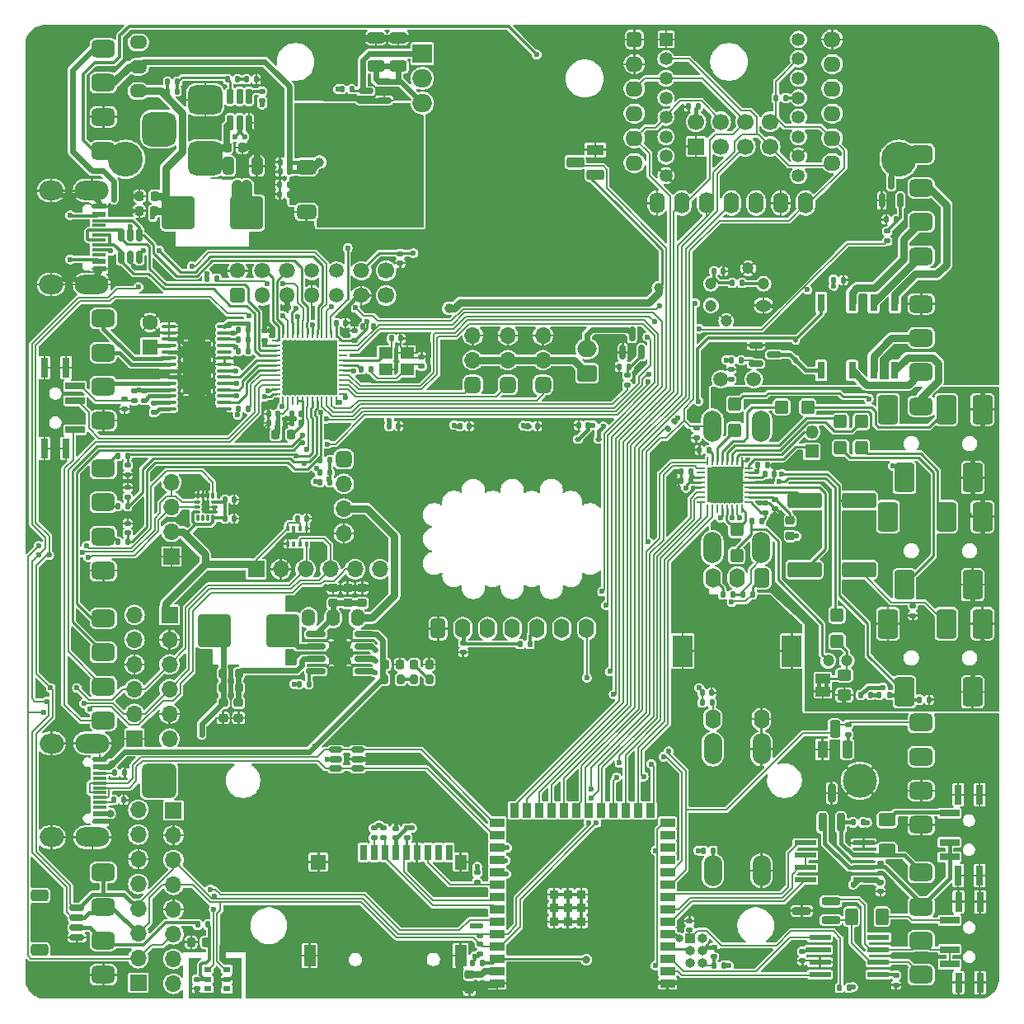
<source format=gbr>
%TF.GenerationSoftware,KiCad,Pcbnew,8.0.3*%
%TF.CreationDate,2024-07-08T22:33:59+02:00*%
%TF.ProjectId,labathome_pcb15,6c616261-7468-46f6-9d65-5f7063623135,rev?*%
%TF.SameCoordinates,Original*%
%TF.FileFunction,Copper,L2,Bot*%
%TF.FilePolarity,Positive*%
%FSLAX46Y46*%
G04 Gerber Fmt 4.6, Leading zero omitted, Abs format (unit mm)*
G04 Created by KiCad (PCBNEW 8.0.3) date 2024-07-08 22:33:59*
%MOMM*%
%LPD*%
G01*
G04 APERTURE LIST*
G04 Aperture macros list*
%AMRoundRect*
0 Rectangle with rounded corners*
0 $1 Rounding radius*
0 $2 $3 $4 $5 $6 $7 $8 $9 X,Y pos of 4 corners*
0 Add a 4 corners polygon primitive as box body*
4,1,4,$2,$3,$4,$5,$6,$7,$8,$9,$2,$3,0*
0 Add four circle primitives for the rounded corners*
1,1,$1+$1,$2,$3*
1,1,$1+$1,$4,$5*
1,1,$1+$1,$6,$7*
1,1,$1+$1,$8,$9*
0 Add four rect primitives between the rounded corners*
20,1,$1+$1,$2,$3,$4,$5,0*
20,1,$1+$1,$4,$5,$6,$7,0*
20,1,$1+$1,$6,$7,$8,$9,0*
20,1,$1+$1,$8,$9,$2,$3,0*%
G04 Aperture macros list end*
%TA.AperFunction,EtchedComponent*%
%ADD10C,0.000000*%
%TD*%
%TA.AperFunction,SMDPad,CuDef*%
%ADD11R,1.500000X1.000000*%
%TD*%
%TA.AperFunction,SMDPad,CuDef*%
%ADD12RoundRect,0.250000X0.450000X-0.325000X0.450000X0.325000X-0.450000X0.325000X-0.450000X-0.325000X0*%
%TD*%
%TA.AperFunction,ComponentPad*%
%ADD13R,1.700000X1.700000*%
%TD*%
%TA.AperFunction,ComponentPad*%
%ADD14O,1.700000X1.700000*%
%TD*%
%TA.AperFunction,ComponentPad*%
%ADD15O,1.800000X1.400000*%
%TD*%
%TA.AperFunction,ComponentPad*%
%ADD16RoundRect,0.500000X0.350000X0.350000X-0.350000X0.350000X-0.350000X-0.350000X0.350000X-0.350000X0*%
%TD*%
%TA.AperFunction,ComponentPad*%
%ADD17RoundRect,0.750000X-1.000000X0.750000X-1.000000X-0.750000X1.000000X-0.750000X1.000000X0.750000X0*%
%TD*%
%TA.AperFunction,ComponentPad*%
%ADD18RoundRect,0.750000X-1.000000X1.000000X-1.000000X-1.000000X1.000000X-1.000000X1.000000X1.000000X0*%
%TD*%
%TA.AperFunction,ComponentPad*%
%ADD19RoundRect,0.875000X-0.875000X0.875000X-0.875000X-0.875000X0.875000X-0.875000X0.875000X0.875000X0*%
%TD*%
%TA.AperFunction,ComponentPad*%
%ADD20RoundRect,0.450000X-0.750000X0.450000X-0.750000X-0.450000X0.750000X-0.450000X0.750000X0.450000X0*%
%TD*%
%TA.AperFunction,ComponentPad*%
%ADD21O,1.900000X3.200000*%
%TD*%
%TA.AperFunction,ComponentPad*%
%ADD22C,1.500000*%
%TD*%
%TA.AperFunction,ComponentPad*%
%ADD23R,1.100000X1.800000*%
%TD*%
%TA.AperFunction,ComponentPad*%
%ADD24RoundRect,0.275000X-0.275000X-0.625000X0.275000X-0.625000X0.275000X0.625000X-0.275000X0.625000X0*%
%TD*%
%TA.AperFunction,ComponentPad*%
%ADD25RoundRect,0.450000X0.750000X-0.450000X0.750000X0.450000X-0.750000X0.450000X-0.750000X-0.450000X0*%
%TD*%
%TA.AperFunction,ComponentPad*%
%ADD26RoundRect,0.400000X-0.400000X-0.400000X0.400000X-0.400000X0.400000X0.400000X-0.400000X0.400000X0*%
%TD*%
%TA.AperFunction,ComponentPad*%
%ADD27O,1.800000X1.600000*%
%TD*%
%TA.AperFunction,ComponentPad*%
%ADD28R,1.000000X1.000000*%
%TD*%
%TA.AperFunction,ComponentPad*%
%ADD29O,1.000000X1.000000*%
%TD*%
%TA.AperFunction,ComponentPad*%
%ADD30O,1.400000X1.800000*%
%TD*%
%TA.AperFunction,ComponentPad*%
%ADD31O,1.600000X2.200000*%
%TD*%
%TA.AperFunction,ComponentPad*%
%ADD32RoundRect,0.220589X0.529411X-0.529411X0.529411X0.529411X-0.529411X0.529411X-0.529411X-0.529411X0*%
%TD*%
%TA.AperFunction,ComponentPad*%
%ADD33O,1.700000X1.500000*%
%TD*%
%TA.AperFunction,ComponentPad*%
%ADD34O,1.500000X1.700000*%
%TD*%
%TA.AperFunction,ComponentPad*%
%ADD35C,1.700000*%
%TD*%
%TA.AperFunction,ComponentPad*%
%ADD36RoundRect,0.400000X-0.400000X-0.600000X0.400000X-0.600000X0.400000X0.600000X-0.400000X0.600000X0*%
%TD*%
%TA.AperFunction,ComponentPad*%
%ADD37O,1.600000X2.000000*%
%TD*%
%TA.AperFunction,ComponentPad*%
%ADD38R,1.350000X1.350000*%
%TD*%
%TA.AperFunction,ComponentPad*%
%ADD39C,1.350000*%
%TD*%
%TA.AperFunction,ComponentPad*%
%ADD40C,1.200000*%
%TD*%
%TA.AperFunction,ComponentPad*%
%ADD41RoundRect,0.400000X-0.400000X0.600000X-0.400000X-0.600000X0.400000X-0.600000X0.400000X0.600000X0*%
%TD*%
%TA.AperFunction,ComponentPad*%
%ADD42R,2.000000X3.200000*%
%TD*%
%TA.AperFunction,ComponentPad*%
%ADD43R,1.600000X1.600000*%
%TD*%
%TA.AperFunction,ComponentPad*%
%ADD44C,1.600000*%
%TD*%
%TA.AperFunction,ComponentPad*%
%ADD45RoundRect,0.500000X-0.350000X-0.350000X0.350000X-0.350000X0.350000X0.350000X-0.350000X0.350000X0*%
%TD*%
%TA.AperFunction,ComponentPad*%
%ADD46O,1.600000X1.200000*%
%TD*%
%TA.AperFunction,SMDPad,CuDef*%
%ADD47RoundRect,0.135000X0.135000X0.185000X-0.135000X0.185000X-0.135000X-0.185000X0.135000X-0.185000X0*%
%TD*%
%TA.AperFunction,SMDPad,CuDef*%
%ADD48RoundRect,0.150000X-0.587500X-0.150000X0.587500X-0.150000X0.587500X0.150000X-0.587500X0.150000X0*%
%TD*%
%TA.AperFunction,SMDPad,CuDef*%
%ADD49RoundRect,0.140000X0.140000X0.170000X-0.140000X0.170000X-0.140000X-0.170000X0.140000X-0.170000X0*%
%TD*%
%TA.AperFunction,SMDPad,CuDef*%
%ADD50RoundRect,0.140000X-0.140000X-0.170000X0.140000X-0.170000X0.140000X0.170000X-0.140000X0.170000X0*%
%TD*%
%TA.AperFunction,SMDPad,CuDef*%
%ADD51RoundRect,0.250000X-1.500000X-0.550000X1.500000X-0.550000X1.500000X0.550000X-1.500000X0.550000X0*%
%TD*%
%TA.AperFunction,SMDPad,CuDef*%
%ADD52RoundRect,0.200000X-0.200000X-0.275000X0.200000X-0.275000X0.200000X0.275000X-0.200000X0.275000X0*%
%TD*%
%TA.AperFunction,ComponentPad*%
%ADD53C,3.600000*%
%TD*%
%TA.AperFunction,SMDPad,CuDef*%
%ADD54RoundRect,0.135000X-0.135000X-0.185000X0.135000X-0.185000X0.135000X0.185000X-0.135000X0.185000X0*%
%TD*%
%TA.AperFunction,SMDPad,CuDef*%
%ADD55R,2.000000X0.700000*%
%TD*%
%TA.AperFunction,SMDPad,CuDef*%
%ADD56R,0.800000X2.000000*%
%TD*%
%TA.AperFunction,SMDPad,CuDef*%
%ADD57RoundRect,0.225000X0.225000X0.250000X-0.225000X0.250000X-0.225000X-0.250000X0.225000X-0.250000X0*%
%TD*%
%TA.AperFunction,SMDPad,CuDef*%
%ADD58RoundRect,0.140000X-0.170000X0.140000X-0.170000X-0.140000X0.170000X-0.140000X0.170000X0.140000X0*%
%TD*%
%TA.AperFunction,SMDPad,CuDef*%
%ADD59RoundRect,0.140000X0.170000X-0.140000X0.170000X0.140000X-0.170000X0.140000X-0.170000X-0.140000X0*%
%TD*%
%TA.AperFunction,SMDPad,CuDef*%
%ADD60RoundRect,0.135000X-0.185000X0.135000X-0.185000X-0.135000X0.185000X-0.135000X0.185000X0.135000X0*%
%TD*%
%TA.AperFunction,SMDPad,CuDef*%
%ADD61R,0.700000X1.600000*%
%TD*%
%TA.AperFunction,SMDPad,CuDef*%
%ADD62R,1.200000X2.200000*%
%TD*%
%TA.AperFunction,SMDPad,CuDef*%
%ADD63R,1.200000X1.500000*%
%TD*%
%TA.AperFunction,SMDPad,CuDef*%
%ADD64R,1.600000X1.500000*%
%TD*%
%TA.AperFunction,SMDPad,CuDef*%
%ADD65RoundRect,0.250000X-0.425000X0.450000X-0.425000X-0.450000X0.425000X-0.450000X0.425000X0.450000X0*%
%TD*%
%TA.AperFunction,SMDPad,CuDef*%
%ADD66RoundRect,0.335000X-1.340000X-1.365000X1.340000X-1.365000X1.340000X1.365000X-1.340000X1.365000X0*%
%TD*%
%TA.AperFunction,SMDPad,CuDef*%
%ADD67RoundRect,0.225000X-0.250000X0.225000X-0.250000X-0.225000X0.250000X-0.225000X0.250000X0.225000X0*%
%TD*%
%TA.AperFunction,SMDPad,CuDef*%
%ADD68RoundRect,0.225000X-0.225000X-0.250000X0.225000X-0.250000X0.225000X0.250000X-0.225000X0.250000X0*%
%TD*%
%TA.AperFunction,SMDPad,CuDef*%
%ADD69RoundRect,0.112500X-0.187500X-0.112500X0.187500X-0.112500X0.187500X0.112500X-0.187500X0.112500X0*%
%TD*%
%TA.AperFunction,SMDPad,CuDef*%
%ADD70RoundRect,0.250000X0.750000X-1.250000X0.750000X1.250000X-0.750000X1.250000X-0.750000X-1.250000X0*%
%TD*%
%TA.AperFunction,SMDPad,CuDef*%
%ADD71RoundRect,0.150000X0.512500X0.150000X-0.512500X0.150000X-0.512500X-0.150000X0.512500X-0.150000X0*%
%TD*%
%TA.AperFunction,SMDPad,CuDef*%
%ADD72RoundRect,0.112500X-0.112500X0.187500X-0.112500X-0.187500X0.112500X-0.187500X0.112500X0.187500X0*%
%TD*%
%TA.AperFunction,ComponentPad*%
%ADD73O,1.350000X1.350000*%
%TD*%
%TA.AperFunction,SMDPad,CuDef*%
%ADD74RoundRect,0.250000X0.325000X0.650000X-0.325000X0.650000X-0.325000X-0.650000X0.325000X-0.650000X0*%
%TD*%
%TA.AperFunction,SMDPad,CuDef*%
%ADD75R,1.450000X0.600000*%
%TD*%
%TA.AperFunction,SMDPad,CuDef*%
%ADD76R,1.450000X0.300000*%
%TD*%
%TA.AperFunction,ComponentPad*%
%ADD77O,2.500000X2.000000*%
%TD*%
%TA.AperFunction,ComponentPad*%
%ADD78O,3.500000X2.000000*%
%TD*%
%TA.AperFunction,SMDPad,CuDef*%
%ADD79RoundRect,0.062500X0.062500X-0.337500X0.062500X0.337500X-0.062500X0.337500X-0.062500X-0.337500X0*%
%TD*%
%TA.AperFunction,SMDPad,CuDef*%
%ADD80RoundRect,0.062500X0.337500X-0.062500X0.337500X0.062500X-0.337500X0.062500X-0.337500X-0.062500X0*%
%TD*%
%TA.AperFunction,HeatsinkPad*%
%ADD81C,0.600000*%
%TD*%
%TA.AperFunction,HeatsinkPad*%
%ADD82R,3.600000X3.600000*%
%TD*%
%TA.AperFunction,SMDPad,CuDef*%
%ADD83RoundRect,0.218750X-0.256250X0.218750X-0.256250X-0.218750X0.256250X-0.218750X0.256250X0.218750X0*%
%TD*%
%TA.AperFunction,SMDPad,CuDef*%
%ADD84RoundRect,0.250000X0.425000X-0.450000X0.425000X0.450000X-0.425000X0.450000X-0.425000X-0.450000X0*%
%TD*%
%TA.AperFunction,SMDPad,CuDef*%
%ADD85RoundRect,0.200000X0.750000X0.200000X-0.750000X0.200000X-0.750000X-0.200000X0.750000X-0.200000X0*%
%TD*%
%TA.AperFunction,SMDPad,CuDef*%
%ADD86RoundRect,0.250000X0.450000X0.425000X-0.450000X0.425000X-0.450000X-0.425000X0.450000X-0.425000X0*%
%TD*%
%TA.AperFunction,SMDPad,CuDef*%
%ADD87RoundRect,0.250000X0.625000X-0.312500X0.625000X0.312500X-0.625000X0.312500X-0.625000X-0.312500X0*%
%TD*%
%TA.AperFunction,SMDPad,CuDef*%
%ADD88RoundRect,0.162500X0.162500X-0.617500X0.162500X0.617500X-0.162500X0.617500X-0.162500X-0.617500X0*%
%TD*%
%TA.AperFunction,SMDPad,CuDef*%
%ADD89R,0.800000X0.500000*%
%TD*%
%TA.AperFunction,SMDPad,CuDef*%
%ADD90R,2.200000X0.600000*%
%TD*%
%TA.AperFunction,SMDPad,CuDef*%
%ADD91RoundRect,0.062500X0.375000X0.062500X-0.375000X0.062500X-0.375000X-0.062500X0.375000X-0.062500X0*%
%TD*%
%TA.AperFunction,SMDPad,CuDef*%
%ADD92RoundRect,0.062500X0.062500X0.375000X-0.062500X0.375000X-0.062500X-0.375000X0.062500X-0.375000X0*%
%TD*%
%TA.AperFunction,HeatsinkPad*%
%ADD93R,5.600000X5.600000*%
%TD*%
%TA.AperFunction,SMDPad,CuDef*%
%ADD94RoundRect,0.150000X0.625000X-0.150000X0.625000X0.150000X-0.625000X0.150000X-0.625000X-0.150000X0*%
%TD*%
%TA.AperFunction,SMDPad,CuDef*%
%ADD95RoundRect,0.250000X0.650000X-0.350000X0.650000X0.350000X-0.650000X0.350000X-0.650000X-0.350000X0*%
%TD*%
%TA.AperFunction,SMDPad,CuDef*%
%ADD96RoundRect,0.087500X-0.087500X0.225000X-0.087500X-0.225000X0.087500X-0.225000X0.087500X0.225000X0*%
%TD*%
%TA.AperFunction,SMDPad,CuDef*%
%ADD97RoundRect,0.087500X-0.225000X0.087500X-0.225000X-0.087500X0.225000X-0.087500X0.225000X0.087500X0*%
%TD*%
%TA.AperFunction,SMDPad,CuDef*%
%ADD98R,1.500000X0.900000*%
%TD*%
%TA.AperFunction,SMDPad,CuDef*%
%ADD99R,0.900000X1.500000*%
%TD*%
%TA.AperFunction,SMDPad,CuDef*%
%ADD100R,0.900000X0.900000*%
%TD*%
%TA.AperFunction,SMDPad,CuDef*%
%ADD101R,1.400000X1.200000*%
%TD*%
%TA.AperFunction,SMDPad,CuDef*%
%ADD102RoundRect,0.335000X1.340000X1.365000X-1.340000X1.365000X-1.340000X-1.365000X1.340000X-1.365000X0*%
%TD*%
%TA.AperFunction,ComponentPad*%
%ADD103R,2.000000X1.905000*%
%TD*%
%TA.AperFunction,ComponentPad*%
%ADD104O,2.000000X1.905000*%
%TD*%
%TA.AperFunction,ComponentPad*%
%ADD105RoundRect,0.250000X0.750000X-0.600000X0.750000X0.600000X-0.750000X0.600000X-0.750000X-0.600000X0*%
%TD*%
%TA.AperFunction,ComponentPad*%
%ADD106O,2.000000X1.700000*%
%TD*%
%TA.AperFunction,ComponentPad*%
%ADD107RoundRect,0.500000X-1.250000X-1.250000X1.250000X-1.250000X1.250000X1.250000X-1.250000X1.250000X0*%
%TD*%
%TA.AperFunction,ComponentPad*%
%ADD108C,3.500000*%
%TD*%
%TA.AperFunction,SMDPad,CuDef*%
%ADD109RoundRect,0.150000X0.150000X-0.587500X0.150000X0.587500X-0.150000X0.587500X-0.150000X-0.587500X0*%
%TD*%
%TA.AperFunction,SMDPad,CuDef*%
%ADD110RoundRect,0.375000X-0.625000X-0.375000X0.625000X-0.375000X0.625000X0.375000X-0.625000X0.375000X0*%
%TD*%
%TA.AperFunction,SMDPad,CuDef*%
%ADD111RoundRect,0.500000X-0.500000X-1.400000X0.500000X-1.400000X0.500000X1.400000X-0.500000X1.400000X0*%
%TD*%
%TA.AperFunction,SMDPad,CuDef*%
%ADD112RoundRect,0.135000X0.185000X-0.135000X0.185000X0.135000X-0.185000X0.135000X-0.185000X-0.135000X0*%
%TD*%
%TA.AperFunction,SMDPad,CuDef*%
%ADD113RoundRect,0.200000X0.200000X-0.750000X0.200000X0.750000X-0.200000X0.750000X-0.200000X-0.750000X0*%
%TD*%
%TA.AperFunction,SMDPad,CuDef*%
%ADD114R,0.350000X0.500000*%
%TD*%
%TA.AperFunction,SMDPad,CuDef*%
%ADD115R,0.800000X1.800000*%
%TD*%
%TA.AperFunction,SMDPad,CuDef*%
%ADD116RoundRect,0.100000X-0.637500X-0.100000X0.637500X-0.100000X0.637500X0.100000X-0.637500X0.100000X0*%
%TD*%
%TA.AperFunction,HeatsinkPad*%
%ADD117R,2.850000X5.400000*%
%TD*%
%TA.AperFunction,ComponentPad*%
%ADD118R,1.800000X1.100000*%
%TD*%
%TA.AperFunction,ComponentPad*%
%ADD119RoundRect,0.275000X-0.625000X0.275000X-0.625000X-0.275000X0.625000X-0.275000X0.625000X0.275000X0*%
%TD*%
%TA.AperFunction,SMDPad,CuDef*%
%ADD120RoundRect,0.250000X0.625000X-0.400000X0.625000X0.400000X-0.625000X0.400000X-0.625000X-0.400000X0*%
%TD*%
%TA.AperFunction,SMDPad,CuDef*%
%ADD121RoundRect,0.150000X0.587500X0.150000X-0.587500X0.150000X-0.587500X-0.150000X0.587500X-0.150000X0*%
%TD*%
%TA.AperFunction,SMDPad,CuDef*%
%ADD122RoundRect,0.150000X0.150000X-0.512500X0.150000X0.512500X-0.150000X0.512500X-0.150000X-0.512500X0*%
%TD*%
%TA.AperFunction,SMDPad,CuDef*%
%ADD123RoundRect,0.135000X-0.035355X0.226274X-0.226274X0.035355X0.035355X-0.226274X0.226274X-0.035355X0*%
%TD*%
%TA.AperFunction,SMDPad,CuDef*%
%ADD124RoundRect,0.150000X0.825000X0.150000X-0.825000X0.150000X-0.825000X-0.150000X0.825000X-0.150000X0*%
%TD*%
%TA.AperFunction,HeatsinkPad*%
%ADD125R,2.300000X2.300000*%
%TD*%
%TA.AperFunction,SMDPad,CuDef*%
%ADD126RoundRect,0.250000X0.400000X0.625000X-0.400000X0.625000X-0.400000X-0.625000X0.400000X-0.625000X0*%
%TD*%
%TA.AperFunction,SMDPad,CuDef*%
%ADD127RoundRect,0.218750X0.218750X0.256250X-0.218750X0.256250X-0.218750X-0.256250X0.218750X-0.256250X0*%
%TD*%
%TA.AperFunction,ViaPad*%
%ADD128C,0.600000*%
%TD*%
%TA.AperFunction,ViaPad*%
%ADD129C,1.000000*%
%TD*%
%TA.AperFunction,ViaPad*%
%ADD130C,0.800000*%
%TD*%
%TA.AperFunction,Conductor*%
%ADD131C,0.250000*%
%TD*%
%TA.AperFunction,Conductor*%
%ADD132C,0.200000*%
%TD*%
%TA.AperFunction,Conductor*%
%ADD133C,0.800000*%
%TD*%
%TA.AperFunction,Conductor*%
%ADD134C,0.300000*%
%TD*%
%TA.AperFunction,Conductor*%
%ADD135C,0.600000*%
%TD*%
%TA.AperFunction,Conductor*%
%ADD136C,0.500000*%
%TD*%
%TA.AperFunction,Conductor*%
%ADD137C,0.400000*%
%TD*%
%TA.AperFunction,Conductor*%
%ADD138C,0.650000*%
%TD*%
%TA.AperFunction,Conductor*%
%ADD139C,1.200000*%
%TD*%
G04 APERTURE END LIST*
D10*
%TA.AperFunction,EtchedComponent*%
%TO.C,JP1*%
G36*
X182500000Y-118050000D02*
G01*
X182100000Y-118050000D01*
X182100000Y-117550000D01*
X182500000Y-117550000D01*
X182500000Y-118050000D01*
G37*
%TD.AperFunction*%
%TA.AperFunction,EtchedComponent*%
G36*
X181700000Y-118050000D02*
G01*
X181300000Y-118050000D01*
X181300000Y-117550000D01*
X181700000Y-117550000D01*
X181700000Y-118050000D01*
G37*
%TD.AperFunction*%
%TD*%
D11*
%TO.P,JP1,1,A*%
%TO.N,GNDA*%
X181900000Y-118450000D03*
%TO.P,JP1,2,B*%
%TO.N,Net-(JP1-B)*%
X181900000Y-117150000D03*
%TD*%
D12*
%TO.P,R23,1*%
%TO.N,GNDA*%
X184100000Y-118825000D03*
%TO.P,R23,2*%
%TO.N,Net-(JP1-B)*%
X184100000Y-116775000D03*
%TD*%
D13*
%TO.P,J12,1,Pin_1*%
%TO.N,unconnected-(J12-Pin_1-Pad1)*%
X111600000Y-148380000D03*
D14*
%TO.P,J12,2,Pin_2*%
%TO.N,I2C_IRQ*%
X111600000Y-145840000D03*
%TO.P,J12,3,Pin_3*%
%TO.N,SDA*%
X111600000Y-143300000D03*
%TO.P,J12,4,Pin_4*%
%TO.N,SCL*%
X111600000Y-140760000D03*
%TO.P,J12,5,Pin_5*%
%TO.N,+3V3*%
X111600000Y-138220000D03*
%TO.P,J12,6,Pin_6*%
%TO.N,GND*%
X111600000Y-135680000D03*
%TO.P,J12,7,Pin_7*%
%TO.N,unconnected-(J12-Pin_7-Pad7)*%
X111600000Y-133140000D03*
%TO.P,J12,8,Pin_8*%
%TO.N,unconnected-(J12-Pin_8-Pad8)*%
X111600000Y-130600000D03*
%TD*%
D15*
%TO.P,SW9,1,A*%
%TO.N,/psu/5Vx*%
X111600000Y-56800000D03*
%TO.P,SW9,2,B*%
%TO.N,+5V*%
X111600000Y-54300000D03*
%TO.P,SW9,3,C*%
%TO.N,+5P*%
X111600000Y-51800000D03*
%TD*%
D16*
%TO.P,J32,1,Pin_1*%
%TO.N,Servo2*%
X149550000Y-86980000D03*
D14*
%TO.P,J32,2,Pin_2*%
%TO.N,+5V*%
X149550000Y-84440000D03*
%TO.P,J32,3,Pin_3*%
%TO.N,GND*%
X149550000Y-81900000D03*
%TD*%
D13*
%TO.P,J10,1,Pin_1*%
%TO.N,+3V3*%
X114800000Y-110600000D03*
D14*
%TO.P,J10,2,Pin_2*%
%TO.N,GND*%
X114800000Y-113140000D03*
%TO.P,J10,3,Pin_3*%
%TO.N,SCL*%
X114800000Y-115680000D03*
%TO.P,J10,4,Pin_4*%
%TO.N,SDA*%
X114800000Y-118220000D03*
%TO.P,J10,5,Pin_5*%
%TO.N,GND*%
X114800000Y-120760000D03*
%TO.P,J10,6,Pin_6*%
%TO.N,+3V3*%
X114800000Y-123300000D03*
%TD*%
D17*
%TO.P,J9,1*%
%TO.N,GND*%
X118457500Y-57700000D03*
D18*
%TO.P,J9,2*%
%TO.N,+24V*%
X118457500Y-63700000D03*
D19*
%TO.P,J9,3*%
%TO.N,unconnected-(J9-Pad3)*%
X113757500Y-60700000D03*
%TD*%
D20*
%TO.P,J27,1,Pin_1*%
%TO.N,DAC1_OUT1*%
X108005000Y-110950000D03*
%TO.P,J27,2,Pin_2*%
%TO.N,DAC1_OUT2*%
X108005000Y-114450000D03*
%TO.P,J27,3,Pin_3*%
%TO.N,ADC_IN1*%
X108005000Y-117950000D03*
%TO.P,J27,4,Pin_4*%
%TO.N,ADC_IN2_EXT*%
X108005000Y-121450000D03*
%TD*%
D21*
%TO.P,SW7,1,1*%
%TO.N,+3V3*%
X175550000Y-91200000D03*
X175550000Y-103700000D03*
%TO.P,SW7,2,2*%
%TO.N,BTN_RED*%
X170550000Y-91200000D03*
X170550000Y-103700000D03*
%TD*%
D22*
%TO.P,R32,1*%
%TO.N,+3V3*%
X174800000Y-86400000D03*
%TO.P,R32,2*%
%TO.N,BRIGHTNESS*%
X171400000Y-86400000D03*
%TD*%
D23*
%TO.P,U13,1,GND*%
%TO.N,GND*%
X181850000Y-124400000D03*
D24*
%TO.P,U13,2,DQ*%
%TO.N,1wire*%
X183120000Y-122330000D03*
%TO.P,U13,3,V_{DD}*%
%TO.N,+3V3*%
X184390000Y-124400000D03*
%TD*%
D20*
%TO.P,J1,1,Pin_1*%
%TO.N,Net-(J1-Pin_1)*%
X108005000Y-95550000D03*
%TO.P,J1,2,Pin_2*%
%TO.N,Net-(J1-Pin_2)*%
X108005000Y-99050000D03*
%TO.P,J1,3,Pin_3*%
%TO.N,Net-(J1-Pin_3)*%
X108005000Y-102550000D03*
%TO.P,J1,4,Pin_4*%
%TO.N,GND*%
X108005000Y-106050000D03*
%TD*%
D25*
%TO.P,J18,1,Pin_1*%
%TO.N,K1_24*%
X191995000Y-89150000D03*
%TO.P,J18,2,Pin_2*%
%TO.N,K1_22*%
X191995000Y-85650000D03*
%TO.P,J18,3,Pin_3*%
%TO.N,K1_21*%
X191995000Y-82150000D03*
%TO.P,J18,4,Pin_4*%
%TO.N,GND*%
X191995000Y-78650000D03*
%TD*%
%TO.P,J15,1,Pin_1*%
%TO.N,CANH*%
X192000000Y-147550000D03*
%TO.P,J15,2,Pin_2*%
%TO.N,CANL*%
X192000000Y-144050000D03*
%TO.P,J15,3,Pin_3*%
%TO.N,RS485B*%
X192000000Y-140550000D03*
%TO.P,J15,4,Pin_4*%
%TO.N,RS485A*%
X192000000Y-137050000D03*
%TD*%
D20*
%TO.P,J2,1,Pin_1*%
%TO.N,SCL*%
X108005000Y-137050000D03*
%TO.P,J2,2,Pin_2*%
%TO.N,SDA*%
X108005000Y-140550000D03*
%TO.P,J2,3,Pin_3*%
%TO.N,+3V3*%
X108005000Y-144050000D03*
%TO.P,J2,4,Pin_4*%
%TO.N,GND*%
X108005000Y-147550000D03*
%TD*%
D26*
%TO.P,M1,1,GND*%
%TO.N,GND*%
X162540000Y-51500000D03*
D27*
%TO.P,M1,2,GND*%
X162540000Y-54040000D03*
%TO.P,M1,3,MOSI*%
%TO.N,EXT_MOSI*%
X162540000Y-56580000D03*
%TO.P,M1,4,SCLK*%
%TO.N,EXT_CLK*%
X162540000Y-59120000D03*
%TO.P,M1,5,~{CS}[PU]*%
%TO.N,EXT_CS*%
X162540000Y-61660000D03*
%TO.P,M1,6,~{INT}[PU]*%
%TO.N,EXT_IO1*%
X162540000Y-64200000D03*
%TO.P,M1,7,MISO*%
%TO.N,EXT_MISO*%
X182860000Y-64200000D03*
%TO.P,M1,8,~{RST}[PU]*%
%TO.N,EXT_IO2*%
X182860000Y-61660000D03*
%TO.P,M1,9,NC*%
%TO.N,unconnected-(M1-NC-Pad9)*%
X182860000Y-59120000D03*
%TO.P,M1,10,3V3*%
%TO.N,+3V3*%
X182860000Y-56580000D03*
%TO.P,M1,11,3V3*%
X182860000Y-54040000D03*
%TO.P,M1,12,GND*%
%TO.N,GND*%
X182860000Y-51500000D03*
%TD*%
D21*
%TO.P,SW8,1,1*%
%TO.N,GND*%
X175600000Y-124350000D03*
X175600000Y-136850000D03*
%TO.P,SW8,2,2*%
%TO.N,Net-(R40-Pad2)*%
X170600000Y-124350000D03*
X170600000Y-136850000D03*
%TD*%
D28*
%TO.P,J6,1,Pin_1*%
%TO.N,PROG_EN*%
X168230000Y-143830000D03*
D29*
%TO.P,J6,2,Pin_2*%
%TO.N,+3V3*%
X169500000Y-143830000D03*
%TO.P,J6,3,Pin_3*%
%TO.N,PROG_TX*%
X168230000Y-145100000D03*
%TO.P,J6,4,Pin_4*%
%TO.N,GND*%
X169500000Y-145100000D03*
%TO.P,J6,5,Pin_5*%
%TO.N,PROG_RX*%
X168230000Y-146370000D03*
%TO.P,J6,6,Pin_6*%
%TO.N,BTN_GRN*%
X169500000Y-146370000D03*
%TD*%
D13*
%TO.P,J19,1,Pin_1*%
%TO.N,GND*%
X111200000Y-123300000D03*
D14*
%TO.P,J19,2,Pin_2*%
%TO.N,SDA*%
X111200000Y-120760000D03*
%TO.P,J19,3,Pin_3*%
%TO.N,SCL*%
X111200000Y-118220000D03*
%TO.P,J19,4,Pin_4*%
%TO.N,GND*%
X111200000Y-115680000D03*
%TO.P,J19,5,Pin_5*%
%TO.N,+3V3*%
X111200000Y-113140000D03*
%TO.P,J19,6,Pin_6*%
%TO.N,unconnected-(J19-Pin_6-Pad6)*%
X111200000Y-110600000D03*
%TD*%
D30*
%TO.P,SW4,1,A*%
%TO.N,+5V*%
X134100000Y-110900000D03*
%TO.P,SW4,2,B*%
%TO.N,Net-(SW4-B)*%
X131600000Y-110900000D03*
%TO.P,SW4,3,C*%
%TO.N,unconnected-(SW4-C-Pad3)*%
X129100000Y-110900000D03*
%TD*%
D13*
%TO.P,J20,1,Pin_1*%
%TO.N,+3V3*%
X115200000Y-130680000D03*
D14*
%TO.P,J20,2,Pin_2*%
%TO.N,GND*%
X115200000Y-133220000D03*
%TO.P,J20,3,Pin_3*%
%TO.N,SCL*%
X115200000Y-135760000D03*
%TO.P,J20,4,Pin_4*%
%TO.N,SDA*%
X115200000Y-138300000D03*
%TO.P,J20,5,Pin_5*%
%TO.N,GND*%
X115200000Y-140840000D03*
%TO.P,J20,6,Pin_6*%
%TO.N,I2C_IRQ*%
X115200000Y-143380000D03*
%TO.P,J20,7,Pin_7*%
%TO.N,unconnected-(J20-Pin_7-Pad7)*%
X115200000Y-145920000D03*
%TO.P,J20,8,Pin_8*%
%TO.N,unconnected-(J20-Pin_8-Pad8)*%
X115200000Y-148460000D03*
%TD*%
D13*
%TO.P,J4,1,Pin_1*%
%TO.N,GND*%
X115000000Y-104600000D03*
D14*
%TO.P,J4,2,Pin_2*%
%TO.N,+3V3*%
X115000000Y-102060000D03*
%TO.P,J4,3,Pin_3*%
%TO.N,SCL*%
X115000000Y-99520000D03*
%TO.P,J4,4,Pin_4*%
%TO.N,SDA*%
X115000000Y-96980000D03*
%TD*%
D31*
%TO.P,X3,1,G-GND*%
%TO.N,GND*%
X164880000Y-68300000D03*
%TO.P,X3,2,R-RXD*%
%TO.N,EXT_MOSI*%
X167420000Y-68300000D03*
%TO.P,X3,3,T-TX*%
%TO.N,EXT_MISO*%
X169960000Y-68300000D03*
%TO.P,X3,4,K-PWRKEY*%
%TO.N,EXT_IO1*%
X172500000Y-68300000D03*
%TO.P,X3,5,V-VCC*%
%TO.N,+3V3*%
X175040000Y-68300000D03*
%TO.P,X3,6,G-GND*%
%TO.N,GND*%
X177580000Y-68300000D03*
%TO.P,X3,7,S-SLEEP*%
%TO.N,EXT_IO2*%
X180120000Y-68300000D03*
%TD*%
D20*
%TO.P,J22,1,Pin_1*%
%TO.N,+3V3*%
X108005000Y-52450000D03*
%TO.P,J22,2,Pin_2*%
%TO.N,+5V*%
X108005000Y-55950000D03*
%TO.P,J22,3,Pin_3*%
%TO.N,GND*%
X108005000Y-59450000D03*
%TO.P,J22,4,Pin_4*%
%TO.N,+24V*%
X108005000Y-62950000D03*
%TD*%
D32*
%TO.P,J26,1,Pin_1*%
%TO.N,unconnected-(J26-Pin_1-Pad1)*%
X121800000Y-77800000D03*
D33*
%TO.P,J26,2,Pin_2*%
%TO.N,GND*%
X121800000Y-75260000D03*
D34*
%TO.P,J26,3,Pin_3*%
%TO.N,+3V3*%
X124340000Y-77800000D03*
D33*
%TO.P,J26,4,Pin_4*%
%TO.N,SWDIO*%
X124340000Y-75260000D03*
D34*
%TO.P,J26,5,Pin_5*%
%TO.N,GND*%
X126880000Y-77800000D03*
D33*
%TO.P,J26,6,Pin_6*%
%TO.N,SWCLK*%
X126880000Y-75260000D03*
D34*
%TO.P,J26,7,Pin_7*%
%TO.N,GND*%
X129420000Y-77800000D03*
D22*
%TO.P,J26,8,Pin_8*%
%TO.N,unconnected-(J26-Pin_8-Pad8)*%
X129420000Y-75260000D03*
%TO.P,J26,9,Pin_9*%
%TO.N,unconnected-(J26-Pin_9-Pad9)*%
X131960000Y-77800000D03*
%TO.P,J26,10,Pin_10*%
%TO.N,unconnected-(J26-Pin_10-Pad10)*%
X131960000Y-75260000D03*
D33*
%TO.P,J26,11,Pin_11*%
%TO.N,GND*%
X134500000Y-77800000D03*
%TO.P,J26,12,Pin_12*%
%TO.N,STM32_RESET*%
X134500000Y-75260000D03*
D35*
%TO.P,J26,13,Pin_13*%
%TO.N,UART4_RX*%
X137040000Y-77800000D03*
%TO.P,J26,14,Pin_14*%
%TO.N,UART4_TX*%
X137040000Y-75260000D03*
%TD*%
D13*
%TO.P,U15,1,GND*%
%TO.N,GND*%
X168875000Y-62489500D03*
D35*
%TO.P,U15,2,VCC*%
%TO.N,+3V3*%
X168875000Y-59949500D03*
%TO.P,U15,3,CE*%
%TO.N,EXT_IO1*%
X171415000Y-62489500D03*
%TO.P,U15,4,~{CSN}*%
%TO.N,EXT_CS*%
X171415000Y-59949500D03*
%TO.P,U15,5,SCK*%
%TO.N,EXT_CLK*%
X173955000Y-62489500D03*
%TO.P,U15,6,MOSI*%
%TO.N,EXT_MOSI*%
X173955000Y-59949500D03*
%TO.P,U15,7,MISO*%
%TO.N,EXT_MISO*%
X176495000Y-62489500D03*
%TO.P,U15,8,IRQ*%
%TO.N,EXT_IO2*%
X176495000Y-59949500D03*
%TD*%
D36*
%TO.P,U21,1,GND*%
%TO.N,GND*%
X142380000Y-112000000D03*
D37*
%TO.P,U21,2,VCC*%
%TO.N,+3V3*%
X144920000Y-112000000D03*
%TO.P,U21,3,SCL*%
%TO.N,LCD_CLK*%
X147460000Y-112000000D03*
%TO.P,U21,4,SDA*%
%TO.N,LCD_DAT*%
X150000000Y-112000000D03*
%TO.P,U21,5,RES*%
%TO.N,Net-(U21-RES)*%
X152540000Y-112000000D03*
%TO.P,U21,6,DVC*%
%TO.N,LCD_DC*%
X155080000Y-112000000D03*
%TO.P,U21,7,BLK*%
%TO.N,LCD_BACKLIGHT*%
X157620000Y-112000000D03*
%TD*%
D16*
%TO.P,J33,1,Pin_1*%
%TO.N,Servo3*%
X153150000Y-86980000D03*
D14*
%TO.P,J33,2,Pin_2*%
%TO.N,+5V*%
X153150000Y-84440000D03*
%TO.P,J33,3,Pin_3*%
%TO.N,GND*%
X153150000Y-81900000D03*
%TD*%
D38*
%TO.P,U6,1,GND*%
%TO.N,GND*%
X165792500Y-51492500D03*
D39*
%TO.P,U6,2,MISO*%
%TO.N,EXT_MISO*%
X165792500Y-53492500D03*
%TO.P,U6,3,MOSI*%
%TO.N,EXT_MOSI*%
X165792500Y-55492500D03*
%TO.P,U6,4,SCK*%
%TO.N,EXT_CLK*%
X165792500Y-57492500D03*
%TO.P,U6,5,NSS*%
%TO.N,EXT_CS*%
X165792500Y-59492500D03*
%TO.P,U6,6,RESET*%
%TO.N,unconnected-(U6-RESET-Pad6)*%
X165792500Y-61492500D03*
%TO.P,U6,7,DIO5*%
%TO.N,unconnected-(U6-DIO5-Pad7)*%
X165792500Y-63492500D03*
%TO.P,U6,8,GND*%
%TO.N,GND*%
X165792500Y-65492500D03*
%TO.P,U6,9,ANT*%
%TO.N,unconnected-(U6-ANT-Pad9)*%
X179392500Y-65492500D03*
%TO.P,U6,10,GND*%
%TO.N,GND*%
X179392500Y-63492500D03*
%TO.P,U6,11,DIO3*%
%TO.N,unconnected-(U6-DIO3-Pad11)*%
X179392500Y-61492500D03*
%TO.P,U6,12,DIO4*%
%TO.N,unconnected-(U6-DIO4-Pad12)*%
X179392500Y-59492500D03*
%TO.P,U6,13,3.3V*%
%TO.N,+3V3*%
X179392500Y-57492500D03*
%TO.P,U6,14,DIO0*%
%TO.N,EXT_IO1*%
X179392500Y-55492500D03*
%TO.P,U6,15,DIO1*%
%TO.N,EXT_IO2*%
X179392500Y-53492500D03*
%TO.P,U6,16,DIO2*%
%TO.N,unconnected-(U6-DIO2-Pad16)*%
X179392500Y-51492500D03*
%TD*%
D40*
%TO.P,MK1,1,-*%
%TO.N,Net-(JP1-B)*%
X184350000Y-115300000D03*
%TO.P,MK1,2,+*%
%TO.N,Net-(MK1-+)*%
X182450000Y-115300000D03*
%TD*%
D41*
%TO.P,SW6,A,A*%
%TO.N,ROT_A*%
X175600000Y-106800000D03*
D37*
%TO.P,SW6,B,B*%
%TO.N,ROT_B*%
X170600000Y-106800000D03*
%TO.P,SW6,C,C*%
%TO.N,GND*%
X173100000Y-106800000D03*
D42*
%TO.P,SW6,MP,MP*%
X178700000Y-114300000D03*
X167500000Y-114300000D03*
D37*
%TO.P,SW6,S1,S1*%
%TO.N,Net-(R66-Pad1)*%
X170600000Y-121300000D03*
%TO.P,SW6,S2,S2*%
%TO.N,GND*%
X175600000Y-121300000D03*
%TD*%
D25*
%TO.P,J24,1,Pin_1*%
%TO.N,K1_11*%
X191995000Y-73750000D03*
%TO.P,J24,2,Pin_2*%
%TO.N,K1_12*%
X191995000Y-70250000D03*
%TO.P,J24,3,Pin_3*%
%TO.N,K1_14*%
X191995000Y-66750000D03*
%TO.P,J24,4,Pin_4*%
%TO.N,HEATER_SW*%
X191995000Y-63250000D03*
%TD*%
D13*
%TO.P,J23,1,Pin_1*%
%TO.N,+3V3*%
X123700000Y-105900000D03*
D14*
%TO.P,J23,2,Pin_2*%
%TO.N,GND*%
X126240000Y-105900000D03*
%TO.P,J23,3,Pin_3*%
%TO.N,SCL*%
X128780000Y-105900000D03*
%TO.P,J23,4,Pin_4*%
%TO.N,SDA*%
X131320000Y-105900000D03*
%TO.P,J23,5,Pin_5*%
%TO.N,I2C_IRQ*%
X133860000Y-105900000D03*
%TO.P,J23,6,Pin_6*%
%TO.N,unconnected-(J23-Pin_6-Pad6)*%
X136400000Y-105900000D03*
%TD*%
D43*
%TO.P,C39,1*%
%TO.N,+24V*%
X112800000Y-83082380D03*
D44*
%TO.P,C39,2*%
%TO.N,GND*%
X112800000Y-80582380D03*
%TD*%
D16*
%TO.P,J31,1,Pin_1*%
%TO.N,Servo1*%
X145950000Y-86980000D03*
D14*
%TO.P,J31,2,Pin_2*%
%TO.N,+5V*%
X145950000Y-84440000D03*
%TO.P,J31,3,Pin_3*%
%TO.N,GND*%
X145950000Y-81900000D03*
%TD*%
D45*
%TO.P,J8,1,Pin_1*%
%TO.N,+3V3*%
X132700000Y-94600000D03*
D14*
%TO.P,J8,2,Pin_2*%
%TO.N,Net-(D18-DOUT)*%
X132700000Y-97140000D03*
%TO.P,J8,3,Pin_3*%
%TO.N,+5V*%
X132700000Y-99680000D03*
%TO.P,J8,4,Pin_4*%
%TO.N,GND*%
X132700000Y-102220000D03*
%TD*%
D20*
%TO.P,J28,1,Pin_1*%
%TO.N,Net-(J28-Pin_1)*%
X108005000Y-80150000D03*
%TO.P,J28,2,Pin_2*%
%TO.N,Net-(J28-Pin_2)*%
X108005000Y-83650000D03*
%TO.P,J28,3,Pin_3*%
%TO.N,Net-(J28-Pin_3)*%
X108005000Y-87150000D03*
%TO.P,J28,4,Pin_4*%
%TO.N,GND*%
X108005000Y-90650000D03*
%TD*%
D25*
%TO.P,J21,1,Pin_1*%
%TO.N,GND*%
X192000000Y-132150000D03*
%TO.P,J21,2,Pin_2*%
X192000000Y-128650000D03*
%TO.P,J21,3,Pin_3*%
%TO.N,+3V3*%
X192000000Y-125150000D03*
%TO.P,J21,4,Pin_4*%
%TO.N,1wire*%
X192000000Y-121650000D03*
%TD*%
D46*
%TO.P,U22,1,SENS*%
%TO.N,GND*%
X175800000Y-78820000D03*
D40*
%TO.P,U22,2,OEN*%
%TO.N,Net-(U22-OEN)*%
X175800000Y-76580000D03*
%TO.P,U22,3,VSS_GND*%
%TO.N,GND*%
X174220000Y-75000000D03*
%TO.P,U22,4,VDD*%
%TO.N,+3V3*%
X170400000Y-76580000D03*
%TO.P,U22,5,OUT*%
%TO.N,MOVE*%
X170400000Y-78820000D03*
%TO.P,U22,6,TIME*%
%TO.N,GND*%
X171980000Y-80400000D03*
%TD*%
D47*
%TO.P,R63,1*%
%TO.N,BL_ENABLEx*%
X122910000Y-89425000D03*
%TO.P,R63,2*%
%TO.N,BL_ENABLE*%
X121890000Y-89425000D03*
%TD*%
D48*
%TO.P,Q4,1,B*%
%TO.N,Net-(Q4-B)*%
X175012500Y-84800000D03*
%TO.P,Q4,2,E*%
%TO.N,GND*%
X175012500Y-82900000D03*
%TO.P,Q4,3,C*%
%TO.N,Net-(D13-A)*%
X176887500Y-83850000D03*
%TD*%
D49*
%TO.P,C32,1*%
%TO.N,+3V3*%
X125930000Y-89950000D03*
%TO.P,C32,2*%
%TO.N,GND*%
X124970000Y-89950000D03*
%TD*%
D50*
%TO.P,C43,1*%
%TO.N,GND*%
X126120000Y-66400000D03*
%TO.P,C43,2*%
%TO.N,+3V3*%
X127080000Y-66400000D03*
%TD*%
D51*
%TO.P,C19,1*%
%TO.N,Net-(U10-RHP)*%
X180000000Y-105950000D03*
%TO.P,C19,2*%
%TO.N,Net-(C19-Pad2)*%
X185600000Y-105950000D03*
%TD*%
D52*
%TO.P,R7,1*%
%TO.N,+3V8*%
X120275000Y-118100000D03*
%TO.P,R7,2*%
%TO.N,Net-(U2-BAT)*%
X121925000Y-118100000D03*
%TD*%
D53*
%TO.P,R33,1*%
%TO.N,+24V*%
X110300000Y-63800000D03*
%TO.P,R33,2*%
%TO.N,HEATER_SW*%
X189700000Y-63800000D03*
%TD*%
D54*
%TO.P,R50,1*%
%TO.N,BL_FAULT*%
X121890000Y-83500000D03*
%TO.P,R50,2*%
%TO.N,+3V3*%
X122910000Y-83500000D03*
%TD*%
%TO.P,R45,1*%
%TO.N,GND*%
X160990000Y-85100000D03*
%TO.P,R45,2*%
%TO.N,Net-(Q5-G)*%
X162010000Y-85100000D03*
%TD*%
D55*
%TO.P,SW3,1,A*%
%TO.N,Net-(SW3-A)*%
X194920000Y-141950000D03*
%TO.P,SW3,2,B*%
%TO.N,CANL*%
X194920000Y-144950000D03*
%TO.P,SW3,3,C*%
X194920000Y-146450000D03*
D56*
%TO.P,SW3,CASE,CASE*%
%TO.N,GND*%
X198030000Y-140050000D03*
X195820000Y-140050000D03*
X198030000Y-148350000D03*
X195820000Y-148350000D03*
%TD*%
D57*
%TO.P,C84,1*%
%TO.N,/psu/5Vx*%
X113250000Y-69100000D03*
%TO.P,C84,2*%
%TO.N,GND*%
X111700000Y-69100000D03*
%TD*%
D58*
%TO.P,C14,1*%
%TO.N,+3.3VA*%
X177000000Y-98770000D03*
%TO.P,C14,2*%
%TO.N,GNDA*%
X177000000Y-99730000D03*
%TD*%
D47*
%TO.P,R60,1*%
%TO.N,Net-(R48-Pad2)*%
X121810000Y-55600000D03*
%TO.P,R60,2*%
%TO.N,/psu/FB*%
X120790000Y-55600000D03*
%TD*%
D59*
%TO.P,C10,1*%
%TO.N,BL_HALL3*%
X110500000Y-102180000D03*
%TO.P,C10,2*%
%TO.N,GND*%
X110500000Y-101220000D03*
%TD*%
D60*
%TO.P,R69,1*%
%TO.N,Net-(SW10-C)*%
X110200000Y-88440000D03*
%TO.P,R69,2*%
%TO.N,GND*%
X110200000Y-89460000D03*
%TD*%
%TO.P,R68,1*%
%TO.N,+24V*%
X111200000Y-87590000D03*
%TO.P,R68,2*%
%TO.N,Net-(SW10-C)*%
X111200000Y-88610000D03*
%TD*%
D61*
%TO.P,J17,1,DAT2*%
%TO.N,unconnected-(J17-DAT2-Pad1)*%
X134700000Y-134975000D03*
%TO.P,J17,2,DAT3/CD*%
%TO.N,Net-(J17-DAT3{slash}CD)*%
X135800000Y-134975000D03*
%TO.P,J17,3,CMD*%
%TO.N,uSD_CMD*%
X136900000Y-134975000D03*
%TO.P,J17,4,VDD*%
%TO.N,+3V3*%
X138000000Y-134975000D03*
%TO.P,J17,5,CLK*%
%TO.N,uSD_CLK*%
X139100000Y-134975000D03*
%TO.P,J17,6,VSS*%
%TO.N,GND*%
X140200000Y-134975000D03*
%TO.P,J17,7,DAT0*%
%TO.N,uSD_D0*%
X141300000Y-134975000D03*
%TO.P,J17,8,DAT1*%
%TO.N,unconnected-(J17-DAT1-Pad8)*%
X142400000Y-134975000D03*
%TO.P,J17,9,DET*%
%TO.N,unconnected-(J17-DET-Pad9)*%
X143500000Y-134975000D03*
D62*
%TO.P,J17,10,SHIELD*%
%TO.N,GND*%
X144700000Y-145575000D03*
D63*
X144700000Y-135975000D03*
D64*
X130100000Y-135975000D03*
D62*
X129200000Y-145575000D03*
%TD*%
D65*
%TO.P,C17,1*%
%TO.N,Net-(U10-AUXOUT2)*%
X185850000Y-90750000D03*
%TO.P,C17,2*%
%TO.N,Net-(C17-Pad2)*%
X185850000Y-93450000D03*
%TD*%
D49*
%TO.P,C12,1*%
%TO.N,+3V3*%
X168330000Y-96850000D03*
%TO.P,C12,2*%
%TO.N,GND*%
X167370000Y-96850000D03*
%TD*%
D54*
%TO.P,R59,1*%
%TO.N,/psu/5Vx*%
X114590000Y-55860000D03*
%TO.P,R59,2*%
%TO.N,/psu/FB*%
X115610000Y-55860000D03*
%TD*%
D66*
%TO.P,L4,1,1*%
%TO.N,/psu/5Vx*%
X115675000Y-69300000D03*
%TO.P,L4,2,2*%
%TO.N,/psu/SW*%
X122725000Y-69300000D03*
%TD*%
D55*
%TO.P,SW2,1,A*%
%TO.N,Net-(SW2-A)*%
X194890000Y-130950000D03*
%TO.P,SW2,2,B*%
%TO.N,RS485B*%
X194890000Y-133950000D03*
%TO.P,SW2,3,C*%
X194890000Y-135450000D03*
D56*
%TO.P,SW2,CASE,CASE*%
%TO.N,GND*%
X198000000Y-129050000D03*
X195790000Y-129050000D03*
X198000000Y-137350000D03*
X195790000Y-137350000D03*
%TD*%
D67*
%TO.P,C28,1*%
%TO.N,GND*%
X134600000Y-107825000D03*
%TO.P,C28,2*%
%TO.N,Net-(SW4-B)*%
X134600000Y-109375000D03*
%TD*%
D49*
%TO.P,C36,1*%
%TO.N,+3V3*%
X125930000Y-90900000D03*
%TO.P,C36,2*%
%TO.N,GND*%
X124970000Y-90900000D03*
%TD*%
D68*
%TO.P,C1,1*%
%TO.N,Net-(C1-Pad1)*%
X139925000Y-115700000D03*
%TO.P,C1,2*%
%TO.N,GND*%
X141475000Y-115700000D03*
%TD*%
D49*
%TO.P,C54,1*%
%TO.N,GND*%
X121430000Y-98750000D03*
%TO.P,C54,2*%
%TO.N,+3V3*%
X120470000Y-98750000D03*
%TD*%
D58*
%TO.P,C25,1*%
%TO.N,STM32_RESET*%
X138500000Y-73520000D03*
%TO.P,C25,2*%
%TO.N,GND*%
X138500000Y-74480000D03*
%TD*%
D52*
%TO.P,R3,1*%
%TO.N,Net-(R3-Pad1)*%
X139875000Y-117200000D03*
%TO.P,R3,2*%
%TO.N,Net-(C1-Pad1)*%
X141525000Y-117200000D03*
%TD*%
D54*
%TO.P,R18,1*%
%TO.N,Net-(J5-CC1)*%
X109090000Y-129600000D03*
%TO.P,R18,2*%
%TO.N,GND*%
X110110000Y-129600000D03*
%TD*%
D69*
%TO.P,D20,1,K*%
%TO.N,Net-(D15-VDD)*%
X156750000Y-92550000D03*
%TO.P,D20,2,A*%
%TO.N,+5V*%
X158850000Y-92550000D03*
%TD*%
D50*
%TO.P,C45,1*%
%TO.N,GND*%
X156820000Y-91100000D03*
%TO.P,C45,2*%
%TO.N,Net-(D15-VDD)*%
X157780000Y-91100000D03*
%TD*%
D54*
%TO.P,R65,1*%
%TO.N,BL_RESET*%
X121890000Y-81300000D03*
%TO.P,R65,2*%
%TO.N,+3V3*%
X122910000Y-81300000D03*
%TD*%
%TO.P,R54,1*%
%TO.N,+3V3*%
X185790000Y-118800000D03*
%TO.P,R54,2*%
%TO.N,Net-(R25-Pad1)*%
X186810000Y-118800000D03*
%TD*%
D60*
%TO.P,R55,1*%
%TO.N,Net-(C19-Pad2)*%
X191150000Y-109640000D03*
%TO.P,R55,2*%
%TO.N,GNDA*%
X191150000Y-110660000D03*
%TD*%
D70*
%TO.P,J14,R*%
%TO.N,Net-(C17-Pad2)*%
X194575000Y-100500000D03*
%TO.P,J14,S*%
%TO.N,GNDA*%
X197275000Y-107500000D03*
X198275000Y-100500000D03*
%TO.P,J14,T*%
%TO.N,Net-(C16-Pad2)*%
X190275000Y-107500000D03*
%TO.P,J14,TN*%
%TO.N,unconnected-(J14-PadTN)*%
X188575000Y-100500000D03*
%TD*%
D67*
%TO.P,C29,1*%
%TO.N,+3V8*%
X120300000Y-119625000D03*
%TO.P,C29,2*%
%TO.N,GND*%
X120300000Y-121175000D03*
%TD*%
D71*
%TO.P,U8,1,IO1*%
%TO.N,/USB+*%
X134137500Y-124450000D03*
%TO.P,U8,2,VN*%
%TO.N,GND*%
X134137500Y-125400000D03*
%TO.P,U8,3,IO2*%
%TO.N,/USB-*%
X134137500Y-126350000D03*
%TO.P,U8,4,IO3*%
X131862500Y-126350000D03*
%TO.P,U8,5,VP*%
%TO.N,+5P*%
X131862500Y-125400000D03*
%TO.P,U8,6,IO4*%
%TO.N,/USB+*%
X131862500Y-124450000D03*
%TD*%
D72*
%TO.P,D13,1,K*%
%TO.N,+5V*%
X179100000Y-82350000D03*
%TO.P,D13,2,A*%
%TO.N,Net-(D13-A)*%
X179100000Y-84450000D03*
%TD*%
D38*
%TO.P,LS1,1,1*%
%TO.N,Net-(U10-LSPKOUT)*%
X180750000Y-93800000D03*
D73*
%TO.P,LS1,2,2*%
%TO.N,Net-(U10-RSPKOUT)*%
X180750000Y-91800000D03*
%TD*%
D59*
%TO.P,C35,1*%
%TO.N,+3V3*%
X124600000Y-82380000D03*
%TO.P,C35,2*%
%TO.N,GND*%
X124600000Y-81420000D03*
%TD*%
D49*
%TO.P,C47,1*%
%TO.N,GND*%
X138330000Y-91200000D03*
%TO.P,C47,2*%
%TO.N,+5V*%
X137370000Y-91200000D03*
%TD*%
D74*
%TO.P,C80,1*%
%TO.N,GND*%
X123775000Y-64500000D03*
%TO.P,C80,2*%
%TO.N,+24V*%
X120825000Y-64500000D03*
%TD*%
D47*
%TO.P,R24,1*%
%TO.N,Net-(U10-MICBIAS)*%
X175610000Y-101000000D03*
%TO.P,R24,2*%
%TO.N,Net-(MK1-+)*%
X174590000Y-101000000D03*
%TD*%
D49*
%TO.P,C60,1*%
%TO.N,GND*%
X171680000Y-75300000D03*
%TO.P,C60,2*%
%TO.N,+3V3*%
X170720000Y-75300000D03*
%TD*%
D75*
%TO.P,J13,A1,GND*%
%TO.N,GND*%
X107600000Y-75050000D03*
%TO.P,J13,A4,VBUS*%
%TO.N,+24V*%
X107550000Y-74250000D03*
D76*
%TO.P,J13,A5,CC1*%
%TO.N,USBPD_CC1*%
X107550000Y-73100000D03*
%TO.P,J13,A6,D+*%
%TO.N,USBPD_D+*%
X107550000Y-72100000D03*
%TO.P,J13,A7,D-*%
%TO.N,USBPD_D-*%
X107550000Y-71600000D03*
%TO.P,J13,A8,SBU1*%
%TO.N,unconnected-(J13-SBU1-PadA8)*%
X107550000Y-70600000D03*
D75*
%TO.P,J13,A9,VBUS*%
%TO.N,+24V*%
X107550000Y-69450000D03*
%TO.P,J13,A12,GND*%
%TO.N,GND*%
X107600000Y-68650000D03*
%TO.P,J13,B1,GND*%
X107600000Y-68650000D03*
%TO.P,J13,B4,VBUS*%
%TO.N,+24V*%
X107550000Y-69450000D03*
D76*
%TO.P,J13,B5,CC2*%
%TO.N,USBPD_CC2*%
X107550000Y-70100000D03*
%TO.P,J13,B6,D+*%
%TO.N,USBPD_D+*%
X107550000Y-71100000D03*
%TO.P,J13,B7,D-*%
%TO.N,USBPD_D-*%
X107550000Y-72600000D03*
%TO.P,J13,B8,SBU2*%
%TO.N,unconnected-(J13-SBU2-PadB8)*%
X107550000Y-73600000D03*
D75*
%TO.P,J13,B9,VBUS*%
%TO.N,+24V*%
X107550000Y-74250000D03*
%TO.P,J13,B12,GND*%
%TO.N,GND*%
X107600000Y-75050000D03*
D77*
%TO.P,J13,S1,SHIELD*%
X102650000Y-76670000D03*
D78*
X106830000Y-76670000D03*
D77*
X102650000Y-67030000D03*
D78*
X106830000Y-67030000D03*
%TD*%
D52*
%TO.P,R28,1*%
%TO.N,+3V8*%
X120275000Y-116600000D03*
%TO.P,R28,2*%
%TO.N,Net-(U2-BAT)*%
X121925000Y-116600000D03*
%TD*%
D58*
%TO.P,C26,1*%
%TO.N,GND*%
X138000000Y-132520000D03*
%TO.P,C26,2*%
%TO.N,+3V3*%
X138000000Y-133480000D03*
%TD*%
D67*
%TO.P,C31,1*%
%TO.N,GND*%
X131600000Y-107825000D03*
%TO.P,C31,2*%
%TO.N,Net-(SW4-B)*%
X131600000Y-109375000D03*
%TD*%
D79*
%TO.P,U10,1,LMICP*%
%TO.N,Net-(U10-LMICP)*%
X173575000Y-99700000D03*
%TO.P,U10,2,LMICN*%
%TO.N,Net-(U10-LMICN)*%
X173075000Y-99700000D03*
%TO.P,U10,3,LLIN/GPIO2*%
%TO.N,/audioamplifier/JACK_DETECT*%
X172575000Y-99700000D03*
%TO.P,U10,4,RMICP*%
%TO.N,Net-(U10-LMICP)*%
X172075000Y-99700000D03*
%TO.P,U10,5,RMICN*%
%TO.N,Net-(U10-LMICN)*%
X171575000Y-99700000D03*
%TO.P,U10,6,RLIN/GPIO3*%
%TO.N,unconnected-(U10-RLIN{slash}GPIO3-Pad6)*%
X171075000Y-99700000D03*
%TO.P,U10,7,FS*%
%TO.N,I2S_FS*%
X170575000Y-99700000D03*
%TO.P,U10,8,BCLK*%
%TO.N,I2S_BCLK*%
X170075000Y-99700000D03*
D80*
%TO.P,U10,9,ADCOUT*%
%TO.N,I2S_ADC*%
X169375000Y-99000000D03*
%TO.P,U10,10,DACIN*%
%TO.N,I2S_DAC*%
X169375000Y-98500000D03*
%TO.P,U10,11,MCLK*%
%TO.N,I2S_MCLK*%
X169375000Y-98000000D03*
%TO.P,U10,12,VSSD*%
%TO.N,GND*%
X169375000Y-97500000D03*
%TO.P,U10,13,VDDC*%
%TO.N,+3V3*%
X169375000Y-97000000D03*
%TO.P,U10,14,VDDB*%
X169375000Y-96500000D03*
%TO.P,U10,15,CSB/GPIO1*%
%TO.N,unconnected-(U10-CSB{slash}GPIO1-Pad15)*%
X169375000Y-96000000D03*
%TO.P,U10,16,SCLK*%
%TO.N,SCL*%
X169375000Y-95500000D03*
D79*
%TO.P,U10,17,SDIO*%
%TO.N,SDA*%
X170075000Y-94800000D03*
%TO.P,U10,18,MODE*%
%TO.N,Net-(U10-MODE)*%
X170575000Y-94800000D03*
%TO.P,U10,19,LAUXIN*%
%TO.N,Net-(U10-LAUXIN)*%
X171075000Y-94800000D03*
%TO.P,U10,20,RAUXIN*%
%TO.N,Net-(U10-RAUXIN)*%
X171575000Y-94800000D03*
%TO.P,U10,21,AUXOUT1*%
%TO.N,Net-(U10-AUXOUT1)*%
X172075000Y-94800000D03*
%TO.P,U10,22,AUXOUT2*%
%TO.N,Net-(U10-AUXOUT2)*%
X172575000Y-94800000D03*
%TO.P,U10,23,RSPKOUT*%
%TO.N,Net-(U10-RSPKOUT)*%
X173075000Y-94800000D03*
%TO.P,U10,24,VSSSPK*%
%TO.N,GNDA*%
X173575000Y-94800000D03*
D80*
%TO.P,U10,25,LSPKOUT*%
%TO.N,Net-(U10-LSPKOUT)*%
X174275000Y-95500000D03*
%TO.P,U10,26,VDDSPK*%
%TO.N,+5V*%
X174275000Y-96000000D03*
%TO.P,U10,27,VREF*%
%TO.N,Net-(U10-VREF)*%
X174275000Y-96500000D03*
%TO.P,U10,28,VSSA*%
%TO.N,GNDA*%
X174275000Y-97000000D03*
%TO.P,U10,29,RHP*%
%TO.N,Net-(U10-RHP)*%
X174275000Y-97500000D03*
%TO.P,U10,30,LHP*%
%TO.N,Net-(U10-LHP)*%
X174275000Y-98000000D03*
%TO.P,U10,31,VDDA*%
%TO.N,+3.3VA*%
X174275000Y-98500000D03*
%TO.P,U10,32,MICBIAS*%
%TO.N,Net-(U10-MICBIAS)*%
X174275000Y-99000000D03*
D81*
%TO.P,U10,33,EXPOSED_PAD*%
%TO.N,GNDA*%
X170825000Y-98250000D03*
X171825000Y-98250000D03*
X172825000Y-98250000D03*
X170825000Y-97250000D03*
X171825000Y-97250000D03*
D82*
X171825000Y-97250000D03*
D81*
X172825000Y-97250000D03*
X170825000Y-96250000D03*
X171825000Y-96250000D03*
X172825000Y-96250000D03*
%TD*%
D58*
%TO.P,C53,1*%
%TO.N,GND*%
X170700000Y-144740000D03*
%TO.P,C53,2*%
%TO.N,BTN_GRN*%
X170700000Y-145700000D03*
%TD*%
D83*
%TO.P,FB1,1*%
%TO.N,+3.3VA*%
X178500000Y-100912500D03*
%TO.P,FB1,2*%
%TO.N,+3V3*%
X178500000Y-102487500D03*
%TD*%
D58*
%TO.P,C27,1*%
%TO.N,+3V3*%
X144950000Y-113470000D03*
%TO.P,C27,2*%
%TO.N,GND*%
X144950000Y-114430000D03*
%TD*%
D84*
%TO.P,C20,1*%
%TO.N,Net-(JP1-B)*%
X183350000Y-113300000D03*
%TO.P,C20,2*%
%TO.N,Net-(U10-LMICN)*%
X183350000Y-110600000D03*
%TD*%
D49*
%TO.P,C59,1*%
%TO.N,+3V3*%
X169080000Y-58400000D03*
%TO.P,C59,2*%
%TO.N,GND*%
X168120000Y-58400000D03*
%TD*%
D84*
%TO.P,C23,1*%
%TO.N,Net-(MK1-+)*%
X173050000Y-104500000D03*
%TO.P,C23,2*%
%TO.N,Net-(U10-LMICP)*%
X173050000Y-101800000D03*
%TD*%
D60*
%TO.P,R58,1*%
%TO.N,+3V3*%
X146400000Y-137040000D03*
%TO.P,R58,2*%
%TO.N,uSD_D0*%
X146400000Y-138060000D03*
%TD*%
D57*
%TO.P,C56,1*%
%TO.N,Net-(U12-VDD)*%
X118575000Y-144200000D03*
%TO.P,C56,2*%
%TO.N,GND*%
X117025000Y-144200000D03*
%TD*%
D49*
%TO.P,C48,1*%
%TO.N,GND*%
X152580000Y-91200000D03*
%TO.P,C48,2*%
%TO.N,+5V*%
X151620000Y-91200000D03*
%TD*%
D59*
%TO.P,C22,1*%
%TO.N,Net-(U10-MICBIAS)*%
X176000000Y-100080000D03*
%TO.P,C22,2*%
%TO.N,GNDA*%
X176000000Y-99120000D03*
%TD*%
D60*
%TO.P,R35,1*%
%TO.N,Net-(Q5-G)*%
X161800000Y-85990000D03*
%TO.P,R35,2*%
%TO.N,FAN2_DRIVE*%
X161800000Y-87010000D03*
%TD*%
D55*
%TO.P,SW10,1,A*%
%TO.N,ADC_IN2_EXT*%
X105080000Y-91600000D03*
%TO.P,SW10,2,B*%
%TO.N,ADC_IN2*%
X105080000Y-88600000D03*
%TO.P,SW10,3,C*%
%TO.N,Net-(SW10-C)*%
X105080000Y-87100000D03*
D56*
%TO.P,SW10,CASE,CASE*%
%TO.N,GND*%
X101970000Y-93500000D03*
X104180000Y-93500000D03*
X101970000Y-85200000D03*
X104180000Y-85200000D03*
%TD*%
D85*
%TO.P,D3,1,A1*%
%TO.N,CANL*%
X182725000Y-140025000D03*
%TO.P,D3,2,A2*%
%TO.N,CANH*%
X182725000Y-141925000D03*
%TO.P,D3,3,common*%
%TO.N,GND*%
X179725000Y-140975000D03*
%TD*%
D65*
%TO.P,C16,1*%
%TO.N,Net-(U10-AUXOUT1)*%
X183700000Y-90750000D03*
%TO.P,C16,2*%
%TO.N,Net-(C16-Pad2)*%
X183700000Y-93450000D03*
%TD*%
D60*
%TO.P,R39,1*%
%TO.N,BTN_RED*%
X168900000Y-91390000D03*
%TO.P,R39,2*%
%TO.N,GND*%
X168900000Y-92410000D03*
%TD*%
D57*
%TO.P,C83,1*%
%TO.N,/psu/5Vx*%
X113275000Y-67600000D03*
%TO.P,C83,2*%
%TO.N,GND*%
X111725000Y-67600000D03*
%TD*%
D50*
%TO.P,C15,1*%
%TO.N,+5V*%
X175220000Y-95200000D03*
%TO.P,C15,2*%
%TO.N,GNDA*%
X176180000Y-95200000D03*
%TD*%
D86*
%TO.P,C24,1*%
%TO.N,Net-(C24-Pad1)*%
X180350000Y-89250000D03*
%TO.P,C24,2*%
%TO.N,Net-(U10-RAUXIN)*%
X177650000Y-89250000D03*
%TD*%
D87*
%TO.P,R15,1*%
%TO.N,Net-(Q1-B)*%
X136000000Y-54262500D03*
%TO.P,R15,2*%
%TO.N,GND*%
X136000000Y-51337500D03*
%TD*%
D88*
%TO.P,U27,1,GND*%
%TO.N,GND*%
X122950000Y-60050000D03*
%TO.P,U27,2,SW*%
%TO.N,/psu/SW*%
X122000000Y-60050000D03*
%TO.P,U27,3,VIN*%
%TO.N,+24V*%
X121050000Y-60050000D03*
%TO.P,U27,4,FB*%
%TO.N,/psu/FB*%
X121050000Y-57350000D03*
%TO.P,U27,5,EN*%
%TO.N,unconnected-(U27-EN-Pad5)*%
X122000000Y-57350000D03*
%TO.P,U27,6,BOOT*%
%TO.N,/psu/BOOT*%
X122950000Y-57350000D03*
%TD*%
D54*
%TO.P,R10,1*%
%TO.N,Net-(J1-Pin_3)*%
X109490000Y-103100000D03*
%TO.P,R10,2*%
%TO.N,BL_HALL3*%
X110510000Y-103100000D03*
%TD*%
D67*
%TO.P,C30,1*%
%TO.N,GND*%
X133100000Y-107825000D03*
%TO.P,C30,2*%
%TO.N,Net-(SW4-B)*%
X133100000Y-109375000D03*
%TD*%
D89*
%TO.P,U12,1,NC*%
%TO.N,unconnected-(U12-NC-Pad1)*%
X118700000Y-149000000D03*
%TO.P,U12,2,VDD*%
%TO.N,Net-(U12-VDD)*%
X118700000Y-148000000D03*
%TO.P,U12,3,SCL*%
%TO.N,SCL*%
X118700000Y-147000000D03*
%TO.P,U12,4,SDA*%
%TO.N,SDA*%
X120700000Y-147000000D03*
%TO.P,U12,5,GND*%
%TO.N,GND*%
X120700000Y-148000000D03*
%TO.P,U12,6,NC*%
%TO.N,unconnected-(U12-NC-Pad6)*%
X120700000Y-149000000D03*
%TD*%
D54*
%TO.P,R62,1*%
%TO.N,+3V3*%
X150790000Y-113600000D03*
%TO.P,R62,2*%
%TO.N,Net-(U21-RES)*%
X151810000Y-113600000D03*
%TD*%
D90*
%TO.P,U1,1,RO*%
%TO.N,485_RO*%
X180100000Y-137830000D03*
%TO.P,U1,2,~{RE}*%
%TO.N,485_DE*%
X180100000Y-136560000D03*
%TO.P,U1,3,DE*%
X180100000Y-135290000D03*
%TO.P,U1,4,DI*%
%TO.N,485_DI*%
X180100000Y-134020000D03*
%TO.P,U1,5,GND*%
%TO.N,GND*%
X186100000Y-134020000D03*
%TO.P,U1,6,A*%
%TO.N,RS485A*%
X186100000Y-135290000D03*
%TO.P,U1,7,B*%
%TO.N,RS485B*%
X186100000Y-136560000D03*
%TO.P,U1,8,VCC*%
%TO.N,+3V3*%
X186100000Y-137830000D03*
%TD*%
D49*
%TO.P,C49,1*%
%TO.N,Net-(U5-VDDA)*%
X128330000Y-89950000D03*
%TO.P,C49,2*%
%TO.N,GND*%
X127370000Y-89950000D03*
%TD*%
D91*
%TO.P,U5,1,VBAT*%
%TO.N,+3V3*%
X132637500Y-82450000D03*
%TO.P,U5,2,PC13*%
%TO.N,BTN_YEL*%
X132637500Y-82950000D03*
%TO.P,U5,3,PC14*%
%TO.N,MOVE*%
X132637500Y-83450000D03*
%TO.P,U5,4,PC15*%
%TO.N,unconnected-(U5-PC15-Pad4)*%
X132637500Y-83950000D03*
%TO.P,U5,5,PF0*%
%TO.N,Net-(U5-PF0)*%
X132637500Y-84450000D03*
%TO.P,U5,6,PF1*%
%TO.N,Net-(U5-PF1)*%
X132637500Y-84950000D03*
%TO.P,U5,7,PG10*%
%TO.N,STM32_RESET*%
X132637500Y-85450000D03*
%TO.P,U5,8,PA0*%
%TO.N,ROT_A*%
X132637500Y-85950000D03*
%TO.P,U5,9,PA1*%
%TO.N,ROT_B*%
X132637500Y-86450000D03*
%TO.P,U5,10,PA2*%
%TO.N,Servo1*%
X132637500Y-86950000D03*
%TO.P,U5,11,PA3*%
%TO.N,Servo2*%
X132637500Y-87450000D03*
%TO.P,U5,12,PA4*%
%TO.N,DAC1_OUT1*%
X132637500Y-87950000D03*
D92*
%TO.P,U5,13,PA5*%
%TO.N,DAC1_OUT2*%
X131950000Y-88637500D03*
%TO.P,U5,14,PA6*%
%TO.N,Servo3*%
X131450000Y-88637500D03*
%TO.P,U5,15,PA7*%
%TO.N,FAN2_DRIVE*%
X130950000Y-88637500D03*
%TO.P,U5,16,PC4*%
%TO.N,HEATER*%
X130450000Y-88637500D03*
%TO.P,U5,17,PB0*%
%TO.N,BL_HALL2*%
X129950000Y-88637500D03*
%TO.P,U5,18,PB1*%
%TO.N,BL_HALL1*%
X129450000Y-88637500D03*
%TO.P,U5,19,PB2*%
%TO.N,BRIGHTNESS*%
X128950000Y-88637500D03*
%TO.P,U5,20,VREF+*%
%TO.N,Net-(U5-VDDA)*%
X128450000Y-88637500D03*
%TO.P,U5,21,VDDA*%
X127950000Y-88637500D03*
%TO.P,U5,22,PB10*%
%TO.N,unconnected-(U5-PB10-Pad22)*%
X127450000Y-88637500D03*
%TO.P,U5,23,VDD*%
%TO.N,+3V3*%
X126950000Y-88637500D03*
%TO.P,U5,24,PB11*%
%TO.N,Relais*%
X126450000Y-88637500D03*
D91*
%TO.P,U5,25,PB12*%
%TO.N,BL_RESET*%
X125762500Y-87950000D03*
%TO.P,U5,26,PB13*%
%TO.N,BL_FAULT*%
X125762500Y-87450000D03*
%TO.P,U5,27,PB14*%
%TO.N,ADC_IN1*%
X125762500Y-86950000D03*
%TO.P,U5,28,PB15*%
%TO.N,ADC_IN2*%
X125762500Y-86450000D03*
%TO.P,U5,29,PC6*%
%TO.N,BL_ENABLEx*%
X125762500Y-85950000D03*
%TO.P,U5,30,PA8*%
%TO.N,BL_DRV1*%
X125762500Y-85450000D03*
%TO.P,U5,31,PA9*%
%TO.N,BL_DRV2*%
X125762500Y-84950000D03*
%TO.P,U5,32,PA10*%
%TO.N,BL_DRV3*%
X125762500Y-84450000D03*
%TO.P,U5,33,PA11*%
%TO.N,USBPD_D-*%
X125762500Y-83950000D03*
%TO.P,U5,34,PA12*%
%TO.N,USBPD_D+*%
X125762500Y-83450000D03*
%TO.P,U5,35,VDD*%
%TO.N,+3V3*%
X125762500Y-82950000D03*
%TO.P,U5,36,PA13*%
%TO.N,SWDIO*%
X125762500Y-82450000D03*
D92*
%TO.P,U5,37,PA14*%
%TO.N,SWCLK*%
X126450000Y-81762500D03*
%TO.P,U5,38,PA15*%
%TO.N,SCL*%
X126950000Y-81762500D03*
%TO.P,U5,39,PC10*%
%TO.N,UART4_TX*%
X127450000Y-81762500D03*
%TO.P,U5,40,PC11*%
%TO.N,UART4_RX*%
X127950000Y-81762500D03*
%TO.P,U5,41,PB3*%
%TO.N,LED_INFO*%
X128450000Y-81762500D03*
%TO.P,U5,42,PB4*%
%TO.N,USBPD_CC2*%
X128950000Y-81762500D03*
%TO.P,U5,43,PB5*%
%TO.N,BL_HALL3*%
X129450000Y-81762500D03*
%TO.P,U5,44,PB6*%
%TO.N,USBPD_CC1*%
X129950000Y-81762500D03*
%TO.P,U5,45,PB7*%
%TO.N,SDA*%
X130450000Y-81762500D03*
%TO.P,U5,46,PB8*%
%TO.N,BTN_RED*%
X130950000Y-81762500D03*
%TO.P,U5,47,PB9*%
%TO.N,LED_WHITE_P*%
X131450000Y-81762500D03*
%TO.P,U5,48,VDD*%
%TO.N,+3V3*%
X131950000Y-81762500D03*
D93*
%TO.P,U5,49,VSS*%
%TO.N,GND*%
X129200000Y-85200000D03*
%TD*%
D70*
%TO.P,J16,R*%
%TO.N,Net-(C19-Pad2)*%
X194575000Y-111500000D03*
%TO.P,J16,S*%
%TO.N,GNDA*%
X197275000Y-118500000D03*
X198275000Y-111500000D03*
%TO.P,J16,T*%
%TO.N,/audioamplifier/JACK_DETECT*%
X190275000Y-118500000D03*
%TO.P,J16,TN*%
%TO.N,GNDA*%
X188575000Y-111500000D03*
%TD*%
D94*
%TO.P,J11,1,Pin_1*%
%TO.N,GND*%
X105300000Y-143700000D03*
%TO.P,J11,2,Pin_2*%
%TO.N,+3V3*%
X105300000Y-142700000D03*
%TO.P,J11,3,Pin_3*%
%TO.N,SDA*%
X105300000Y-141700000D03*
%TO.P,J11,4,Pin_4*%
%TO.N,SCL*%
X105300000Y-140700000D03*
D95*
%TO.P,J11,MP*%
%TO.N,N/C*%
X101425000Y-145000000D03*
X101425000Y-139400000D03*
%TD*%
D96*
%TO.P,U9,1,SDO/SA0*%
%TO.N,GND*%
X117750000Y-98337500D03*
%TO.P,U9,2,SDX*%
X118250000Y-98337500D03*
%TO.P,U9,3,SCX*%
X118750000Y-98337500D03*
%TO.P,U9,4,INT1*%
%TO.N,I2C_IRQ*%
X119250000Y-98337500D03*
D97*
%TO.P,U9,5,VDDIO*%
%TO.N,+3V3*%
X119412500Y-99000000D03*
%TO.P,U9,6,GND*%
%TO.N,GND*%
X119412500Y-99500000D03*
%TO.P,U9,7,GND*%
X119412500Y-100000000D03*
D96*
%TO.P,U9,8,VDD*%
%TO.N,+3V3*%
X119250000Y-100662500D03*
%TO.P,U9,9,INT2*%
%TO.N,unconnected-(U9-INT2-Pad9)*%
X118750000Y-100662500D03*
%TO.P,U9,10,NC*%
%TO.N,unconnected-(U9-NC-Pad10)*%
X118250000Y-100662500D03*
%TO.P,U9,11,NC*%
%TO.N,unconnected-(U9-NC-Pad11)*%
X117750000Y-100662500D03*
D97*
%TO.P,U9,12,CS*%
%TO.N,+3V3*%
X117587500Y-100000000D03*
%TO.P,U9,13,SCL*%
%TO.N,SCL*%
X117587500Y-99500000D03*
%TO.P,U9,14,SDA*%
%TO.N,SDA*%
X117587500Y-99000000D03*
%TD*%
D98*
%TO.P,U4,1,GND*%
%TO.N,GND*%
X148450000Y-148420000D03*
%TO.P,U4,2,3V3*%
%TO.N,+3V3*%
X148450000Y-147150000D03*
%TO.P,U4,3,EN*%
%TO.N,PROG_EN*%
X148450000Y-145880000D03*
%TO.P,U4,4,GPIO4/TOUCH4/ADC1_CH3*%
%TO.N,SDA*%
X148450000Y-144610000D03*
%TO.P,U4,5,GPIO5/TOUCH5/ADC1_CH4*%
%TO.N,SCL*%
X148450000Y-143340000D03*
%TO.P,U4,6,GPIO6/TOUCH6/ADC1_CH5*%
%TO.N,I2C_IRQ*%
X148450000Y-142070000D03*
%TO.P,U4,7,GPIO7/TOUCH7/ADC1_CH6*%
%TO.N,uSD_CMD*%
X148450000Y-140800000D03*
%TO.P,U4,8,GPIO15/U0RTS/ADC2_CH4/XTAL_32K_P*%
%TO.N,uSD_CLK*%
X148450000Y-139530000D03*
%TO.P,U4,9,GPIO16/U0CTS/ADC2_CH5/XTAL_32K_NH5*%
%TO.N,uSD_D0*%
X148450000Y-138260000D03*
%TO.P,U4,10,GPIO17/U1TXD/ADC2_CH6*%
%TO.N,LCD_CLK*%
X148450000Y-136990000D03*
%TO.P,U4,11,GPIO18/U1RXD/ADC2_CH7/CLK_OUT3*%
%TO.N,LCD_DAT*%
X148450000Y-135720000D03*
%TO.P,U4,12,GPIO8/TOUCH8/ADC1_CH7/SUBSPICS1*%
%TO.N,LCD_DC*%
X148450000Y-134450000D03*
%TO.P,U4,13,GPIO19/U1RTS/ADC2_CH8/CLK_OUT2/USB_D-*%
%TO.N,/USB-*%
X148450000Y-133180000D03*
%TO.P,U4,14,GPIO20/U1CTS/ADC2_CH9/CLK_OUT1/USB_D+*%
%TO.N,/USB+*%
X148450000Y-131910000D03*
D99*
%TO.P,U4,15,GPIO3/TOUCH3/ADC1_CH2*%
%TO.N,EXT_CS*%
X150215000Y-130660000D03*
%TO.P,U4,16,GPIO46*%
%TO.N,EXT_MOSI*%
X151485000Y-130660000D03*
%TO.P,U4,17,GPIO9/TOUCH9/ADC1_CH8/FSPIHD/SUBSPIHD*%
%TO.N,EXT_MISO*%
X152755000Y-130660000D03*
%TO.P,U4,18,GPIO10/TOUCH10/ADC1_CH9/FSPICS0/FSPIIO4/SUBSPICS0*%
%TO.N,EXT_CLK*%
X154025000Y-130660000D03*
%TO.P,U4,19,GPIO11/TOUCH11/ADC2_CH0/FSPID/FSPIIO5/SUBSPID*%
%TO.N,EXT_IO1*%
X155295000Y-130660000D03*
%TO.P,U4,20,GPIO12/TOUCH12/ADC2_CH1/FSPICLK/FSPIIO6/SUBSPICLK*%
%TO.N,EXT_IO2*%
X156565000Y-130660000D03*
%TO.P,U4,21,GPIO13/TOUCH13/ADC2_CH2/FSPIQ/FSPIIO7/SUBSPIQ*%
%TO.N,LED_RGB*%
X157835000Y-130660000D03*
%TO.P,U4,22,GPIO14/TOUCH14/ADC2_CH3/FSPIWP/FSPIDQS/SUBSPIWP*%
%TO.N,I2S_MCLK*%
X159105000Y-130660000D03*
%TO.P,U4,23,GPIO21*%
%TO.N,I2S_FS*%
X160375000Y-130660000D03*
%TO.P,U4,24,GPIO47/SPICLK_P/SUBSPICLK_P_DIFF*%
%TO.N,I2S_ADC*%
X161645000Y-130660000D03*
%TO.P,U4,25,GPIO48/SPICLK_N/SUBSPICLK_N_DIFF*%
%TO.N,I2S_BCLK*%
X162915000Y-130660000D03*
%TO.P,U4,26,GPIO45*%
%TO.N,I2S_DAC*%
X164185000Y-130660000D03*
D98*
%TO.P,U4,27,GPIO0/BOOT*%
%TO.N,BTN_GRN*%
X165950000Y-131910000D03*
%TO.P,U4,28,SPIIO6/GPIO35/FSPID/SUBSPID*%
%TO.N,unconnected-(U4-SPIIO6{slash}GPIO35{slash}FSPID{slash}SUBSPID-Pad28)*%
X165950000Y-133180000D03*
%TO.P,U4,29,SPIIO7/GPIO36/FSPICLK/SUBSPICLK*%
%TO.N,unconnected-(U4-SPIIO7{slash}GPIO36{slash}FSPICLK{slash}SUBSPICLK-Pad29)*%
X165950000Y-134450000D03*
%TO.P,U4,30,SPIDQS/GPIO37/FSPIQ/SUBSPIQ*%
%TO.N,unconnected-(U4-SPIDQS{slash}GPIO37{slash}FSPIQ{slash}SUBSPIQ-Pad30)*%
X165950000Y-135720000D03*
%TO.P,U4,31,GPIO38/FSPIWP/SUBSPIWP*%
%TO.N,LCD_BACKLIGHT*%
X165950000Y-136990000D03*
%TO.P,U4,32,MTCK/GPIO39/CLK_OUT3/SUBSPICS1*%
%TO.N,1wire*%
X165950000Y-138260000D03*
%TO.P,U4,33,MTDO/GPIO40/CLK_OUT2*%
%TO.N,485_DI*%
X165950000Y-139530000D03*
%TO.P,U4,34,MTDI/GPIO41/CLK_OUT1*%
%TO.N,485_DE*%
X165950000Y-140800000D03*
%TO.P,U4,35,MTMS/GPIO42*%
%TO.N,485_RO*%
X165950000Y-142070000D03*
%TO.P,U4,36,U0RXD/GPIO44/CLK_OUT2*%
%TO.N,PROG_RX*%
X165950000Y-143340000D03*
%TO.P,U4,37,U0TXD/GPIO43/CLK_OUT1*%
%TO.N,PROG_TX*%
X165950000Y-144610000D03*
%TO.P,U4,38,GPIO2/TOUCH2/ADC1_CH1*%
%TO.N,CAN_RX*%
X165950000Y-145880000D03*
%TO.P,U4,39,GPIO1/TOUCH1/ADC1_CH0*%
%TO.N,CAN_TX*%
X165950000Y-147150000D03*
%TO.P,U4,40,GND*%
%TO.N,GND*%
X165950000Y-148420000D03*
D100*
%TO.P,U4,41,GND*%
X154300000Y-139300000D03*
X154300000Y-139300000D03*
X154300000Y-140700000D03*
X154300000Y-142100000D03*
X155700000Y-139300000D03*
X155700000Y-140700000D03*
X155700000Y-142100000D03*
X155700000Y-142100000D03*
X157100000Y-139300000D03*
X157100000Y-140700000D03*
X157100000Y-142100000D03*
%TD*%
D60*
%TO.P,R43,1*%
%TO.N,SDA*%
X146700000Y-144390000D03*
%TO.P,R43,2*%
%TO.N,+3V3*%
X146700000Y-145410000D03*
%TD*%
%TO.P,R30,1*%
%TO.N,Net-(Q2-G)*%
X188500000Y-71190000D03*
%TO.P,R30,2*%
%TO.N,HEATER*%
X188500000Y-72210000D03*
%TD*%
D51*
%TO.P,C18,1*%
%TO.N,Net-(U10-LHP)*%
X180000000Y-98850000D03*
%TO.P,C18,2*%
%TO.N,/audioamplifier/JACK_DETECT*%
X185600000Y-98850000D03*
%TD*%
D101*
%TO.P,Y1,1,1*%
%TO.N,Net-(C50-Pad2)*%
X139200000Y-85400000D03*
%TO.P,Y1,2,2*%
%TO.N,GND*%
X137000000Y-85400000D03*
%TO.P,Y1,3,3*%
%TO.N,Net-(U5-PF0)*%
X137000000Y-83700000D03*
%TO.P,Y1,4,4*%
%TO.N,GND*%
X139200000Y-83700000D03*
%TD*%
D102*
%TO.P,L1,1,1*%
%TO.N,Net-(U2-SW)*%
X126475000Y-112200000D03*
%TO.P,L1,2,2*%
%TO.N,+3V8*%
X119425000Y-112200000D03*
%TD*%
D103*
%TO.P,Q3,1,B*%
%TO.N,Net-(Q1-C)*%
X140770000Y-52960000D03*
D104*
%TO.P,Q3,2,C*%
%TO.N,/actors/D9_COOL*%
X140770000Y-55500000D03*
%TO.P,Q3,3,E*%
%TO.N,Net-(Q1-B)*%
X140770000Y-58040000D03*
%TD*%
D105*
%TO.P,J7,1,Pin_1*%
%TO.N,+5V*%
X157675000Y-85775000D03*
D106*
%TO.P,J7,2,Pin_2*%
%TO.N,Net-(J7-Pin_2)*%
X157675000Y-83275000D03*
%TD*%
D47*
%TO.P,R22,1*%
%TO.N,+3V3*%
X178110000Y-57500000D03*
%TO.P,R22,2*%
%TO.N,EXT_IO2*%
X177090000Y-57500000D03*
%TD*%
D59*
%TO.P,C34,1*%
%TO.N,+3V3*%
X133800000Y-82380000D03*
%TO.P,C34,2*%
%TO.N,GND*%
X133800000Y-81420000D03*
%TD*%
D47*
%TO.P,R37,1*%
%TO.N,+3V3*%
X172660000Y-108500000D03*
%TO.P,R37,2*%
%TO.N,ROT_B*%
X171640000Y-108500000D03*
%TD*%
D70*
%TO.P,J3,R*%
%TO.N,Net-(C24-Pad1)*%
X194575000Y-89500000D03*
%TO.P,J3,S*%
%TO.N,GNDA*%
X197275000Y-96500000D03*
X198275000Y-89500000D03*
%TO.P,J3,T*%
%TO.N,Net-(C62-Pad1)*%
X190275000Y-96500000D03*
%TO.P,J3,TN*%
%TO.N,unconnected-(J3-PadTN)*%
X188575000Y-89500000D03*
%TD*%
D54*
%TO.P,R40,1*%
%TO.N,BTN_GRN*%
X169590000Y-134800000D03*
%TO.P,R40,2*%
%TO.N,Net-(R40-Pad2)*%
X170610000Y-134800000D03*
%TD*%
D49*
%TO.P,C37,1*%
%TO.N,Net-(U5-VDDA)*%
X128330000Y-90900000D03*
%TO.P,C37,2*%
%TO.N,GND*%
X127370000Y-90900000D03*
%TD*%
D107*
%TO.P,BT1,1,+*%
%TO.N,+3V8*%
X113700000Y-127600000D03*
D108*
%TO.P,BT1,2,-*%
%TO.N,GND*%
X185700000Y-127600000D03*
%TD*%
D47*
%TO.P,R8,1*%
%TO.N,+3V3*%
X186010000Y-131900000D03*
%TO.P,R8,2*%
%TO.N,RS485A*%
X184990000Y-131900000D03*
%TD*%
%TO.P,R12,1*%
%TO.N,Net-(Q1-C)*%
X133510000Y-56600000D03*
%TO.P,R12,2*%
%TO.N,LED_WHITE_P*%
X132490000Y-56600000D03*
%TD*%
D65*
%TO.P,C62,1*%
%TO.N,Net-(C62-Pad1)*%
X172850000Y-88950000D03*
%TO.P,C62,2*%
%TO.N,Net-(U10-LAUXIN)*%
X172850000Y-91650000D03*
%TD*%
D49*
%TO.P,C58,1*%
%TO.N,GND*%
X128880000Y-100700000D03*
%TO.P,C58,2*%
%TO.N,+3V3*%
X127920000Y-100700000D03*
%TD*%
D54*
%TO.P,R53,1*%
%TO.N,+3V3*%
X172590000Y-76500000D03*
%TO.P,R53,2*%
%TO.N,Net-(U22-OEN)*%
X173610000Y-76500000D03*
%TD*%
D60*
%TO.P,R61,1*%
%TO.N,+3V3*%
X135800000Y-132490000D03*
%TO.P,R61,2*%
%TO.N,Net-(J17-DAT3{slash}CD)*%
X135800000Y-133510000D03*
%TD*%
D59*
%TO.P,C5,1*%
%TO.N,PROG_EN*%
X168200000Y-142980000D03*
%TO.P,C5,2*%
%TO.N,GND*%
X168200000Y-142020000D03*
%TD*%
%TO.P,C9,1*%
%TO.N,BL_HALL2*%
X110500000Y-98480000D03*
%TO.P,C9,2*%
%TO.N,GND*%
X110500000Y-97520000D03*
%TD*%
D54*
%TO.P,R25,1*%
%TO.N,Net-(R25-Pad1)*%
X187690000Y-118800000D03*
%TO.P,R25,2*%
%TO.N,/audioamplifier/JACK_DETECT*%
X188710000Y-118800000D03*
%TD*%
D50*
%TO.P,C21,1*%
%TO.N,Net-(U10-VREF)*%
X175970000Y-96150000D03*
%TO.P,C21,2*%
%TO.N,GNDA*%
X176930000Y-96150000D03*
%TD*%
D47*
%TO.P,R4,1*%
%TO.N,Net-(U2-KEY)*%
X129110000Y-117700000D03*
%TO.P,R4,2*%
%TO.N,Net-(R4-Pad2)*%
X128090000Y-117700000D03*
%TD*%
D54*
%TO.P,R49,1*%
%TO.N,Net-(U5-PF1)*%
X134490000Y-85400000D03*
%TO.P,R49,2*%
%TO.N,Net-(C50-Pad2)*%
X135510000Y-85400000D03*
%TD*%
D109*
%TO.P,Q5,1,G*%
%TO.N,Net-(Q5-G)*%
X163250000Y-83637500D03*
%TO.P,Q5,2,S*%
%TO.N,GND*%
X161350000Y-83637500D03*
%TO.P,Q5,3,D*%
%TO.N,Net-(J7-Pin_2)*%
X162300000Y-81762500D03*
%TD*%
D54*
%TO.P,R19,1*%
%TO.N,Net-(J5-CC2)*%
X109190000Y-126800000D03*
%TO.P,R19,2*%
%TO.N,GND*%
X110210000Y-126800000D03*
%TD*%
D50*
%TO.P,C41,1*%
%TO.N,GND*%
X126140000Y-64100000D03*
%TO.P,C41,2*%
%TO.N,+5V*%
X127100000Y-64100000D03*
%TD*%
D67*
%TO.P,C7,1*%
%TO.N,Net-(U2-BAT)*%
X121900000Y-119625000D03*
%TO.P,C7,2*%
%TO.N,GND*%
X121900000Y-121175000D03*
%TD*%
D60*
%TO.P,R21,1*%
%TO.N,Net-(U7-Rs)*%
X189400000Y-147580000D03*
%TO.P,R21,2*%
%TO.N,GND*%
X189400000Y-148600000D03*
%TD*%
D54*
%TO.P,R67,1*%
%TO.N,+3V3*%
X134690000Y-81000000D03*
%TO.P,R67,2*%
%TO.N,BTN_YEL*%
X135710000Y-81000000D03*
%TD*%
D110*
%TO.P,U11,1,GND*%
%TO.N,GND*%
X128850000Y-69200000D03*
%TO.P,U11,2,VO*%
%TO.N,+3V3*%
X128850000Y-66900000D03*
D111*
X135150000Y-66900000D03*
D110*
%TO.P,U11,3,VI*%
%TO.N,+5V*%
X128850000Y-64600000D03*
%TD*%
D112*
%TO.P,R11,1*%
%TO.N,BRIGHTNESS*%
X172475000Y-86410000D03*
%TO.P,R11,2*%
%TO.N,GND*%
X172475000Y-85390000D03*
%TD*%
D58*
%TO.P,C50,1*%
%TO.N,GND*%
X140700000Y-84070000D03*
%TO.P,C50,2*%
%TO.N,Net-(C50-Pad2)*%
X140700000Y-85030000D03*
%TD*%
D113*
%TO.P,D2,1,K*%
%TO.N,RS485A*%
X183750000Y-131900000D03*
%TO.P,D2,2,K*%
%TO.N,RS485B*%
X181850000Y-131900000D03*
%TO.P,D2,3,A*%
%TO.N,GND*%
X182800000Y-128900000D03*
%TD*%
D47*
%TO.P,R26,1*%
%TO.N,Net-(U10-MODE)*%
X170235000Y-93650000D03*
%TO.P,R26,2*%
%TO.N,GND*%
X169215000Y-93650000D03*
%TD*%
%TO.P,R51,1*%
%TO.N,+3V3*%
X131260000Y-96000000D03*
%TO.P,R51,2*%
%TO.N,BL_HALL2*%
X130240000Y-96000000D03*
%TD*%
D114*
%TO.P,U14,1,GND*%
%TO.N,GND*%
X126925000Y-103300000D03*
%TO.P,U14,2,CSB*%
%TO.N,unconnected-(U14-CSB-Pad2)*%
X127575000Y-103300000D03*
%TO.P,U14,3,SDI*%
%TO.N,SDA*%
X128225000Y-103300000D03*
%TO.P,U14,4,SCK*%
%TO.N,SCL*%
X128875000Y-103300000D03*
%TO.P,U14,5,SDO*%
%TO.N,GND*%
X128875000Y-101700000D03*
%TO.P,U14,6,VDDIO*%
%TO.N,+3V3*%
X128225000Y-101700000D03*
%TO.P,U14,7,GND*%
%TO.N,GND*%
X127575000Y-101700000D03*
%TO.P,U14,8,VDD*%
%TO.N,+3V3*%
X126925000Y-101700000D03*
%TD*%
D50*
%TO.P,C33,1*%
%TO.N,+3V3*%
X131920000Y-80600000D03*
%TO.P,C33,2*%
%TO.N,GND*%
X132880000Y-80600000D03*
%TD*%
D115*
%TO.P,K1,1*%
%TO.N,+5V*%
X181700000Y-78500000D03*
%TO.P,K1,2*%
%TO.N,K1_12*%
X184900000Y-78500000D03*
%TO.P,K1,3*%
%TO.N,K1_11*%
X187100000Y-78500000D03*
%TO.P,K1,4*%
%TO.N,K1_14*%
X189300000Y-78500000D03*
%TO.P,K1,5*%
%TO.N,K1_24*%
X189300000Y-85500000D03*
%TO.P,K1,6*%
%TO.N,K1_21*%
X187100000Y-85500000D03*
%TO.P,K1,7*%
%TO.N,K1_22*%
X184900000Y-85500000D03*
%TO.P,K1,8*%
%TO.N,Net-(D13-A)*%
X181700000Y-85500000D03*
%TD*%
D47*
%TO.P,R48,1*%
%TO.N,GND*%
X123710000Y-55600000D03*
%TO.P,R48,2*%
%TO.N,Net-(R48-Pad2)*%
X122690000Y-55600000D03*
%TD*%
D58*
%TO.P,C2,1*%
%TO.N,+3V3*%
X146900000Y-147420000D03*
%TO.P,C2,2*%
%TO.N,GND*%
X146900000Y-148380000D03*
%TD*%
D116*
%TO.P,U3,1,CPL*%
%TO.N,Net-(U3-CPL)*%
X114737500Y-89425000D03*
%TO.P,U3,2,CPH*%
%TO.N,Net-(U3-CPH)*%
X114737500Y-88775000D03*
%TO.P,U3,3,VCP*%
%TO.N,Net-(U3-VCP)*%
X114737500Y-88125000D03*
%TO.P,U3,4,VM*%
%TO.N,+24V*%
X114737500Y-87475000D03*
%TO.P,U3,5,OUT1*%
%TO.N,Net-(J28-Pin_3)*%
X114737500Y-86825000D03*
%TO.P,U3,6,PGND1*%
%TO.N,GND*%
X114737500Y-86175000D03*
%TO.P,U3,7,PGND2*%
X114737500Y-85525000D03*
%TO.P,U3,8,OUT2*%
%TO.N,Net-(J28-Pin_2)*%
X114737500Y-84875000D03*
%TO.P,U3,9,OUT3*%
%TO.N,Net-(J28-Pin_1)*%
X114737500Y-84225000D03*
%TO.P,U3,10,PGND3*%
%TO.N,GND*%
X114737500Y-83575000D03*
%TO.P,U3,11,VM*%
%TO.N,+24V*%
X114737500Y-82925000D03*
%TO.P,U3,12,COMPP*%
%TO.N,GND*%
X114737500Y-82275000D03*
%TO.P,U3,13,COMPN*%
X114737500Y-81625000D03*
%TO.P,U3,14,GND*%
X114737500Y-80975000D03*
%TO.P,U3,15,V3P3*%
%TO.N,+3V3*%
X120462500Y-80975000D03*
%TO.P,U3,16,nRESET*%
%TO.N,BL_RESET*%
X120462500Y-81625000D03*
%TO.P,U3,17,nSLEEP*%
%TO.N,BL_SLEEP*%
X120462500Y-82275000D03*
%TO.P,U3,18,nFAULT*%
%TO.N,BL_FAULT*%
X120462500Y-82925000D03*
%TO.P,U3,19,nCOMPO*%
%TO.N,unconnected-(U3-nCOMPO-Pad19)*%
X120462500Y-83575000D03*
%TO.P,U3,20,GND*%
%TO.N,GND*%
X120462500Y-84225000D03*
%TO.P,U3,21,NC_GND*%
X120462500Y-84875000D03*
%TO.P,U3,22,EN3*%
%TO.N,BL_ENABLE*%
X120462500Y-85525000D03*
%TO.P,U3,23,IN3*%
%TO.N,BL_DRV3*%
X120462500Y-86175000D03*
%TO.P,U3,24,EN2*%
%TO.N,BL_ENABLE*%
X120462500Y-86825000D03*
%TO.P,U3,25,IN2*%
%TO.N,BL_DRV2*%
X120462500Y-87475000D03*
%TO.P,U3,26,EN1*%
%TO.N,BL_ENABLE*%
X120462500Y-88125000D03*
%TO.P,U3,27,IN1*%
%TO.N,BL_DRV1*%
X120462500Y-88775000D03*
%TO.P,U3,28,GND*%
%TO.N,GND*%
X120462500Y-89425000D03*
D81*
%TO.P,U3,29,EP_GND*%
X116475000Y-82800000D03*
X116475000Y-84400000D03*
X116475000Y-86000000D03*
X116475000Y-87600000D03*
D117*
X117600000Y-85200000D03*
D81*
X118725000Y-82800000D03*
X118725000Y-84400000D03*
X118725000Y-86000000D03*
X118725000Y-87600000D03*
%TD*%
D47*
%TO.P,R1,1*%
%TO.N,Net-(R1-Pad1)*%
X184610000Y-148900000D03*
%TO.P,R1,2*%
%TO.N,PROG_EN*%
X183590000Y-148900000D03*
%TD*%
D58*
%TO.P,C81,1*%
%TO.N,/psu/BOOT*%
X124300000Y-56820000D03*
%TO.P,C81,2*%
%TO.N,/psu/SW*%
X124300000Y-57780000D03*
%TD*%
D54*
%TO.P,R52,1*%
%TO.N,BL_SLEEP*%
X121890000Y-82300000D03*
%TO.P,R52,2*%
%TO.N,+3V3*%
X122910000Y-82300000D03*
%TD*%
D118*
%TO.P,U17,1,GND*%
%TO.N,GND*%
X158520000Y-62830000D03*
D119*
%TO.P,U17,2,DQ*%
%TO.N,1wire*%
X156450000Y-64100000D03*
%TO.P,U17,3,V_{DD}*%
%TO.N,+3V3*%
X158520000Y-65370000D03*
%TD*%
D120*
%TO.P,R20,1*%
%TO.N,RS485A*%
X188500000Y-134750000D03*
%TO.P,R20,2*%
%TO.N,Net-(SW2-A)*%
X188500000Y-131650000D03*
%TD*%
D59*
%TO.P,C3,1*%
%TO.N,GND*%
X187800000Y-138980000D03*
%TO.P,C3,2*%
%TO.N,+3V3*%
X187800000Y-138020000D03*
%TD*%
D47*
%TO.P,R34,1*%
%TO.N,LED_INFO*%
X119660000Y-76050000D03*
%TO.P,R34,2*%
%TO.N,Net-(D19-K)*%
X118640000Y-76050000D03*
%TD*%
D75*
%TO.P,J5,A1,GND*%
%TO.N,GND*%
X107650000Y-131800000D03*
%TO.P,J5,A4,VBUS*%
%TO.N,+5P*%
X107600000Y-131000000D03*
D76*
%TO.P,J5,A5,CC1*%
%TO.N,Net-(J5-CC1)*%
X107600000Y-129850000D03*
%TO.P,J5,A6,D+*%
%TO.N,/USB+*%
X107600000Y-128850000D03*
%TO.P,J5,A7,D-*%
%TO.N,/USB-*%
X107600000Y-128350000D03*
%TO.P,J5,A8,SBU1*%
%TO.N,unconnected-(J5-SBU1-PadA8)*%
X107600000Y-127350000D03*
D75*
%TO.P,J5,A9,VBUS*%
%TO.N,+5P*%
X107600000Y-126200000D03*
%TO.P,J5,A12,GND*%
%TO.N,GND*%
X107650000Y-125400000D03*
%TO.P,J5,B1,GND*%
X107650000Y-125400000D03*
%TO.P,J5,B4,VBUS*%
%TO.N,+5P*%
X107600000Y-126200000D03*
D76*
%TO.P,J5,B5,CC2*%
%TO.N,Net-(J5-CC2)*%
X107600000Y-126850000D03*
%TO.P,J5,B6,D+*%
%TO.N,/USB+*%
X107600000Y-127850000D03*
%TO.P,J5,B7,D-*%
%TO.N,/USB-*%
X107600000Y-129350000D03*
%TO.P,J5,B8,SBU2*%
%TO.N,unconnected-(J5-SBU2-PadB8)*%
X107600000Y-130350000D03*
D75*
%TO.P,J5,B9,VBUS*%
%TO.N,+5P*%
X107600000Y-131000000D03*
%TO.P,J5,B12,GND*%
%TO.N,GND*%
X107650000Y-131800000D03*
D77*
%TO.P,J5,S1,SHIELD*%
X102700000Y-133420000D03*
D78*
X106880000Y-133420000D03*
D77*
X102700000Y-123780000D03*
D78*
X106880000Y-123780000D03*
%TD*%
D49*
%TO.P,C55,1*%
%TO.N,GND*%
X121430000Y-100700000D03*
%TO.P,C55,2*%
%TO.N,+3V3*%
X120470000Y-100700000D03*
%TD*%
D47*
%TO.P,R64,1*%
%TO.N,+3V3*%
X131260000Y-94700000D03*
%TO.P,R64,2*%
%TO.N,BL_HALL3*%
X130240000Y-94700000D03*
%TD*%
%TO.P,R41,1*%
%TO.N,+3V3*%
X171710000Y-146600000D03*
%TO.P,R41,2*%
%TO.N,BTN_GRN*%
X170690000Y-146600000D03*
%TD*%
D109*
%TO.P,Q2,1,G*%
%TO.N,Net-(Q2-G)*%
X189850000Y-68037500D03*
%TO.P,Q2,2,S*%
%TO.N,GND*%
X187950000Y-68037500D03*
%TO.P,Q2,3,D*%
%TO.N,HEATER_SW*%
X188900000Y-66162500D03*
%TD*%
D47*
%TO.P,R36,1*%
%TO.N,ROT_A*%
X174660000Y-108500000D03*
%TO.P,R36,2*%
%TO.N,+3V3*%
X173640000Y-108500000D03*
%TD*%
D59*
%TO.P,C38,1*%
%TO.N,Net-(U3-CPL)*%
X113200000Y-89780000D03*
%TO.P,C38,2*%
%TO.N,Net-(U3-CPH)*%
X113200000Y-88820000D03*
%TD*%
D60*
%TO.P,R57,1*%
%TO.N,+3V3*%
X139200000Y-132465000D03*
%TO.P,R57,2*%
%TO.N,uSD_CLK*%
X139200000Y-133485000D03*
%TD*%
D49*
%TO.P,C44,1*%
%TO.N,+3V3*%
X127080000Y-67400000D03*
%TO.P,C44,2*%
%TO.N,GND*%
X126120000Y-67400000D03*
%TD*%
D60*
%TO.P,R42,1*%
%TO.N,1wire*%
X184500000Y-121840000D03*
%TO.P,R42,2*%
%TO.N,+3V3*%
X184500000Y-122860000D03*
%TD*%
D47*
%TO.P,R2,1*%
%TO.N,PROG_EN*%
X146910000Y-146300000D03*
%TO.P,R2,2*%
%TO.N,+3V3*%
X145890000Y-146300000D03*
%TD*%
D54*
%TO.P,R14,1*%
%TO.N,Net-(J1-Pin_2)*%
X109490000Y-99400000D03*
%TO.P,R14,2*%
%TO.N,BL_HALL2*%
X110510000Y-99400000D03*
%TD*%
D57*
%TO.P,C79,1*%
%TO.N,GND*%
X122275000Y-62600000D03*
%TO.P,C79,2*%
%TO.N,+24V*%
X120725000Y-62600000D03*
%TD*%
D60*
%TO.P,R56,1*%
%TO.N,+3V3*%
X136800000Y-132480000D03*
%TO.P,R56,2*%
%TO.N,uSD_CMD*%
X136800000Y-133500000D03*
%TD*%
D121*
%TO.P,Q1,1,B*%
%TO.N,Net-(Q1-B)*%
X136837500Y-55850000D03*
%TO.P,Q1,2,E*%
%TO.N,GND*%
X136837500Y-57750000D03*
%TO.P,Q1,3,C*%
%TO.N,Net-(Q1-C)*%
X134962500Y-56800000D03*
%TD*%
D49*
%TO.P,C42,1*%
%TO.N,+5V*%
X127100000Y-65100000D03*
%TO.P,C42,2*%
%TO.N,GND*%
X126140000Y-65100000D03*
%TD*%
%TO.P,C40,1*%
%TO.N,GND*%
X170480000Y-118600000D03*
%TO.P,C40,2*%
%TO.N,BTN_YEL*%
X169520000Y-118600000D03*
%TD*%
D58*
%TO.P,C8,2*%
%TO.N,GND*%
X110500000Y-96180000D03*
%TO.P,C8,1*%
%TO.N,BL_HALL1*%
X110500000Y-95220000D03*
%TD*%
D49*
%TO.P,C82,1*%
%TO.N,/psu/FB*%
X115580000Y-56825000D03*
%TO.P,C82,2*%
%TO.N,/psu/5Vx*%
X114620000Y-56825000D03*
%TD*%
D122*
%TO.P,U24,1,IO1*%
%TO.N,USBPD_CC1*%
X111700000Y-73837500D03*
%TO.P,U24,2,VN*%
%TO.N,GND*%
X110750000Y-73837500D03*
%TO.P,U24,3,IO2*%
%TO.N,USBPD_D-*%
X109800000Y-73837500D03*
%TO.P,U24,4,IO3*%
%TO.N,USBPD_D+*%
X109800000Y-71562500D03*
%TO.P,U24,5,VP*%
%TO.N,/psu/5Vx*%
X110750000Y-71562500D03*
%TO.P,U24,6,IO4*%
%TO.N,USBPD_CC2*%
X111700000Y-71562500D03*
%TD*%
D47*
%TO.P,R29,1*%
%TO.N,Net-(Q4-B)*%
X173535000Y-84450000D03*
%TO.P,R29,2*%
%TO.N,Relais*%
X172515000Y-84450000D03*
%TD*%
D87*
%TO.P,R13,1*%
%TO.N,Net-(Q1-B)*%
X138300000Y-54262500D03*
%TO.P,R13,2*%
%TO.N,GND*%
X138300000Y-51337500D03*
%TD*%
D49*
%TO.P,C13,1*%
%TO.N,+3V3*%
X168330000Y-95900000D03*
%TO.P,C13,2*%
%TO.N,GND*%
X167370000Y-95900000D03*
%TD*%
D54*
%TO.P,R16,1*%
%TO.N,Net-(J1-Pin_1)*%
X109490000Y-94300000D03*
%TO.P,R16,2*%
%TO.N,BL_HALL1*%
X110510000Y-94300000D03*
%TD*%
D123*
%TO.P,R70,1*%
%TO.N,Net-(D15-DIN)*%
X166660624Y-90739376D03*
%TO.P,R70,2*%
%TO.N,LED_RGB*%
X165939376Y-91460624D03*
%TD*%
D52*
%TO.P,R47,1*%
%TO.N,+5P*%
X136875000Y-117200000D03*
%TO.P,R47,2*%
%TO.N,Net-(R3-Pad1)*%
X138525000Y-117200000D03*
%TD*%
D47*
%TO.P,R6,1*%
%TO.N,GND*%
X184010000Y-76200000D03*
%TO.P,R6,2*%
%TO.N,Net-(D14-K)*%
X182990000Y-76200000D03*
%TD*%
D58*
%TO.P,C11,1*%
%TO.N,+3V3*%
X179800000Y-145140000D03*
%TO.P,C11,2*%
%TO.N,GND*%
X179800000Y-146100000D03*
%TD*%
D124*
%TO.P,U2,1,VIN*%
%TO.N,+5P*%
X134775000Y-112595000D03*
%TO.P,U2,2,LED1*%
%TO.N,Net-(D1-A)*%
X134775000Y-113865000D03*
%TO.P,U2,3,LED2*%
%TO.N,Net-(D5-A)*%
X134775000Y-115135000D03*
%TO.P,U2,4,LED3*%
%TO.N,Net-(D1-K)*%
X134775000Y-116405000D03*
%TO.P,U2,5,KEY*%
%TO.N,Net-(U2-KEY)*%
X129825000Y-116405000D03*
%TO.P,U2,6,BAT*%
%TO.N,Net-(U2-BAT)*%
X129825000Y-115135000D03*
%TO.P,U2,7,SW*%
%TO.N,Net-(U2-SW)*%
X129825000Y-113865000D03*
%TO.P,U2,8,VOUT*%
%TO.N,Net-(SW4-B)*%
X129825000Y-112595000D03*
D81*
%TO.P,U2,9*%
%TO.N,GND*%
X133200000Y-115400000D03*
X133200000Y-113600000D03*
D125*
X132300000Y-114500000D03*
D81*
X131400000Y-115400000D03*
X131400000Y-113600000D03*
%TD*%
D47*
%TO.P,R17,1*%
%TO.N,+3V3*%
X131260000Y-96950000D03*
%TO.P,R17,2*%
%TO.N,BL_HALL1*%
X130240000Y-96950000D03*
%TD*%
%TO.P,R66,1*%
%TO.N,Net-(R66-Pad1)*%
X170510000Y-119600000D03*
%TO.P,R66,2*%
%TO.N,BTN_YEL*%
X169490000Y-119600000D03*
%TD*%
D112*
%TO.P,R44,1*%
%TO.N,SCL*%
X146700000Y-143520000D03*
%TO.P,R44,2*%
%TO.N,+3V3*%
X146700000Y-142500000D03*
%TD*%
D54*
%TO.P,R9,1*%
%TO.N,+3V3*%
X117690000Y-142400000D03*
%TO.P,R9,2*%
%TO.N,Net-(U12-VDD)*%
X118710000Y-142400000D03*
%TD*%
D49*
%TO.P,C46,1*%
%TO.N,GND*%
X145580000Y-91200000D03*
%TO.P,C46,2*%
%TO.N,+5V*%
X144620000Y-91200000D03*
%TD*%
%TO.P,C61,1*%
%TO.N,GND*%
X138580000Y-82200000D03*
%TO.P,C61,2*%
%TO.N,Net-(U5-PF0)*%
X137620000Y-82200000D03*
%TD*%
D54*
%TO.P,R31,1*%
%TO.N,GND*%
X188390000Y-70000000D03*
%TO.P,R31,2*%
%TO.N,Net-(Q2-G)*%
X189410000Y-70000000D03*
%TD*%
D67*
%TO.P,C6,1*%
%TO.N,+3V3*%
X145600000Y-147525000D03*
%TO.P,C6,2*%
%TO.N,GND*%
X145600000Y-149075000D03*
%TD*%
D126*
%TO.P,R46,1*%
%TO.N,Net-(SW3-A)*%
X187950000Y-141575000D03*
%TO.P,R46,2*%
%TO.N,CANH*%
X184850000Y-141575000D03*
%TD*%
D127*
%TO.P,FB2,1*%
%TO.N,Net-(U5-VDDA)*%
X127287500Y-92100000D03*
%TO.P,FB2,2*%
%TO.N,+3V3*%
X125712500Y-92100000D03*
%TD*%
D90*
%TO.P,U7,1,D*%
%TO.N,CAN_TX*%
X181600000Y-147505000D03*
%TO.P,U7,2,GND*%
%TO.N,GND*%
X181600000Y-146235000D03*
%TO.P,U7,3,VCC*%
%TO.N,+3V3*%
X181600000Y-144965000D03*
%TO.P,U7,4,R*%
%TO.N,CAN_RX*%
X181600000Y-143695000D03*
%TO.P,U7,5,Vref*%
%TO.N,unconnected-(U7-Vref-Pad5)*%
X187600000Y-143695000D03*
%TO.P,U7,6,CANL*%
%TO.N,CANL*%
X187600000Y-144965000D03*
%TO.P,U7,7,CANH*%
%TO.N,CANH*%
X187600000Y-146235000D03*
%TO.P,U7,8,Rs*%
%TO.N,Net-(U7-Rs)*%
X187600000Y-147505000D03*
%TD*%
D68*
%TO.P,C4,1*%
%TO.N,+5P*%
X136925000Y-115700000D03*
%TO.P,C4,2*%
%TO.N,GND*%
X138475000Y-115700000D03*
%TD*%
D54*
%TO.P,R27,1*%
%TO.N,/audioamplifier/JACK_DETECT*%
X191790000Y-119300000D03*
%TO.P,R27,2*%
%TO.N,GNDA*%
X192810000Y-119300000D03*
%TD*%
D59*
%TO.P,C51,1*%
%TO.N,Net-(U3-VCP)*%
X112200000Y-88580000D03*
%TO.P,C51,2*%
%TO.N,+24V*%
X112200000Y-87620000D03*
%TD*%
D60*
%TO.P,R5,1*%
%TO.N,RS485B*%
X187800000Y-136090000D03*
%TO.P,R5,2*%
%TO.N,GND*%
X187800000Y-137110000D03*
%TD*%
D59*
%TO.P,C57,1*%
%TO.N,GND*%
X117600000Y-148980000D03*
%TO.P,C57,2*%
%TO.N,Net-(U12-VDD)*%
X117600000Y-148020000D03*
%TD*%
D128*
%TO.N,GNDA*%
X177000000Y-100300000D03*
%TO.N,STM32_RESET*%
X139852834Y-73441284D03*
X133700000Y-85550000D03*
%TO.N,+3V8*%
X118100000Y-122900000D03*
%TO.N,GND*%
X105500000Y-128600000D03*
X132100000Y-72400000D03*
X132350000Y-107750000D03*
X102750000Y-109750000D03*
X139400000Y-100700000D03*
X106650000Y-100750000D03*
X167400000Y-59600000D03*
X198200000Y-68100000D03*
X166400000Y-98800000D03*
X155000000Y-93300000D03*
X143200000Y-87100000D03*
X199300000Y-145700000D03*
X162000000Y-145750000D03*
X166900000Y-96850000D03*
X174100000Y-77700000D03*
X176700000Y-52600000D03*
X169300000Y-132800000D03*
X127025000Y-90425000D03*
X106750000Y-89050000D03*
X102600000Y-63700000D03*
X198900000Y-62300000D03*
X154300000Y-91200000D03*
X155900000Y-128800000D03*
X173800000Y-83500000D03*
X173800000Y-85500000D03*
X182400000Y-136900000D03*
X151200000Y-82700000D03*
X130350000Y-84750000D03*
X133600000Y-148700000D03*
X102100000Y-148400000D03*
X152400000Y-114900000D03*
X111250000Y-106950000D03*
X141900000Y-97200000D03*
X121800000Y-141100000D03*
X158750000Y-147850000D03*
X172500000Y-70800000D03*
X141350000Y-84150000D03*
X103800000Y-52700000D03*
X198500000Y-59200000D03*
X134800000Y-91900000D03*
X123100000Y-120400000D03*
X111650000Y-91550000D03*
X123000000Y-134400000D03*
X143300000Y-136700000D03*
X118200000Y-52700000D03*
X103100000Y-114700000D03*
X178200000Y-119400000D03*
X162200000Y-76900000D03*
X181300000Y-70300000D03*
X170000000Y-80300000D03*
X116900000Y-51400000D03*
X166400000Y-100800000D03*
X127050000Y-85100000D03*
X113000000Y-51000000D03*
X157400000Y-95400000D03*
X128250000Y-87350000D03*
X179800000Y-130700000D03*
X166900000Y-148400000D03*
X117200000Y-146200000D03*
X121800000Y-149400000D03*
X170000000Y-73300000D03*
X168700000Y-137400000D03*
X164000000Y-75600000D03*
X143200000Y-82700000D03*
X188600000Y-59900000D03*
X127600000Y-136800000D03*
X121700000Y-146200000D03*
X136600000Y-108000000D03*
X137000000Y-125300000D03*
X199400000Y-129900000D03*
X169400000Y-127100000D03*
X124000000Y-53000000D03*
X178400000Y-83100000D03*
X164700000Y-95300000D03*
X117250000Y-98350000D03*
X128400000Y-84900000D03*
X194900000Y-52500000D03*
X137800000Y-118700000D03*
X177650000Y-61300000D03*
X110200000Y-91100000D03*
X176500000Y-116800000D03*
X168800000Y-148900000D03*
X110300000Y-125800000D03*
X167400000Y-124100000D03*
X168400000Y-120400000D03*
X155200000Y-137100000D03*
X116400000Y-100500000D03*
X132900000Y-111900000D03*
X144500000Y-108900000D03*
X125300000Y-146700000D03*
X104200000Y-136650000D03*
X160800000Y-140950000D03*
X166000000Y-149200000D03*
X117100000Y-147200000D03*
X108800000Y-116250000D03*
X154700000Y-55900000D03*
X169100000Y-141400000D03*
X195800000Y-55900000D03*
X152500000Y-147750000D03*
X135300000Y-95800000D03*
X173300000Y-118600000D03*
X196600000Y-124300000D03*
X180200000Y-139500000D03*
X161000000Y-128300000D03*
X147600000Y-86800000D03*
X170400000Y-83000000D03*
X167400000Y-70050000D03*
X102300000Y-127500000D03*
X122800000Y-99500000D03*
X122400000Y-123000000D03*
X168000000Y-116800000D03*
X140000000Y-140600000D03*
X105350000Y-90200000D03*
X143250000Y-122900000D03*
X197800000Y-143900000D03*
X104900000Y-125200000D03*
X124600000Y-80950000D03*
X132800000Y-122400000D03*
X162300000Y-128500000D03*
X169200000Y-75600000D03*
X150500000Y-135200000D03*
X164800000Y-94050000D03*
X126900000Y-70500000D03*
X172900000Y-149100000D03*
X173400000Y-134300000D03*
X147500000Y-149400000D03*
X141900000Y-148900000D03*
X109550000Y-122900000D03*
X161700000Y-71900000D03*
X127000000Y-86550000D03*
X141200000Y-133400000D03*
X128250000Y-83450000D03*
X135250000Y-107750000D03*
X184900000Y-74500000D03*
X151700000Y-120100000D03*
X159800000Y-128700000D03*
X197700000Y-74700000D03*
X176600000Y-85200000D03*
X139300000Y-92400000D03*
X171000000Y-114800000D03*
X159300000Y-53350000D03*
X150300000Y-122500000D03*
X109200000Y-108900000D03*
X111700000Y-100200000D03*
X189600000Y-142800000D03*
X124100000Y-101300000D03*
X166300000Y-97500000D03*
X128250000Y-86250000D03*
X103050000Y-84150000D03*
X150000000Y-148500000D03*
X144200000Y-95600000D03*
X197200000Y-51500000D03*
X166900000Y-95900000D03*
X111000000Y-69100000D03*
X169000000Y-104300000D03*
X151000000Y-95000000D03*
X178000000Y-142400000D03*
X177500000Y-76000000D03*
X125150000Y-81400000D03*
X136200000Y-144800000D03*
X174600000Y-146100000D03*
X175600000Y-129500000D03*
X133850000Y-107750000D03*
X157100000Y-137050000D03*
X138700000Y-112700000D03*
X194400000Y-149400000D03*
X169700000Y-129200000D03*
X105900000Y-92950000D03*
X183400000Y-86600000D03*
X140100000Y-96200000D03*
X168850000Y-69850000D03*
X150800000Y-137100000D03*
X166100000Y-126400000D03*
X132400000Y-79800000D03*
X120500000Y-123300000D03*
X138700000Y-98100000D03*
X118500000Y-106950000D03*
X171800000Y-66200000D03*
X152700000Y-109900000D03*
X180800000Y-128500000D03*
X195600000Y-126900000D03*
X173600000Y-122200000D03*
X122400000Y-51400000D03*
X172900000Y-112500000D03*
X143200000Y-85800000D03*
X157900000Y-57800000D03*
X174100000Y-65800000D03*
X103000000Y-86700000D03*
X148700000Y-109900000D03*
X110300000Y-67100000D03*
X123225000Y-92100000D03*
X153150000Y-143650000D03*
X181000000Y-73200000D03*
X160150000Y-134900000D03*
X116700000Y-119500000D03*
X127700000Y-72100000D03*
X163100000Y-85100000D03*
X117600000Y-149500000D03*
X167200000Y-106700000D03*
X108350000Y-100800000D03*
X154400000Y-122900000D03*
X150700000Y-132850000D03*
X165000000Y-148400000D03*
X156100000Y-96800000D03*
X113850000Y-98000000D03*
X158900000Y-140700000D03*
X133631587Y-80531587D03*
X130000000Y-104900000D03*
X159800000Y-59900000D03*
X139300000Y-103500000D03*
X176200000Y-131900000D03*
X118400000Y-133100000D03*
X109850000Y-81150000D03*
X112200000Y-66200000D03*
X148400000Y-91600000D03*
X111350000Y-96850000D03*
X105500000Y-116900000D03*
X167600000Y-93100000D03*
X156000000Y-53500000D03*
X174200000Y-72900000D03*
X199300000Y-124000000D03*
X177900000Y-146400000D03*
X101600000Y-143000000D03*
X117050000Y-120850000D03*
X174200000Y-115900000D03*
X169800000Y-77700000D03*
X121900000Y-96700000D03*
X136700000Y-122600000D03*
X144800000Y-134100000D03*
X178000000Y-148900000D03*
X107900000Y-135300000D03*
X130900000Y-86700000D03*
X186400000Y-81100000D03*
X167100000Y-109900000D03*
X145800000Y-93500000D03*
X194600000Y-121700000D03*
X175600000Y-55300000D03*
X179300000Y-79600000D03*
X169500000Y-64300000D03*
X181600000Y-81900000D03*
X109600000Y-116650000D03*
X159400000Y-70000000D03*
X198300000Y-85500000D03*
X126300000Y-96700000D03*
X157600000Y-88000000D03*
X139500000Y-91300000D03*
X143900000Y-126100000D03*
X112800000Y-123450000D03*
X188000000Y-149400000D03*
X103600000Y-141400000D03*
X129700000Y-129700000D03*
X154700000Y-129100000D03*
X102850000Y-82950000D03*
X165600000Y-130500000D03*
X192000000Y-145800000D03*
X130800000Y-85400000D03*
X130100000Y-51800000D03*
X153600000Y-94000000D03*
X152100000Y-85700000D03*
X176400000Y-64900000D03*
X109000000Y-149100000D03*
X128500000Y-142800000D03*
X176400000Y-112800000D03*
X110400000Y-61000000D03*
X102400000Y-131200000D03*
X113300000Y-130500000D03*
X135000000Y-125400000D03*
X168900000Y-89600000D03*
X154000000Y-51300000D03*
X148000000Y-93400000D03*
X116125000Y-57575000D03*
X121900000Y-122000000D03*
X118600000Y-103250000D03*
X136300000Y-102200000D03*
X155500000Y-144700000D03*
X109350000Y-124150000D03*
X194900000Y-60100000D03*
X103100000Y-93500000D03*
X173100000Y-137700000D03*
X102100000Y-58800000D03*
X129300000Y-72100000D03*
X169900000Y-87000000D03*
X130700000Y-57500000D03*
X104600000Y-134800000D03*
X152650000Y-134700000D03*
X162550000Y-134500000D03*
X164500000Y-99000000D03*
X110200000Y-59100000D03*
X105600000Y-137500000D03*
X101600000Y-137900000D03*
X133600000Y-52400000D03*
X168350000Y-93950000D03*
X163600000Y-73200000D03*
X162050000Y-148100000D03*
X177400000Y-141200000D03*
X196900000Y-138700000D03*
X117700000Y-128200000D03*
X177100000Y-110200000D03*
X105500000Y-83400000D03*
X102600000Y-89200000D03*
X195100000Y-66100000D03*
X192100000Y-134900000D03*
X130000000Y-100500000D03*
X129800000Y-122100000D03*
X189200000Y-56100000D03*
X155050000Y-132350000D03*
X192200000Y-54200000D03*
X178200000Y-70800000D03*
X113950000Y-75400000D03*
X159500000Y-86900000D03*
X150800000Y-127100000D03*
X167550000Y-99950000D03*
X168100000Y-105700000D03*
X152450000Y-132900000D03*
X127000000Y-83900000D03*
X178200000Y-122800000D03*
X114200000Y-107450000D03*
X157100000Y-120200000D03*
X150000000Y-147400000D03*
X125700000Y-122800000D03*
X170300000Y-111700000D03*
X102200000Y-140900000D03*
X113000000Y-64700000D03*
X138000000Y-131800000D03*
X116550000Y-108850000D03*
X108300000Y-97100000D03*
X185400000Y-130300000D03*
X124400000Y-131200000D03*
X141600000Y-92200000D03*
X105350000Y-122050000D03*
X105750000Y-84600000D03*
X110100000Y-68800000D03*
X185600000Y-146400000D03*
X150000000Y-116300000D03*
X167000000Y-105200000D03*
X169100000Y-105600000D03*
X101600000Y-118500000D03*
X175700000Y-73800000D03*
X125900000Y-127800000D03*
X145500000Y-51000000D03*
X120300000Y-122000000D03*
X181500000Y-121500000D03*
X130500000Y-83050000D03*
X185500000Y-55800000D03*
X131250000Y-91325000D03*
X131000000Y-107750000D03*
X162200000Y-138850000D03*
X153400000Y-129300000D03*
X147600000Y-82800000D03*
X189000000Y-139000000D03*
X131600000Y-143300000D03*
X156000000Y-117600000D03*
X104900000Y-148100000D03*
X128800000Y-108900000D03*
X112700000Y-134300000D03*
X199400000Y-135900000D03*
X104350000Y-121650000D03*
X164200000Y-58900000D03*
X189900000Y-52000000D03*
X130300000Y-87250000D03*
X197300000Y-79300000D03*
X110000000Y-119500000D03*
X107200000Y-61200000D03*
X121800000Y-148000000D03*
X139800000Y-109100000D03*
X105900000Y-145000000D03*
X121100000Y-103400000D03*
X164500000Y-101700000D03*
X143200000Y-83800000D03*
X142900000Y-118250000D03*
X127652239Y-90428629D03*
X125300000Y-118800000D03*
X141400000Y-137600000D03*
X152700000Y-140950000D03*
X173000000Y-125800000D03*
X143300000Y-138900000D03*
X159100000Y-75300000D03*
X148600000Y-95500000D03*
X113100000Y-104300000D03*
X110100000Y-57300000D03*
X189450000Y-140100000D03*
X141000000Y-93400000D03*
X156100000Y-109500000D03*
X139300000Y-93600000D03*
X172500000Y-82900000D03*
X116500000Y-96500000D03*
X196300000Y-83500000D03*
X127100000Y-148400000D03*
X196200000Y-71500000D03*
X168000000Y-65300000D03*
X168900000Y-106700000D03*
X184000000Y-83800000D03*
X191700000Y-57900000D03*
X111850000Y-89750000D03*
X102500000Y-54800000D03*
X165400000Y-93200000D03*
X171000000Y-63900000D03*
X157400000Y-51000000D03*
X135200000Y-128700000D03*
X121500000Y-142800000D03*
X146700000Y-149300000D03*
X186100000Y-60100000D03*
X111348745Y-74951255D03*
X128800000Y-98400000D03*
X156300000Y-87100000D03*
X189700000Y-127400000D03*
X177100000Y-133800000D03*
X121300000Y-106600000D03*
X104800000Y-130700000D03*
X194400000Y-77800000D03*
X103700000Y-142900000D03*
X132100000Y-116800000D03*
X169800000Y-51800000D03*
X130200000Y-86100000D03*
X172400000Y-128500000D03*
X132600000Y-133500000D03*
X171200000Y-141700000D03*
X140900000Y-91300000D03*
X111100000Y-67600000D03*
X112550000Y-122450000D03*
X186000000Y-51700000D03*
X139500000Y-111100000D03*
X155400000Y-148100000D03*
X163400000Y-67100000D03*
X188200000Y-139950000D03*
X149000000Y-149500000D03*
X158700000Y-137200000D03*
X195000000Y-63500000D03*
X139300000Y-148500000D03*
D129*
%TO.N,+3V3*%
X138000000Y-61500000D03*
D128*
X146150000Y-145650000D03*
D129*
X138000000Y-63000000D03*
D128*
X135068539Y-80474999D03*
D129*
X132000000Y-63000000D03*
D128*
X124555000Y-82850000D03*
D129*
X132000000Y-70000000D03*
X129000000Y-60000000D03*
X132000000Y-65500000D03*
D128*
X188051639Y-118045836D03*
D129*
X139500000Y-63000000D03*
X136500000Y-67000000D03*
X133500000Y-60000000D03*
D128*
X179200000Y-102500000D03*
X139700000Y-132465000D03*
D129*
X139500000Y-60000000D03*
X135500000Y-60000000D03*
D128*
X185000000Y-138300000D03*
D129*
X129000000Y-63000000D03*
X132000000Y-60000000D03*
X139500000Y-67000000D03*
D128*
X146400000Y-136450000D03*
D129*
X138000000Y-65500000D03*
X139500000Y-65500000D03*
X134500000Y-70000000D03*
D128*
X186429952Y-131929951D03*
X145900000Y-142500000D03*
D129*
X132000000Y-67000000D03*
X130500000Y-67000000D03*
X133500000Y-61500000D03*
X130500000Y-65500000D03*
X143500000Y-79100000D03*
X133500000Y-58500000D03*
X129000000Y-58500000D03*
X132000000Y-58500000D03*
X139500000Y-61500000D03*
X127604962Y-67971227D03*
D128*
X146400000Y-147400000D03*
D129*
X165025000Y-77000000D03*
X138000000Y-70000000D03*
X136500000Y-70000000D03*
X136500000Y-68500000D03*
X138000000Y-67000000D03*
D128*
X167822985Y-97550469D03*
X136300000Y-132200000D03*
D129*
X132000000Y-61500000D03*
D128*
X180350000Y-144965000D03*
D129*
X130500000Y-70000000D03*
X130500000Y-68500000D03*
X136500000Y-63000000D03*
D128*
X122910000Y-80757054D03*
X109067807Y-67967807D03*
D129*
X139500000Y-70000000D03*
X132000000Y-68500000D03*
D128*
X125879507Y-91383169D03*
D129*
X139500000Y-68500000D03*
X129000000Y-61500000D03*
X136500000Y-65500000D03*
X138000000Y-68500000D03*
D128*
X131200000Y-96600000D03*
X172250000Y-146600000D03*
D130*
%TO.N,PROG_EN*%
X157600000Y-146000000D03*
D128*
%TO.N,+24V*%
X104600000Y-69550000D03*
X111700000Y-87500000D03*
X152500000Y-53050000D03*
X104600000Y-74100000D03*
%TO.N,GNDA*%
X171000000Y-87700000D03*
X185300000Y-112300000D03*
X177700000Y-95300000D03*
X186800000Y-109150000D03*
X199300000Y-119600000D03*
X186500000Y-104300000D03*
X181500000Y-109800000D03*
X185400000Y-107700000D03*
X190200000Y-88100000D03*
X181450000Y-108050000D03*
X193600000Y-117100000D03*
X171600000Y-89500000D03*
X180900000Y-115900000D03*
X194100000Y-109050000D03*
X194250000Y-107250000D03*
X172700000Y-87700000D03*
X186400000Y-102500000D03*
X198300000Y-91200000D03*
X182350000Y-107500000D03*
X179100000Y-107500000D03*
X195200000Y-105300000D03*
X191400000Y-112300000D03*
X189300000Y-105300000D03*
X188550000Y-93100000D03*
X186200000Y-97300000D03*
X178450000Y-104450000D03*
X180700000Y-111900000D03*
X176800000Y-95300000D03*
X177300000Y-91750000D03*
X198300000Y-87800000D03*
X194550000Y-94150000D03*
X180850000Y-100400000D03*
X175450000Y-99100000D03*
X188650000Y-97400000D03*
X198500000Y-103950000D03*
X187350000Y-95750000D03*
X178300000Y-103450000D03*
X197250000Y-102700000D03*
X186600000Y-120100000D03*
X186050000Y-116750000D03*
X195000000Y-119150000D03*
X190200000Y-92000000D03*
X196300000Y-88200000D03*
X199000000Y-97800000D03*
X190500000Y-90500000D03*
X192850000Y-114000000D03*
X194850000Y-103300000D03*
X187100000Y-113500000D03*
X193300000Y-94300000D03*
X186100000Y-92100000D03*
X197300000Y-116800000D03*
X194900000Y-97500000D03*
X171900000Y-105400000D03*
X195800000Y-91800000D03*
X182100000Y-92700000D03*
X195050000Y-115500000D03*
X185300000Y-108950000D03*
X199400000Y-107000000D03*
X180400000Y-120100000D03*
X183600000Y-95600000D03*
X177000000Y-107900000D03*
X185300000Y-87500000D03*
X193400000Y-92300000D03*
X177200000Y-90700000D03*
X192200000Y-90600000D03*
X190750000Y-99600000D03*
X184100000Y-119700000D03*
X174100000Y-88800000D03*
X198300000Y-98800000D03*
X198300000Y-102200000D03*
X179150000Y-104050000D03*
X189600000Y-113500000D03*
X181000000Y-114000000D03*
X180900000Y-103700000D03*
X197300000Y-109200000D03*
X179000000Y-88800000D03*
X192200000Y-107700000D03*
X176500000Y-88500000D03*
X198300000Y-113300000D03*
X192100000Y-96700000D03*
X189400000Y-103100000D03*
X197300000Y-98200000D03*
X178600000Y-90500000D03*
X198650000Y-114350000D03*
X182600000Y-119800000D03*
X185000000Y-104000000D03*
X182200000Y-94600000D03*
X192000000Y-102000000D03*
X178900000Y-109700000D03*
X197300000Y-94800000D03*
X188400000Y-96600000D03*
X183000000Y-88500000D03*
X198900000Y-91900000D03*
X180200000Y-101200000D03*
X188300000Y-92000000D03*
X195400000Y-95900000D03*
X197000000Y-100400000D03*
%TO.N,+5V*%
X169143436Y-88649592D03*
X175118329Y-95850000D03*
X144050000Y-91100000D03*
X137375000Y-90650000D03*
X151150000Y-91150000D03*
D129*
X130200000Y-64100000D03*
D128*
X159361826Y-91225000D03*
%TO.N,/psu/SW*%
X122000000Y-61000000D03*
X121800000Y-67300000D03*
X122700000Y-67300000D03*
X121500000Y-61500000D03*
X121800000Y-66500000D03*
X122700000Y-66500000D03*
X124300000Y-58200000D03*
X122500000Y-61500000D03*
%TO.N,/psu/5Vx*%
X110750000Y-70725000D03*
X113100000Y-69750000D03*
%TO.N,Net-(D1-K)*%
X135925000Y-116500000D03*
%TO.N,Net-(D1-A)*%
X135900000Y-114200000D03*
%TO.N,Net-(D5-A)*%
X135925000Y-115300000D03*
%TO.N,Net-(D14-K)*%
X183000000Y-76800000D03*
D130*
%TO.N,PROG_RX*%
X167154998Y-143800000D03*
D128*
%TO.N,SCL*%
X102600000Y-118100000D03*
X105300000Y-118100000D03*
X119400000Y-139500000D03*
X102450000Y-104450000D03*
X157850000Y-131910002D03*
X119350000Y-140800000D03*
X126430000Y-79875215D03*
X158100000Y-129409998D03*
X106448944Y-104675000D03*
X122930000Y-79882631D03*
%TO.N,SDA*%
X106000000Y-119675000D03*
X102225000Y-119475000D03*
X111600000Y-76925000D03*
X158100000Y-128500000D03*
X117100000Y-74775000D03*
X101375000Y-104394087D03*
X158648868Y-131952606D03*
X105875000Y-104148074D03*
%TO.N,Net-(R1-Pad1)*%
X185000000Y-148800000D03*
%TO.N,Net-(R4-Pad2)*%
X127600000Y-117700000D03*
%TO.N,ROT_A*%
X159625000Y-109600000D03*
X172525000Y-109294999D03*
%TO.N,LED_WHITE_P*%
X132100000Y-56600000D03*
X133100000Y-72925000D03*
%TO.N,ROT_B*%
X159225001Y-108195279D03*
%TO.N,1wire*%
X160425000Y-118744398D03*
X166071575Y-124589424D03*
%TO.N,HEATER*%
X169199999Y-81208920D03*
X163893183Y-82053408D03*
X180300000Y-77200000D03*
%TO.N,I2C_IRQ*%
X106600000Y-120250000D03*
X101375000Y-103500000D03*
X106300000Y-103500000D03*
X119026587Y-138773413D03*
X101850000Y-120628248D03*
%TO.N,+5P*%
X129700000Y-124100000D03*
D130*
X108700000Y-130975000D03*
D128*
X131000000Y-125400000D03*
D130*
X108905943Y-125920741D03*
D128*
%TO.N,MOVE*%
X164600000Y-80500000D03*
%TO.N,/audioamplifier/JACK_DETECT*%
X177684999Y-96123648D03*
X172575000Y-100625000D03*
%TO.N,Net-(U10-LMICN)*%
X177400000Y-96900000D03*
X173373906Y-100583155D03*
X171375000Y-100623163D03*
%TO.N,Net-(D15-VDD)*%
X158300000Y-91100000D03*
%TO.N,I2S_DAC*%
X164300000Y-125900000D03*
X161000000Y-125800000D03*
%TO.N,I2S_FS*%
X163490000Y-127200000D03*
X160694712Y-127287660D03*
%TO.N,BL_HALL1*%
X127769515Y-94287529D03*
X129800000Y-96900000D03*
%TO.N,BL_HALL2*%
X128666893Y-95050000D03*
X129925000Y-95575000D03*
%TO.N,BL_HALL3*%
X129450000Y-80800000D03*
X130309999Y-89823218D03*
%TO.N,BL_FAULT*%
X121603070Y-83102217D03*
X124936881Y-87550000D03*
%TO.N,BL_RESET*%
X124532082Y-88210884D03*
X121344553Y-81625001D03*
%TO.N,DAC1_OUT2*%
X128500000Y-92175711D03*
X132300000Y-88800000D03*
%TO.N,USBPD_CC1*%
X112150000Y-73150000D03*
X113775000Y-73175735D03*
X108773998Y-73225000D03*
%TO.N,UART4_TX*%
X127747894Y-79126754D03*
%TO.N,DAC1_OUT1*%
X128500000Y-92950714D03*
X132848010Y-88251990D03*
%TO.N,UART4_RX*%
X127975000Y-79961122D03*
%TO.N,LCD_DC*%
X149500000Y-134500000D03*
%TO.N,LCD_DAT*%
X149300000Y-135800000D03*
%TO.N,LCD_CLK*%
X149400000Y-137200000D03*
%TO.N,LCD_BACKLIGHT*%
X157650000Y-117050000D03*
X165543413Y-125156587D03*
%TO.N,BTN_YEL*%
X160025000Y-116400000D03*
X169200000Y-118100000D03*
%TO.N,BTN_RED*%
X168800000Y-78575000D03*
X131396143Y-78956319D03*
X133863174Y-79063174D03*
X165100000Y-78900000D03*
X163975000Y-103094492D03*
%TO.N,BTN_GRN*%
X169100000Y-134800000D03*
X164700000Y-146600000D03*
X164724998Y-134800000D03*
%TO.N,BL_ENABLE*%
X121655762Y-88124999D03*
X121800000Y-90050000D03*
X121655762Y-86850000D03*
X121647492Y-85550000D03*
%TO.N,BRIGHTNESS*%
X163939506Y-86647320D03*
X131000000Y-93050000D03*
X128875000Y-93628946D03*
%TO.N,Relais*%
X171975000Y-84425000D03*
X130925000Y-90438218D03*
X164050000Y-85880238D03*
X126375000Y-89224326D03*
%TO.N,Net-(D19-K)*%
X118674265Y-75574265D03*
%TO.N,LED_INFO*%
X126444265Y-76544265D03*
X124805000Y-76544265D03*
%TO.N,Net-(C62-Pad1)*%
X186600000Y-88400000D03*
X189100000Y-95300000D03*
%TO.N,Net-(D15-DIN)*%
X166972273Y-90372273D03*
%TD*%
D131*
%TO.N,GND*%
X118500000Y-100000000D02*
X118250000Y-99750000D01*
X119412500Y-100000000D02*
X118500000Y-100000000D01*
X118250000Y-99750000D02*
X118250000Y-99350000D01*
D132*
X118750000Y-99450000D02*
X118750000Y-98337500D01*
X118800000Y-99500000D02*
X118750000Y-99450000D01*
X119412500Y-99500000D02*
X118800000Y-99500000D01*
X118250000Y-99350000D02*
X118250000Y-98337500D01*
D131*
%TO.N,Net-(JP1-B)*%
X183725000Y-117150000D02*
X184100000Y-116775000D01*
X181900000Y-117150000D02*
X183725000Y-117150000D01*
D133*
%TO.N,+3V3*%
X118450000Y-104350000D02*
X116160000Y-102060000D01*
X116160000Y-102060000D02*
X115000000Y-102060000D01*
X118450000Y-105400000D02*
X118450000Y-104350000D01*
D131*
%TO.N,BL_HALL3*%
X112495000Y-101539989D02*
X110934989Y-103100000D01*
X112495000Y-95787792D02*
X112495000Y-101539989D01*
X126982417Y-94950000D02*
X113332792Y-94950000D01*
X128983356Y-95650000D02*
X127682417Y-95650000D01*
X127682417Y-95650000D02*
X126982417Y-94950000D01*
X130325000Y-94308356D02*
X128983356Y-95650000D01*
X113332792Y-94950000D02*
X112495000Y-95787792D01*
X110934989Y-103100000D02*
X110510000Y-103100000D01*
X130325000Y-89838219D02*
X130325000Y-94308356D01*
X130309999Y-89823218D02*
X130325000Y-89838219D01*
%TO.N,BL_HALL1*%
X110500000Y-95220000D02*
X110500000Y-94310000D01*
X110500000Y-94310000D02*
X110510000Y-94300000D01*
X110710000Y-94100000D02*
X110510000Y-94300000D01*
X127581986Y-94100000D02*
X110710000Y-94100000D01*
%TO.N,Net-(J1-Pin_1)*%
X109255000Y-94300000D02*
X108005000Y-95550000D01*
X109490000Y-94300000D02*
X109255000Y-94300000D01*
%TO.N,BL_HALL1*%
X127769515Y-94287529D02*
X127581986Y-94100000D01*
%TO.N,SWDIO*%
X125405000Y-80355000D02*
X125405000Y-76005000D01*
X126000000Y-80950000D02*
X125405000Y-80355000D01*
X125405000Y-76005000D02*
X124660000Y-75260000D01*
X126000000Y-82212500D02*
X126000000Y-80950000D01*
X125762500Y-82450000D02*
X126000000Y-82212500D01*
%TO.N,GNDA*%
X177725000Y-100375000D02*
X177080000Y-99730000D01*
X177725000Y-102927186D02*
X177725000Y-100375000D01*
X177080000Y-99730000D02*
X177000000Y-99730000D01*
X178247814Y-103450000D02*
X177725000Y-102927186D01*
X178300000Y-103450000D02*
X178247814Y-103450000D01*
D132*
%TO.N,BTN_RED*%
X131396143Y-78956319D02*
X130950000Y-79402462D01*
X130950000Y-79402462D02*
X130950000Y-81762500D01*
%TO.N,Net-(C50-Pad2)*%
X139000000Y-85400000D02*
X139200000Y-85400000D01*
X135510000Y-85610000D02*
X136175000Y-86275000D01*
X135510000Y-85400000D02*
X135510000Y-85610000D01*
X138125000Y-86275000D02*
X139000000Y-85400000D01*
D131*
%TO.N,Net-(U5-PF1)*%
X134040000Y-84950000D02*
X134490000Y-85400000D01*
X132637500Y-84950000D02*
X134040000Y-84950000D01*
D132*
%TO.N,Net-(C50-Pad2)*%
X136175000Y-86275000D02*
X138125000Y-86275000D01*
%TO.N,GND*%
X139700000Y-84200000D02*
X139200000Y-83700000D01*
X140570000Y-84200000D02*
X139700000Y-84200000D01*
X140700000Y-84070000D02*
X140570000Y-84200000D01*
%TO.N,Net-(C50-Pad2)*%
X140570000Y-84900000D02*
X139700000Y-84900000D01*
X139700000Y-84900000D02*
X139200000Y-85400000D01*
X140700000Y-85030000D02*
X140570000Y-84900000D01*
%TO.N,Net-(U5-PF0)*%
X137420000Y-83280000D02*
X136820000Y-83280000D01*
X137620000Y-83080000D02*
X137420000Y-83280000D01*
X137620000Y-82200000D02*
X137620000Y-83080000D01*
%TO.N,GND*%
X141550000Y-84850000D02*
X141200000Y-84500000D01*
X140389340Y-86700000D02*
X141550000Y-85539340D01*
X135570001Y-86700000D02*
X140389340Y-86700000D01*
X135180000Y-86309999D02*
X135570001Y-86700000D01*
X141550000Y-85539340D02*
X141550000Y-84850000D01*
D131*
%TO.N,Net-(U5-PF0)*%
X132637500Y-84450000D02*
X136250000Y-84450000D01*
X136250000Y-84450000D02*
X137000000Y-83700000D01*
%TO.N,STM32_RESET*%
X133600000Y-85450000D02*
X132637500Y-85450000D01*
X133700000Y-85550000D02*
X133600000Y-85450000D01*
D132*
%TO.N,ROT_A*%
X133240990Y-85950000D02*
X132637500Y-85950000D01*
X134365990Y-87075000D02*
X133240990Y-85950000D01*
X141925000Y-81775000D02*
X141925000Y-85694670D01*
X142085000Y-81615000D02*
X141925000Y-81775000D01*
X144113679Y-81615000D02*
X142085000Y-81615000D01*
X145403679Y-80325000D02*
X144113679Y-81615000D01*
X141925000Y-85694670D02*
X140544670Y-87075000D01*
X163555330Y-80325000D02*
X145403679Y-80325000D01*
X165000000Y-81769670D02*
X163555330Y-80325000D01*
X161988972Y-89976714D02*
X165000000Y-86965686D01*
X161988972Y-89988972D02*
X161988972Y-89976714D01*
X159800000Y-92177944D02*
X161988972Y-89988972D01*
X159800000Y-109425000D02*
X159800000Y-92177944D01*
X140544670Y-87075000D02*
X134365990Y-87075000D01*
X159625000Y-109600000D02*
X159800000Y-109425000D01*
X165000000Y-86965686D02*
X165000000Y-81769670D01*
D131*
%TO.N,STM32_RESET*%
X136318716Y-73441284D02*
X134500000Y-75260000D01*
X139852834Y-73441284D02*
X136318716Y-73441284D01*
%TO.N,+3V3*%
X135068539Y-80474999D02*
X135068539Y-81111461D01*
X135068539Y-81111461D02*
X133800000Y-82380000D01*
D134*
X135068539Y-80474999D02*
X135068539Y-80621461D01*
D132*
%TO.N,BTN_RED*%
X164800000Y-79200000D02*
X165100000Y-78900000D01*
X136200000Y-80400000D02*
X143737689Y-80400000D01*
X144937689Y-79200000D02*
X164800000Y-79200000D01*
X135700000Y-79900000D02*
X136200000Y-80400000D01*
X143737689Y-80400000D02*
X144937689Y-79200000D01*
X134700000Y-79900000D02*
X135700000Y-79900000D01*
X133863174Y-79063174D02*
X134700000Y-79900000D01*
%TO.N,GND*%
X138580000Y-82200000D02*
X138450000Y-82070000D01*
X138580000Y-83080000D02*
X139200000Y-83700000D01*
X138580000Y-82200000D02*
X139850000Y-82200000D01*
X138580000Y-82200000D02*
X138580000Y-83080000D01*
X138450000Y-82070000D02*
X138450000Y-81615000D01*
X138100000Y-85400000D02*
X138100000Y-83700000D01*
X137000000Y-85400000D02*
X138100000Y-85400000D01*
X138100000Y-83700000D02*
X139200000Y-83700000D01*
X141200000Y-84300000D02*
X141200000Y-84500000D01*
X141350000Y-84150000D02*
X141200000Y-84300000D01*
X140515000Y-81615000D02*
X138450000Y-81615000D01*
X141550000Y-82650000D02*
X140515000Y-81615000D01*
X141550000Y-84150000D02*
X141550000Y-82650000D01*
X141200000Y-84500000D02*
X141550000Y-84150000D01*
%TO.N,ROT_B*%
X133210660Y-86450000D02*
X132637500Y-86450000D01*
X134210660Y-87450000D02*
X133210660Y-86450000D01*
X140700000Y-87450000D02*
X134210660Y-87450000D01*
X142300000Y-82150000D02*
X142300000Y-85850000D01*
X142300000Y-85850000D02*
X140700000Y-87450000D01*
X145559009Y-80700000D02*
X144269009Y-81990000D01*
X163400000Y-80700000D02*
X145559009Y-80700000D01*
X164625000Y-81925000D02*
X163400000Y-80700000D01*
X164625000Y-86775000D02*
X164625000Y-81925000D01*
X159425000Y-91975000D02*
X164625000Y-86775000D01*
X159425000Y-107995280D02*
X159425000Y-91975000D01*
X144269009Y-81990000D02*
X142460000Y-81990000D01*
X142460000Y-81990000D02*
X142300000Y-82150000D01*
X159225001Y-108195279D02*
X159425000Y-107995280D01*
D135*
%TO.N,+3V8*%
X118100000Y-122900000D02*
X118100000Y-121825000D01*
X120300000Y-119625000D02*
X120300000Y-112775000D01*
X118100000Y-121825000D02*
X120300000Y-119625000D01*
D131*
%TO.N,GND*%
X166900000Y-96850000D02*
X167222985Y-96997015D01*
D134*
X121000000Y-148000000D02*
X121425000Y-147575000D01*
X119975000Y-148000000D02*
X119975000Y-148900000D01*
D136*
X107600000Y-75400000D02*
X106830000Y-76170000D01*
D137*
X114737500Y-85525000D02*
X117275000Y-85525000D01*
D133*
X130562500Y-51337500D02*
X138300000Y-51337500D01*
D137*
X184801752Y-64650000D02*
X185862500Y-64650000D01*
D132*
X107298400Y-75351600D02*
X106001600Y-75351600D01*
D137*
X120462500Y-89575000D02*
X119665122Y-89575000D01*
D135*
X133925000Y-107825000D02*
X133850000Y-107750000D01*
D132*
X106950000Y-68650000D02*
X106648400Y-68348400D01*
D136*
X108100000Y-125400000D02*
X109350000Y-124150000D01*
D132*
X127575000Y-102075000D02*
X127575000Y-101700000D01*
X118600000Y-97600000D02*
X117800000Y-96800000D01*
X124550000Y-91320000D02*
X124970000Y-90900000D01*
X127370000Y-90900000D02*
X127090001Y-90900000D01*
D136*
X107600000Y-75050000D02*
X107600000Y-75400000D01*
D132*
X124970000Y-89950000D02*
X124970000Y-90900000D01*
D137*
X169500000Y-145100000D02*
X169860000Y-144740000D01*
X138000000Y-132520000D02*
X138000000Y-131800000D01*
D136*
X109050000Y-131800000D02*
X109150000Y-131900000D01*
D133*
X138300000Y-51337500D02*
X145162500Y-51337500D01*
D134*
X120700000Y-148000000D02*
X121000000Y-148000000D01*
X155700000Y-142100000D02*
X155700000Y-139300000D01*
D132*
X117750000Y-97150000D02*
X117400000Y-96800000D01*
D135*
X131600000Y-107825000D02*
X131075000Y-107825000D01*
D138*
X106367380Y-85707380D02*
X113795726Y-85707380D01*
D135*
X126880000Y-77800000D02*
X126880000Y-78770000D01*
X133100000Y-107825000D02*
X133775000Y-107825000D01*
D137*
X118725000Y-88634878D02*
X118725000Y-87750000D01*
D135*
X134600000Y-107825000D02*
X133925000Y-107825000D01*
D132*
X105851600Y-68348400D02*
X105600000Y-68600000D01*
D137*
X114737500Y-82275000D02*
X115800000Y-82275000D01*
D133*
X130100000Y-51800000D02*
X130562500Y-51337500D01*
D132*
X118250000Y-97650000D02*
X117750000Y-97150000D01*
D137*
X134500000Y-77800000D02*
X134171752Y-77800000D01*
X134171752Y-77800000D02*
X133185876Y-78785876D01*
D138*
X123325000Y-61158273D02*
X123325000Y-62000000D01*
D132*
X128875000Y-101700000D02*
X128875000Y-102150000D01*
D131*
X169375000Y-97500000D02*
X168721983Y-97500000D01*
X167370000Y-95900000D02*
X167370000Y-96850000D01*
D134*
X157100000Y-139300000D02*
X154300000Y-139300000D01*
D133*
X144550000Y-148087606D02*
X144550000Y-145725000D01*
D131*
X167574456Y-98150469D02*
X167222985Y-97798998D01*
D132*
X127225000Y-102425000D02*
X127575000Y-102075000D01*
D134*
X121425000Y-147575000D02*
X121700000Y-146200000D01*
D132*
X112703273Y-76170000D02*
X114043273Y-77510000D01*
D136*
X107650000Y-131800000D02*
X109050000Y-131800000D01*
D138*
X122950000Y-60050000D02*
X122950000Y-60783273D01*
D136*
X106830000Y-76170000D02*
X102650000Y-76170000D01*
D134*
X117975000Y-149575000D02*
X117900000Y-149500000D01*
X157100000Y-142100000D02*
X157100000Y-139300000D01*
X154300000Y-142100000D02*
X154300000Y-139300000D01*
D132*
X128700000Y-102325000D02*
X127325000Y-102325000D01*
D137*
X177404695Y-78820000D02*
X182825876Y-73398819D01*
D132*
X106648400Y-68348400D02*
X105851600Y-68348400D01*
X126425000Y-92566830D02*
X126141830Y-92850000D01*
D137*
X114737500Y-86175000D02*
X116625000Y-86175000D01*
D132*
X136528898Y-81615000D02*
X134443898Y-83700000D01*
D134*
X110750000Y-74352510D02*
X111348745Y-74951255D01*
D137*
X115800000Y-82275000D02*
X116475000Y-82950000D01*
D138*
X122950000Y-60783273D02*
X123325000Y-61158273D01*
D135*
X134286960Y-57750000D02*
X134036960Y-57500000D01*
D132*
X126141830Y-92850000D02*
X125061827Y-92850000D01*
D133*
X148320000Y-148550000D02*
X145012394Y-148550000D01*
D137*
X114737500Y-83575000D02*
X115975000Y-83575000D01*
D138*
X113795726Y-85707380D02*
X114088346Y-86000000D01*
D133*
X145012394Y-148550000D02*
X144550000Y-148087606D01*
D134*
X120125000Y-146025000D02*
X120125000Y-144525000D01*
D138*
X123775000Y-62450000D02*
X123325000Y-62000000D01*
D134*
X117600000Y-149500000D02*
X117600000Y-149200000D01*
D135*
X126880000Y-78770000D02*
X126700000Y-78950000D01*
D137*
X132980000Y-80600000D02*
X132880000Y-80600000D01*
D135*
X131075000Y-107825000D02*
X131000000Y-107750000D01*
D132*
X106001600Y-75351600D02*
X105600000Y-74950000D01*
D138*
X123325000Y-62000000D02*
X122725000Y-62600000D01*
D137*
X182825876Y-73398819D02*
X182825876Y-66625876D01*
D136*
X107600000Y-68650000D02*
X107600000Y-68300000D01*
D134*
X119412500Y-100000000D02*
X119412500Y-99500000D01*
D135*
X134600000Y-107825000D02*
X135175000Y-107825000D01*
D134*
X119975000Y-148900000D02*
X119300000Y-149575000D01*
D137*
X169860000Y-144740000D02*
X170700000Y-144740000D01*
D132*
X127370000Y-90900000D02*
X127370000Y-89950000D01*
X138450000Y-81615000D02*
X136528898Y-81615000D01*
X126425000Y-91565001D02*
X126425000Y-92566830D01*
X127325000Y-102325000D02*
X127225000Y-102425000D01*
D137*
X189000000Y-138013172D02*
X189000000Y-139000000D01*
D138*
X122725000Y-62600000D02*
X122275000Y-62600000D01*
D134*
X187725000Y-137185000D02*
X183615000Y-137185000D01*
D132*
X127090001Y-90900000D02*
X126425000Y-91565001D01*
D138*
X114088346Y-86000000D02*
X114400000Y-86000000D01*
D135*
X131600000Y-107825000D02*
X132275000Y-107825000D01*
D136*
X107600000Y-68300000D02*
X106830000Y-67530000D01*
D137*
X119665122Y-89575000D02*
X118725000Y-88634878D01*
D133*
X145162500Y-51337500D02*
X145500000Y-51000000D01*
D132*
X128875000Y-101700000D02*
X128875000Y-100705000D01*
D134*
X121425000Y-146300000D02*
X120400000Y-146300000D01*
D137*
X170700000Y-144740000D02*
X170990000Y-145030000D01*
D134*
X117900000Y-149500000D02*
X117600000Y-149500000D01*
X119975000Y-148000000D02*
X120700000Y-148000000D01*
D132*
X106830000Y-76170000D02*
X112703273Y-76170000D01*
D135*
X133775000Y-107825000D02*
X133850000Y-107750000D01*
D131*
X167222985Y-97798998D02*
X166900000Y-96850000D01*
D132*
X128875000Y-102150000D02*
X128700000Y-102325000D01*
D134*
X120125000Y-144525000D02*
X120350000Y-144300000D01*
D131*
X168721983Y-97500000D02*
X168071514Y-98150469D01*
D134*
X118600000Y-98337500D02*
X117262500Y-98337500D01*
X121700000Y-146200000D02*
X121425000Y-146300000D01*
D135*
X136837500Y-57750000D02*
X134286960Y-57750000D01*
D134*
X157100000Y-140700000D02*
X154300000Y-140700000D01*
X183615000Y-137185000D02*
X183500000Y-137300000D01*
D132*
X179800000Y-146100000D02*
X181465000Y-146100000D01*
D135*
X132425000Y-107825000D02*
X132350000Y-107750000D01*
D134*
X117600000Y-149200000D02*
X117600000Y-148980000D01*
D133*
X134500000Y-77800000D02*
X135009924Y-77800000D01*
D132*
X107600000Y-68650000D02*
X106950000Y-68650000D01*
D137*
X175800000Y-78820000D02*
X177404695Y-78820000D01*
D132*
X117750000Y-98337500D02*
X117750000Y-97150000D01*
D136*
X106830000Y-67530000D02*
X102650000Y-67530000D01*
D137*
X115975000Y-83575000D02*
X117600000Y-85200000D01*
D133*
X148450000Y-148420000D02*
X148320000Y-148550000D01*
D132*
X118600000Y-98337500D02*
X118600000Y-97600000D01*
X126925000Y-103300000D02*
X126925000Y-102725000D01*
X126925000Y-105215000D02*
X126240000Y-105900000D01*
X125061827Y-92850000D02*
X124550000Y-92338173D01*
D135*
X133100000Y-107825000D02*
X132425000Y-107825000D01*
D132*
X126925000Y-103300000D02*
X126925000Y-105215000D01*
D137*
X188096828Y-137110000D02*
X189000000Y-138013172D01*
D135*
X134036960Y-57500000D02*
X130700000Y-57500000D01*
D134*
X157100000Y-142100000D02*
X154300000Y-142100000D01*
X120400000Y-146300000D02*
X120125000Y-146025000D01*
D137*
X182825876Y-66625876D02*
X184801752Y-64650000D01*
D132*
X118250000Y-98337500D02*
X118250000Y-97650000D01*
D134*
X119300000Y-149575000D02*
X117975000Y-149575000D01*
D137*
X170990000Y-145030000D02*
X171750000Y-145030000D01*
X133185876Y-79400000D02*
X133185876Y-79805876D01*
D131*
X168071514Y-98150469D02*
X167574456Y-98150469D01*
D132*
X126925000Y-102725000D02*
X127225000Y-102425000D01*
X107600000Y-75050000D02*
X107298400Y-75351600D01*
D135*
X135175000Y-107825000D02*
X135250000Y-107750000D01*
D134*
X117262500Y-98337500D02*
X117250000Y-98350000D01*
X118750000Y-98337500D02*
X118600000Y-98337500D01*
D137*
X187800000Y-137110000D02*
X188096828Y-137110000D01*
D135*
X132275000Y-107825000D02*
X132350000Y-107750000D01*
D137*
X133185876Y-78785876D02*
X133185876Y-79400000D01*
D132*
X124550000Y-92338173D02*
X124550000Y-91320000D01*
D138*
X106280000Y-85794760D02*
X106367380Y-85707380D01*
X123775000Y-64500000D02*
X123775000Y-62450000D01*
D134*
%TO.N,Net-(C1-Pad1)*%
X141425000Y-117200000D02*
X139925000Y-115700000D01*
D132*
%TO.N,+3V3*%
X179800000Y-145140000D02*
X181425000Y-145140000D01*
D134*
X117690000Y-142400000D02*
X117495000Y-142205000D01*
D132*
X126925000Y-101250000D02*
X126925000Y-101700000D01*
D134*
X146150000Y-145960000D02*
X146150000Y-145650000D01*
D136*
X146700000Y-142500000D02*
X145900000Y-142500000D01*
D131*
X168670001Y-96500000D02*
X168330000Y-96159999D01*
D133*
X114400000Y-109450000D02*
X114400000Y-110200000D01*
D131*
X158120000Y-65820000D02*
X158120000Y-65370000D01*
X132493750Y-82450000D02*
X132637500Y-82450000D01*
X165025000Y-77000000D02*
X165400000Y-76625000D01*
D137*
X122752946Y-80600000D02*
X120837500Y-80600000D01*
D138*
X145600000Y-147525000D02*
X146795000Y-147525000D01*
D137*
X139700000Y-132465000D02*
X139200000Y-132465000D01*
D132*
X173640000Y-108500000D02*
X173640000Y-108180001D01*
D133*
X165025000Y-77000000D02*
X165025000Y-77537500D01*
D137*
X138000000Y-134975000D02*
X138000000Y-133480000D01*
D132*
X174525000Y-107295001D02*
X174525000Y-105920404D01*
X128225000Y-101700000D02*
X128225000Y-101250000D01*
X174525000Y-105920404D02*
X175550000Y-104895404D01*
D134*
X146150000Y-145650000D02*
X146460000Y-145650000D01*
X120220000Y-99000000D02*
X120470000Y-98750000D01*
D137*
X105300000Y-142700000D02*
X106655000Y-142700000D01*
X168875000Y-58605000D02*
X169080000Y-58400000D01*
D134*
X150790000Y-113600000D02*
X145080000Y-113600000D01*
D137*
X122910000Y-80757054D02*
X122752946Y-80600000D01*
D131*
X165400000Y-76625000D02*
X165400000Y-73065686D01*
D135*
X104850000Y-63000000D02*
X104850000Y-54650000D01*
D134*
X114395000Y-142205000D02*
X112100000Y-144500000D01*
D131*
X124555000Y-82850000D02*
X124555000Y-82425000D01*
D137*
X127604962Y-67971227D02*
X128176189Y-67400000D01*
D134*
X131260000Y-95360000D02*
X131250000Y-95350000D01*
D137*
X125930000Y-89950000D02*
X125930000Y-91882500D01*
D132*
X127920000Y-100700000D02*
X127920000Y-101130000D01*
D134*
X117275001Y-100000000D02*
X117200000Y-100075001D01*
D131*
X173640000Y-108500000D02*
X172660000Y-108500000D01*
D133*
X118450000Y-105400000D02*
X114400000Y-109450000D01*
D134*
X171200000Y-76500000D02*
X172590000Y-76500000D01*
D132*
X128225000Y-101250000D02*
X128125000Y-101150000D01*
D137*
X185790000Y-118775010D02*
X186519174Y-118045836D01*
D138*
X146795000Y-147525000D02*
X146900000Y-147420000D01*
D132*
X125930000Y-90900000D02*
X125930000Y-89950000D01*
D138*
X147170000Y-147150000D02*
X146900000Y-147420000D01*
D135*
X107050000Y-52450000D02*
X108005000Y-52450000D01*
D133*
X165025000Y-77537500D02*
X164037500Y-78525000D01*
D137*
X106655000Y-142700000D02*
X108005000Y-144050000D01*
X128176189Y-67400000D02*
X128350000Y-67400000D01*
D134*
X117200000Y-101010788D02*
X117494606Y-101305394D01*
X146460000Y-145650000D02*
X146700000Y-145410000D01*
D137*
X127080000Y-67400000D02*
X127080000Y-67446265D01*
D134*
X117495000Y-142205000D02*
X114395000Y-142205000D01*
D137*
X136090000Y-132200000D02*
X135800000Y-132490000D01*
D132*
X128125000Y-101150000D02*
X127900000Y-101150000D01*
D134*
X171710000Y-146600000D02*
X172250000Y-146600000D01*
X170720000Y-76020000D02*
X171200000Y-76500000D01*
D135*
X109067807Y-66117807D02*
X107950000Y-65000000D01*
D134*
X117200000Y-100075001D02*
X117200000Y-101010788D01*
D132*
X186429952Y-131929951D02*
X186039951Y-131929951D01*
D131*
X132637500Y-82450000D02*
X133730000Y-82450000D01*
D134*
X119250000Y-100662500D02*
X120432500Y-100662500D01*
X184500000Y-122860000D02*
X184500000Y-123890000D01*
D132*
X127900000Y-101150000D02*
X127025000Y-101150000D01*
D131*
X169375000Y-97000000D02*
X168480000Y-97000000D01*
D134*
X119005394Y-101305394D02*
X119250000Y-101060788D01*
D137*
X144950000Y-113470000D02*
X144950000Y-112030000D01*
D135*
X104850000Y-54650000D02*
X107050000Y-52450000D01*
D137*
X168875000Y-59949500D02*
X168875000Y-58605000D01*
X127080000Y-67446265D02*
X127604962Y-67971227D01*
D135*
X187430000Y-137830000D02*
X186100000Y-137830000D01*
D132*
X126950000Y-88637500D02*
X126950000Y-89462499D01*
D137*
X127080000Y-66400000D02*
X128350000Y-66400000D01*
D134*
X117494606Y-101305394D02*
X119005394Y-101305394D01*
D135*
X106850000Y-65000000D02*
X104850000Y-63000000D01*
D132*
X173640000Y-108180001D02*
X174525000Y-107295001D01*
D134*
X115000000Y-102060000D02*
X116740000Y-102060000D01*
D131*
X125762500Y-82950000D02*
X124655000Y-82950000D01*
D134*
X131250000Y-95350000D02*
X131260000Y-95340000D01*
D131*
X133730000Y-82450000D02*
X133800000Y-82380000D01*
X131950000Y-81906250D02*
X132493750Y-82450000D01*
D132*
X175550000Y-104895404D02*
X175550000Y-103700000D01*
D131*
X131950000Y-81762500D02*
X131950000Y-81906250D01*
X124655000Y-82950000D02*
X124555000Y-82850000D01*
D133*
X144658095Y-78525000D02*
X144083095Y-79100000D01*
D134*
X170720000Y-75300000D02*
X170720000Y-76020000D01*
D132*
X123700000Y-104925000D02*
X123700000Y-105900000D01*
D131*
X167822985Y-97550469D02*
X167822985Y-97357015D01*
D135*
X109067807Y-67967807D02*
X109067807Y-66117807D01*
D137*
X146400000Y-137040000D02*
X146400000Y-136450000D01*
D131*
X165400000Y-73065686D02*
X160734314Y-68400000D01*
D137*
X120837500Y-80600000D02*
X120462500Y-80975000D01*
D132*
X126950000Y-89462499D02*
X126462499Y-89950000D01*
D134*
X120470000Y-100700000D02*
X120470000Y-98750000D01*
D137*
X136300000Y-132200000D02*
X136090000Y-132200000D01*
D131*
X167822985Y-97357015D02*
X168330000Y-96850000D01*
D138*
X148450000Y-147150000D02*
X147170000Y-147150000D01*
D131*
X169375000Y-96500000D02*
X168670001Y-96500000D01*
D135*
X185470000Y-137830000D02*
X185000000Y-138300000D01*
X107950000Y-65000000D02*
X106850000Y-65000000D01*
D134*
X119250000Y-101060788D02*
X119250000Y-100662500D01*
X131260000Y-95340000D02*
X131260000Y-94700000D01*
D133*
X123700000Y-105900000D02*
X123200000Y-105400000D01*
D132*
X127025000Y-101150000D02*
X126925000Y-101250000D01*
X127920000Y-101130000D02*
X127900000Y-101150000D01*
D134*
X117587500Y-100000000D02*
X117275001Y-100000000D01*
D137*
X139097200Y-132465000D02*
X138082200Y-133480000D01*
D132*
X126462499Y-89950000D02*
X125930000Y-89950000D01*
D137*
X122910000Y-80757054D02*
X122910000Y-81300000D01*
D131*
X160734314Y-68400000D02*
X160700000Y-68400000D01*
X168330000Y-96159999D02*
X168330000Y-95900000D01*
D133*
X123200000Y-105400000D02*
X118450000Y-105400000D01*
D131*
X160700000Y-68400000D02*
X158120000Y-65820000D01*
D134*
X145890000Y-146220000D02*
X146150000Y-145960000D01*
D137*
X136300000Y-132200000D02*
X136520000Y-132200000D01*
D134*
X112100000Y-144500000D02*
X108455000Y-144500000D01*
D137*
X136520000Y-132200000D02*
X136800000Y-132480000D01*
D131*
X131260000Y-96950000D02*
X131260000Y-96000000D01*
D135*
X187620000Y-138020000D02*
X187430000Y-137830000D01*
D134*
X116740000Y-102060000D02*
X117494606Y-101305394D01*
D133*
X164037500Y-78525000D02*
X144658095Y-78525000D01*
D131*
X131950000Y-81762500D02*
X131950000Y-80630000D01*
D134*
X178110000Y-57500000D02*
X179385000Y-57500000D01*
X119412500Y-99000000D02*
X120220000Y-99000000D01*
D137*
X186519174Y-118045836D02*
X188051639Y-118045836D01*
D134*
X122910000Y-83500000D02*
X122910000Y-81300000D01*
D131*
X168300000Y-96770000D02*
X168300000Y-95930000D01*
D132*
X126925000Y-101700000D02*
X123700000Y-104925000D01*
D134*
X131260000Y-96000000D02*
X131260000Y-95360000D01*
D133*
X144083095Y-79100000D02*
X143500000Y-79100000D01*
D135*
X187800000Y-138020000D02*
X187620000Y-138020000D01*
D132*
%TO.N,PROG_EN*%
X183700000Y-143795000D02*
X183700000Y-148790000D01*
X169030000Y-143030000D02*
X168230000Y-143830000D01*
X182980000Y-143075000D02*
X178625000Y-143075000D01*
X171451134Y-144555000D02*
X169926134Y-143030000D01*
D134*
X148030000Y-146300000D02*
X148450000Y-145880000D01*
D132*
X183700000Y-143795000D02*
X182980000Y-143075000D01*
X178625000Y-143075000D02*
X177145000Y-144555000D01*
X168200000Y-142980000D02*
X168200000Y-143800000D01*
X169926134Y-143030000D02*
X169030000Y-143030000D01*
D131*
X157480000Y-145880000D02*
X157600000Y-146000000D01*
X148450000Y-145880000D02*
X157480000Y-145880000D01*
D132*
X177145000Y-144555000D02*
X171451134Y-144555000D01*
D134*
X146910000Y-146300000D02*
X148030000Y-146300000D01*
D135*
%TO.N,Net-(U2-BAT)*%
X128550001Y-115135000D02*
X129825000Y-115135000D01*
X128375000Y-115310001D02*
X128550001Y-115135000D01*
X122225000Y-116300000D02*
X127875000Y-116300000D01*
X128375000Y-115800000D02*
X128375000Y-115310001D01*
X121925000Y-116600000D02*
X122225000Y-116300000D01*
X121900000Y-119625000D02*
X121900000Y-116625000D01*
X127875000Y-116300000D02*
X128375000Y-115800000D01*
D134*
%TO.N,+24V*%
X107550000Y-74250000D02*
X107378400Y-74078400D01*
X107100000Y-53900000D02*
X105925000Y-55075000D01*
X104671600Y-69621600D02*
X104600000Y-69550000D01*
X107378400Y-69621600D02*
X104671600Y-69621600D01*
X107378400Y-74078400D02*
X104621600Y-74078400D01*
X110650000Y-50150000D02*
X109700000Y-51100000D01*
D137*
X111700000Y-87500000D02*
X111725000Y-87475000D01*
D133*
X108005000Y-62950000D02*
X109950000Y-62950000D01*
D137*
X114737500Y-82925000D02*
X112957380Y-82925000D01*
D134*
X149600000Y-50150000D02*
X110650000Y-50150000D01*
D138*
X121050000Y-60050000D02*
X120700000Y-60400000D01*
D134*
X109100000Y-53900000D02*
X107100000Y-53900000D01*
D133*
X120725000Y-62600000D02*
X119557500Y-62600000D01*
D137*
X111725000Y-87475000D02*
X114737500Y-87475000D01*
D133*
X120825000Y-64500000D02*
X119257500Y-64500000D01*
D134*
X152500000Y-53050000D02*
X149600000Y-50150000D01*
X107550000Y-69450000D02*
X107378400Y-69621600D01*
X105925000Y-61825000D02*
X107050000Y-62950000D01*
X104621600Y-74078400D02*
X104600000Y-74100000D01*
D138*
X120700000Y-60400000D02*
X120700000Y-62575000D01*
D134*
X109700000Y-53300000D02*
X109100000Y-53900000D01*
X109700000Y-51100000D02*
X109700000Y-53300000D01*
X105925000Y-55075000D02*
X105925000Y-61825000D01*
D131*
%TO.N,GNDA*%
X173575000Y-94800000D02*
X173575000Y-95500000D01*
X176800000Y-96800000D02*
X176800000Y-96280000D01*
X176600000Y-97000000D02*
X176800000Y-96800000D01*
X176000000Y-99120000D02*
X176390000Y-99120000D01*
X176800000Y-95300000D02*
X176700000Y-95200000D01*
X176930000Y-95430000D02*
X176930000Y-96150000D01*
X173575000Y-95500000D02*
X172825000Y-96250000D01*
X176390000Y-99120000D02*
X177000000Y-99730000D01*
X176700000Y-95200000D02*
X176180000Y-95200000D01*
X174275000Y-97000000D02*
X172075000Y-97000000D01*
X175450000Y-99100000D02*
X175980000Y-99100000D01*
X174275000Y-97000000D02*
X176600000Y-97000000D01*
X176800000Y-95300000D02*
X176930000Y-95430000D01*
X176800000Y-96280000D02*
X176930000Y-96150000D01*
%TO.N,+3.3VA*%
X177070000Y-98770000D02*
X178500000Y-100200000D01*
X174275000Y-98500000D02*
X176730000Y-98500000D01*
X178500000Y-100200000D02*
X178500000Y-100912500D01*
X176730000Y-98500000D02*
X177000000Y-98770000D01*
%TO.N,Net-(U10-AUXOUT1)*%
X172862436Y-93150000D02*
X177420101Y-93150000D01*
X177420101Y-93150000D02*
X180170101Y-90400000D01*
X180170101Y-90400000D02*
X183350000Y-90400000D01*
X172075000Y-93937436D02*
X172075000Y-94800000D01*
X172862436Y-93150000D02*
X172075000Y-93937436D01*
%TO.N,Net-(U10-AUXOUT2)*%
X182115256Y-90825000D02*
X183040256Y-91750000D01*
X177521141Y-93650000D02*
X180346141Y-90825000D01*
X183040256Y-91750000D02*
X184850000Y-91750000D01*
X172963476Y-93650000D02*
X177521141Y-93650000D01*
X172575000Y-94038476D02*
X172963476Y-93650000D01*
X184850000Y-91750000D02*
X185850000Y-90750000D01*
X172575000Y-94800000D02*
X172575000Y-94038476D01*
X180346141Y-90825000D02*
X182115256Y-90825000D01*
%TO.N,Net-(U10-LHP)*%
X174275000Y-98000000D02*
X179150000Y-98000000D01*
X179150000Y-98000000D02*
X180000000Y-98850000D01*
D134*
%TO.N,/psu/BOOT*%
X123480000Y-56820000D02*
X122950000Y-57350000D01*
X124300000Y-56820000D02*
X123480000Y-56820000D01*
D131*
%TO.N,/psu/FB*%
X120790000Y-55600000D02*
X121050000Y-55860000D01*
X120590000Y-55400000D02*
X120790000Y-55600000D01*
D134*
X115580000Y-56825000D02*
X115580000Y-55890000D01*
D131*
X121050000Y-55860000D02*
X121050000Y-57350000D01*
X115610000Y-55860000D02*
X116070000Y-55400000D01*
X116070000Y-55400000D02*
X120590000Y-55400000D01*
D137*
%TO.N,+5V*%
X144620000Y-91200000D02*
X144150000Y-91200000D01*
X158850000Y-91736826D02*
X158850000Y-92550000D01*
D133*
X156340000Y-84440000D02*
X157675000Y-85775000D01*
D135*
X127100000Y-65100000D02*
X127100000Y-64100000D01*
D137*
X151200000Y-91200000D02*
X151150000Y-91150000D01*
D134*
X170100000Y-82200000D02*
X178950000Y-82200000D01*
D133*
X111600000Y-54300000D02*
X110650000Y-54300000D01*
D135*
X129700000Y-64600000D02*
X130200000Y-64100000D01*
X125513400Y-54726430D02*
X126823570Y-56036600D01*
X126823570Y-56036600D02*
X126836600Y-56036600D01*
D134*
X169143436Y-88649592D02*
X169025000Y-88531156D01*
X169025000Y-88531156D02*
X169025000Y-83275000D01*
D133*
X135080000Y-99680000D02*
X132700000Y-99680000D01*
D131*
X175220000Y-95748329D02*
X175118329Y-95850000D01*
D135*
X112100000Y-53800000D02*
X124600000Y-53800000D01*
D133*
X134100000Y-110900000D02*
X135600000Y-110900000D01*
D135*
X127100000Y-56300000D02*
X127100000Y-64100000D01*
D131*
X174275000Y-96000000D02*
X174968329Y-96000000D01*
D133*
X109000000Y-55950000D02*
X108005000Y-55950000D01*
D134*
X178950000Y-82200000D02*
X179100000Y-82350000D01*
D137*
X137370000Y-91200000D02*
X137370000Y-90655000D01*
D133*
X153150000Y-84440000D02*
X156340000Y-84440000D01*
X135600000Y-110900000D02*
X137900000Y-108600000D01*
X137900000Y-102500000D02*
X135080000Y-99680000D01*
X137900000Y-108600000D02*
X137900000Y-102500000D01*
D137*
X137370000Y-90655000D02*
X137375000Y-90650000D01*
D135*
X111600000Y-54300000D02*
X112100000Y-53800000D01*
D137*
X127100000Y-64100000D02*
X128350000Y-64100000D01*
D134*
X169025000Y-83275000D02*
X170100000Y-82200000D01*
D135*
X128850000Y-64600000D02*
X129700000Y-64600000D01*
D137*
X151720000Y-91200000D02*
X151200000Y-91200000D01*
D134*
X181700000Y-79700000D02*
X181700000Y-78500000D01*
D133*
X153150000Y-84440000D02*
X145950000Y-84440000D01*
D137*
X127100000Y-65100000D02*
X128350000Y-65100000D01*
D133*
X110650000Y-54300000D02*
X109000000Y-55950000D01*
D137*
X159361826Y-91225000D02*
X158850000Y-91736826D01*
X144150000Y-91200000D02*
X144050000Y-91100000D01*
D131*
X175220000Y-95200000D02*
X175220000Y-95748329D01*
D134*
X179100000Y-82300000D02*
X181700000Y-79700000D01*
D131*
X174968329Y-96000000D02*
X175118329Y-95850000D01*
D135*
X126836600Y-56036600D02*
X127100000Y-56300000D01*
X124600000Y-53800000D02*
X125513400Y-54713400D01*
X125513400Y-54713400D02*
X125513400Y-54726430D01*
D134*
%TO.N,/psu/SW*%
X122500000Y-61500000D02*
X122000000Y-61000000D01*
X122000000Y-61000000D02*
X121500000Y-61500000D01*
X124300000Y-57780000D02*
X124300000Y-58200000D01*
D139*
X121800000Y-66500000D02*
X121800000Y-68375000D01*
X122700000Y-66500000D02*
X122700000Y-69275000D01*
D133*
%TO.N,/psu/5Vx*%
X114400000Y-68025000D02*
X114400000Y-64700000D01*
X115475000Y-69100000D02*
X113250000Y-69100000D01*
D134*
X114620000Y-56825000D02*
X114620000Y-55890000D01*
D133*
X116107500Y-62992500D02*
X116107500Y-59007500D01*
X114400000Y-64700000D02*
X116107500Y-62992500D01*
X113900000Y-56800000D02*
X111600000Y-56800000D01*
X113275000Y-67600000D02*
X113975000Y-67600000D01*
D134*
X110750000Y-71562500D02*
X110750000Y-70725000D01*
D133*
X113975000Y-67600000D02*
X115675000Y-69300000D01*
D134*
X113100000Y-69750000D02*
X113100000Y-69250000D01*
D133*
X116107500Y-59007500D02*
X113900000Y-56800000D01*
D134*
%TO.N,Net-(D1-K)*%
X135830000Y-116405000D02*
X134775000Y-116405000D01*
X135925000Y-116500000D02*
X135830000Y-116405000D01*
D135*
%TO.N,Net-(D1-A)*%
X135900000Y-114200000D02*
X135565000Y-113865000D01*
X135565000Y-113865000D02*
X134775000Y-113865000D01*
D132*
%TO.N,CANH*%
X187600000Y-146235000D02*
X190685000Y-146235000D01*
X184850000Y-144285000D02*
X184850000Y-141575000D01*
X182725000Y-141925000D02*
X184500000Y-141925000D01*
X190685000Y-146235000D02*
X192000000Y-147550000D01*
X186800000Y-146235000D02*
X184850000Y-144285000D01*
%TO.N,CANL*%
X191085000Y-144965000D02*
X187600000Y-144965000D01*
X185600000Y-139800000D02*
X186200000Y-140400000D01*
X194920000Y-144950000D02*
X192900000Y-144950000D01*
X182950000Y-139800000D02*
X185600000Y-139800000D01*
X192000000Y-144050000D02*
X191085000Y-144965000D01*
X186200000Y-144365000D02*
X186800000Y-144965000D01*
X194920000Y-146450000D02*
X194920000Y-144950000D01*
X186200000Y-140400000D02*
X186200000Y-144365000D01*
X192900000Y-144950000D02*
X192000000Y-144050000D01*
D137*
%TO.N,RS485B*%
X184600000Y-136560000D02*
X186100000Y-136560000D01*
X194890000Y-137660000D02*
X194890000Y-135450000D01*
X182100000Y-132150000D02*
X182100000Y-134060000D01*
X186195000Y-136465000D02*
X188265000Y-136465000D01*
X182100000Y-134060000D02*
X184600000Y-136560000D01*
X192000000Y-140550000D02*
X194890000Y-137660000D01*
X188265000Y-136465000D02*
X191700000Y-139900000D01*
X194890000Y-135450000D02*
X194890000Y-133950000D01*
X181850000Y-131900000D02*
X182100000Y-132150000D01*
%TO.N,RS485A*%
X184990000Y-131900000D02*
X183750000Y-131900000D01*
X190240000Y-135290000D02*
X192000000Y-137050000D01*
X186100000Y-135290000D02*
X184990000Y-135290000D01*
X183750000Y-134050000D02*
X183750000Y-131900000D01*
X186100000Y-135290000D02*
X190240000Y-135290000D01*
X184990000Y-135290000D02*
X183750000Y-134050000D01*
D135*
%TO.N,Net-(D5-A)*%
X135925000Y-115300000D02*
X135760000Y-115135000D01*
X135760000Y-115135000D02*
X134775000Y-115135000D01*
D137*
%TO.N,Net-(D13-A)*%
X181700000Y-85500000D02*
X180150000Y-85500000D01*
X178500000Y-83850000D02*
X176887500Y-83850000D01*
X180150000Y-85500000D02*
X178500000Y-83850000D01*
D132*
%TO.N,Net-(D14-K)*%
X183000000Y-76800000D02*
X183000000Y-76210000D01*
%TO.N,LED_RGB*%
X157500000Y-126258760D02*
X163375000Y-120383760D01*
X165636434Y-91460624D02*
X165939376Y-91460624D01*
X163375000Y-120383760D02*
X163375000Y-93722058D01*
X157500000Y-130325000D02*
X157500000Y-126258760D01*
X163375000Y-93722058D02*
X165636434Y-91460624D01*
%TO.N,EXT_IO2*%
X177967500Y-60467500D02*
X181667500Y-60467500D01*
X181750000Y-60550000D02*
X182860000Y-61660000D01*
X181667500Y-60467500D02*
X181750000Y-60550000D01*
X177090000Y-55795000D02*
X179392500Y-53492500D01*
X156565000Y-130335000D02*
X157125000Y-129775000D01*
X180480000Y-68300000D02*
X184100000Y-64680000D01*
X177090000Y-59590000D02*
X177090000Y-57500000D01*
X177967500Y-60467500D02*
X177090000Y-59590000D01*
X178380000Y-70100000D02*
X180180000Y-68300000D01*
X163000000Y-93531372D02*
X168200000Y-88331372D01*
X184100000Y-64680000D02*
X184100000Y-62900000D01*
X171325686Y-70100000D02*
X178380000Y-70100000D01*
X168200000Y-88331372D02*
X168200000Y-73225686D01*
X177090000Y-57500000D02*
X177090000Y-55795000D01*
X163000000Y-120228430D02*
X163000000Y-93531372D01*
X181750000Y-60550000D02*
X181660000Y-60460000D01*
X184100000Y-62900000D02*
X182860000Y-61660000D01*
X157125000Y-129775000D02*
X157125000Y-126103430D01*
X157125000Y-126103430D02*
X163000000Y-120228430D01*
X168200000Y-73225686D02*
X171325686Y-70100000D01*
%TO.N,Net-(J5-CC1)*%
X107600000Y-129850000D02*
X108840000Y-129850000D01*
X108840000Y-129850000D02*
X109090000Y-129600000D01*
%TO.N,/USB+*%
X130750000Y-124450000D02*
X131862500Y-124450000D01*
X130000000Y-125200000D02*
X130750000Y-124450000D01*
X106675000Y-128850000D02*
X106600000Y-128775000D01*
X106675000Y-127850000D02*
X107600000Y-127850000D01*
X110550000Y-127850000D02*
X111000000Y-127400000D01*
X107600000Y-128850000D02*
X106675000Y-128850000D01*
X111834314Y-125200000D02*
X130000000Y-125200000D01*
X111000000Y-127400000D02*
X111000000Y-126034314D01*
X106600000Y-128775000D02*
X106600000Y-127925000D01*
X111000000Y-126034314D02*
X111834314Y-125200000D01*
X140650000Y-124450000D02*
X148110000Y-131910000D01*
X106600000Y-127925000D02*
X106675000Y-127850000D01*
X131862500Y-124450000D02*
X140650000Y-124450000D01*
X107600000Y-127850000D02*
X110550000Y-127850000D01*
%TO.N,/USB-*%
X107600000Y-128350000D02*
X110700000Y-128350000D01*
X134137500Y-126350000D02*
X141250000Y-126350000D01*
X108450000Y-129350000D02*
X108500000Y-129300000D01*
X141250000Y-126350000D02*
X148080000Y-133180000D01*
X131862500Y-126350000D02*
X134137500Y-126350000D01*
X111400000Y-126200000D02*
X112025000Y-125575000D01*
X111400000Y-127650000D02*
X111400000Y-126200000D01*
X108600000Y-129186432D02*
X108600000Y-128425000D01*
X108500000Y-129300000D02*
X108500000Y-129286432D01*
X107600000Y-129350000D02*
X108450000Y-129350000D01*
X112025000Y-125575000D02*
X130075000Y-125575000D01*
X108525000Y-128350000D02*
X107600000Y-128350000D01*
X108600000Y-128425000D02*
X108525000Y-128350000D01*
X130850000Y-126350000D02*
X131862500Y-126350000D01*
X110700000Y-128350000D02*
X111400000Y-127650000D01*
X130075000Y-125575000D02*
X130850000Y-126350000D01*
X108500000Y-129286432D02*
X108600000Y-129186432D01*
%TO.N,Net-(J5-CC2)*%
X107600000Y-126850000D02*
X109140000Y-126850000D01*
D131*
%TO.N,PROG_TX*%
X168005000Y-144875000D02*
X166215000Y-144875000D01*
%TO.N,PROG_RX*%
X166754998Y-143400000D02*
X166010000Y-143400000D01*
X167154998Y-143800000D02*
X166754998Y-143400000D01*
D132*
%TO.N,SCL*%
X102450000Y-102475000D02*
X102450000Y-104150000D01*
X122697369Y-79650000D02*
X120750000Y-79650000D01*
D137*
X110115000Y-139275000D02*
X111600000Y-140760000D01*
D132*
X168735000Y-95300000D02*
X168935000Y-95500000D01*
X101100000Y-134900000D02*
X104600000Y-138400000D01*
D137*
X106906086Y-139275000D02*
X108100000Y-139275000D01*
D132*
X158100000Y-129409998D02*
X158835000Y-128674998D01*
X158835000Y-126090488D02*
X164125000Y-120800488D01*
X119325000Y-140825000D02*
X119350000Y-140800000D01*
X101075000Y-101100000D02*
X102450000Y-102475000D01*
X106638173Y-104675000D02*
X106838173Y-104475000D01*
X112260000Y-118220000D02*
X111200000Y-118220000D01*
X158835000Y-128674998D02*
X158835000Y-126090488D01*
X108900000Y-119300000D02*
X109980000Y-118220000D01*
X116450000Y-109850000D02*
X118750000Y-107550000D01*
X149560000Y-143340000D02*
X148450000Y-143340000D01*
X126950000Y-80395215D02*
X126950000Y-81762500D01*
X157850000Y-132221144D02*
X150425000Y-139646144D01*
X146700000Y-143520000D02*
X146520000Y-143340000D01*
X127130000Y-107550000D02*
X128780000Y-105900000D01*
X118800000Y-147000000D02*
X119325000Y-146475000D01*
X111600000Y-140273654D02*
X115200000Y-136673654D01*
X148450000Y-143340000D02*
X146880000Y-143340000D01*
X101075000Y-82905330D02*
X101075000Y-101100000D01*
X134655330Y-139725000D02*
X119900000Y-139725000D01*
X101100000Y-122800000D02*
X101100000Y-134900000D01*
X150425000Y-139646144D02*
X150425000Y-142475000D01*
X119625000Y-139725000D02*
X119400000Y-139500000D01*
X165525000Y-102887994D02*
X165525000Y-96255330D01*
X150425000Y-142475000D02*
X149560000Y-143340000D01*
X105605330Y-78375000D02*
X101075000Y-82905330D01*
X105300000Y-118100000D02*
X106500000Y-119300000D01*
X114800000Y-115680000D02*
X116450000Y-114030000D01*
X164125000Y-104287994D02*
X165525000Y-102887994D01*
X102600000Y-118100000D02*
X102800000Y-118300000D01*
D137*
X108005000Y-139180000D02*
X108100000Y-139275000D01*
D132*
X102450000Y-104150000D02*
X101100000Y-105500000D01*
X101100000Y-105500000D02*
X101100000Y-116600000D01*
X120750000Y-79650000D02*
X119000000Y-77900000D01*
X114800000Y-115680000D02*
X112260000Y-118220000D01*
X106448944Y-104675000D02*
X106638173Y-104675000D01*
X115200000Y-136673654D02*
X115200000Y-135760000D01*
X117587500Y-99500000D02*
X115020000Y-99500000D01*
X118750000Y-107550000D02*
X127130000Y-107550000D01*
X168935000Y-95500000D02*
X169375000Y-95500000D01*
X146880000Y-143340000D02*
X146700000Y-143520000D01*
X116450000Y-114030000D02*
X116450000Y-109850000D01*
X108655330Y-78375000D02*
X105605330Y-78375000D01*
X146520000Y-143340000D02*
X138270330Y-143340000D01*
X111186335Y-104475000D02*
X113645000Y-102016335D01*
X165525000Y-96255330D02*
X166480330Y-95300000D01*
X106838173Y-104475000D02*
X111186335Y-104475000D01*
D137*
X108005000Y-137050000D02*
X108005000Y-139180000D01*
D132*
X106500000Y-119300000D02*
X108900000Y-119300000D01*
X122930000Y-79882631D02*
X122697369Y-79650000D01*
X119325000Y-146475000D02*
X119325000Y-140825000D01*
X104600000Y-140224570D02*
X104900000Y-140524570D01*
X126430000Y-79875215D02*
X126950000Y-80395215D01*
X109980000Y-118220000D02*
X111200000Y-118220000D01*
X128875000Y-103300000D02*
X128875000Y-105805000D01*
X119900000Y-139725000D02*
X119625000Y-139725000D01*
X102800000Y-118300000D02*
X102800000Y-121100000D01*
X119000000Y-77900000D02*
X109130330Y-77900000D01*
X115200000Y-135760000D02*
X119165000Y-139725000D01*
X113645000Y-100875000D02*
X115000000Y-99520000D01*
X157850000Y-131910002D02*
X157850000Y-132221144D01*
X164125000Y-120800488D02*
X164125000Y-104287994D01*
X109130330Y-77900000D02*
X108655330Y-78375000D01*
X101100000Y-116600000D02*
X102600000Y-118100000D01*
X104600000Y-138400000D02*
X104600000Y-140224570D01*
X113645000Y-102016335D02*
X113645000Y-100875000D01*
X102800000Y-121100000D02*
X101100000Y-122800000D01*
X166480330Y-95300000D02*
X168735000Y-95300000D01*
D137*
X108100000Y-139275000D02*
X110115000Y-139275000D01*
D132*
X119900000Y-139725000D02*
X119165000Y-139725000D01*
D137*
X105481086Y-140700000D02*
X106906086Y-139275000D01*
D132*
X138270330Y-143340000D02*
X134655330Y-139725000D01*
%TO.N,SDA*%
X100975000Y-119475000D02*
X102225000Y-119475000D01*
X104225000Y-141125000D02*
X104800000Y-141700000D01*
X105875000Y-104148074D02*
X105923074Y-104100000D01*
X130450000Y-79115686D02*
X130900000Y-78665686D01*
X100700000Y-122669670D02*
X100700000Y-135030330D01*
X145991432Y-143715000D02*
X138115000Y-143715000D01*
X112260000Y-120760000D02*
X111200000Y-120760000D01*
X120000000Y-140963173D02*
X120000000Y-140100000D01*
X116070991Y-99000000D02*
X115465991Y-98395000D01*
X109005330Y-119675000D02*
X110090330Y-120760000D01*
X131320000Y-103420000D02*
X131320000Y-105900000D01*
X115465991Y-98395000D02*
X115000000Y-98395000D01*
X130900000Y-74547968D02*
X129737032Y-73385000D01*
D137*
X105300000Y-141700000D02*
X106000000Y-141700000D01*
D132*
X128185330Y-107025000D02*
X127285330Y-107925000D01*
X129737032Y-73385000D02*
X118848274Y-73385000D01*
X117458274Y-74775000D02*
X117100000Y-74775000D01*
D137*
X106000000Y-141700000D02*
X106500000Y-141200000D01*
D132*
X128225000Y-103300000D02*
X128225000Y-102850000D01*
X100700000Y-119200000D02*
X100975000Y-119475000D01*
X116825000Y-110005330D02*
X116825000Y-116195000D01*
X112725000Y-139678984D02*
X112725000Y-142175000D01*
X166325000Y-94925000D02*
X169950000Y-94925000D01*
X119700000Y-141263173D02*
X120000000Y-140963173D01*
X130900000Y-78665686D02*
X130900000Y-74547968D01*
X128225000Y-102850000D02*
X128325000Y-102750000D01*
X102425000Y-120944670D02*
X100700000Y-122669670D01*
X110090330Y-120760000D02*
X111200000Y-120760000D01*
X120498960Y-147000000D02*
X119700000Y-146201040D01*
X111400000Y-77125000D02*
X109375000Y-77125000D01*
X169950000Y-94925000D02*
X170075000Y-94800000D01*
X106000000Y-119675000D02*
X109005330Y-119675000D01*
X100700000Y-101255330D02*
X102075000Y-102630330D01*
X120000000Y-140100000D02*
X119009670Y-140100000D01*
X109375000Y-77125000D02*
X108500000Y-78000000D01*
X114534009Y-98395000D02*
X113844835Y-99084174D01*
X138115000Y-143715000D02*
X134500000Y-140100000D01*
X148450000Y-144610000D02*
X146886432Y-144610000D01*
X113270000Y-100719670D02*
X113270000Y-101861005D01*
X119009670Y-140100000D02*
X117209670Y-138300000D01*
X113844835Y-99084174D02*
X113844835Y-100144835D01*
D137*
X111600000Y-143300000D02*
X108850000Y-140550000D01*
D132*
X119700000Y-146201040D02*
X119700000Y-141263173D01*
X115000000Y-98395000D02*
X114534009Y-98395000D01*
X131320000Y-105900000D02*
X130195000Y-107025000D01*
X117587500Y-99000000D02*
X116070991Y-99000000D01*
D137*
X106500000Y-141200000D02*
X107355000Y-141200000D01*
D132*
X115200000Y-138300000D02*
X114103984Y-138300000D01*
X112725000Y-142175000D02*
X111600000Y-143300000D01*
X114800000Y-118220000D02*
X112260000Y-120760000D01*
X108500000Y-78000000D02*
X105450000Y-78000000D01*
X150800000Y-139801474D02*
X150800000Y-142630330D01*
X102425000Y-119675000D02*
X102425000Y-120944670D01*
X118848274Y-73385000D02*
X117458274Y-74775000D01*
X130450000Y-81762500D02*
X130450000Y-79115686D01*
X114103984Y-138300000D02*
X112725000Y-139678984D01*
X150800000Y-142630330D02*
X148980000Y-144450330D01*
X105923074Y-104100000D02*
X111031005Y-104100000D01*
X163750000Y-120609802D02*
X163750000Y-104132664D01*
X158100000Y-128500000D02*
X158100000Y-126259802D01*
X100700000Y-105100000D02*
X100700000Y-119200000D01*
X146886432Y-144610000D02*
X145991432Y-143715000D01*
X158648868Y-131952606D02*
X150800000Y-139801474D01*
X163750000Y-104132664D02*
X165150000Y-102732664D01*
X130195000Y-107025000D02*
X128185330Y-107025000D01*
X165150000Y-102732664D02*
X165150000Y-96100000D01*
X117209670Y-138300000D02*
X115200000Y-138300000D01*
X102075000Y-103725000D02*
X100700000Y-105100000D01*
X115000000Y-96980000D02*
X115000000Y-98395000D01*
X111031005Y-104100000D02*
X113270000Y-101861005D01*
X165150000Y-96100000D02*
X166325000Y-94925000D01*
X127285330Y-107925000D02*
X118905330Y-107925000D01*
X111600000Y-76925000D02*
X111400000Y-77125000D01*
X104225000Y-138555330D02*
X104225000Y-141125000D01*
X134500000Y-140100000D02*
X120000000Y-140100000D01*
X100700000Y-82750000D02*
X100700000Y-101255330D01*
X105450000Y-78000000D02*
X100700000Y-82750000D01*
X100700000Y-135030330D02*
X104225000Y-138555330D01*
X116825000Y-116195000D02*
X114800000Y-118220000D01*
X130650000Y-102750000D02*
X131320000Y-103420000D01*
X158100000Y-126259802D02*
X163750000Y-120609802D01*
X102225000Y-119475000D02*
X102425000Y-119675000D01*
X102075000Y-102630330D02*
X102075000Y-103725000D01*
X128325000Y-102750000D02*
X130650000Y-102750000D01*
X118905330Y-107925000D02*
X116825000Y-110005330D01*
X113844835Y-100144835D02*
X113270000Y-100719670D01*
%TO.N,FAN2_DRIVE*%
X130950000Y-89119716D02*
X131605284Y-89775000D01*
X133534010Y-89775000D02*
X134359010Y-88950000D01*
X130950000Y-88637500D02*
X130950000Y-89119716D01*
X161800000Y-87478680D02*
X161800000Y-87010000D01*
X131605284Y-89775000D02*
X133534010Y-89775000D01*
X134359010Y-88950000D02*
X160328680Y-88950000D01*
X160328680Y-88950000D02*
X161800000Y-87478680D01*
D135*
%TO.N,Net-(U2-SW)*%
X126925000Y-112825000D02*
X127965000Y-113865000D01*
X127965000Y-113865000D02*
X129825000Y-113865000D01*
%TO.N,Net-(Q1-B)*%
X138300000Y-55570000D02*
X138580000Y-55850000D01*
X136837500Y-55850000D02*
X136250000Y-55850000D01*
X138580000Y-55850000D02*
X140770000Y-58040000D01*
X136000000Y-55600000D02*
X136000000Y-54262500D01*
X136837500Y-55850000D02*
X138580000Y-55850000D01*
X138300000Y-54262500D02*
X136000000Y-54262500D01*
X136250000Y-55850000D02*
X136000000Y-55600000D01*
X138300000Y-54262500D02*
X138300000Y-55570000D01*
D134*
%TO.N,Net-(Q2-G)*%
X189850000Y-69840000D02*
X188500000Y-71190000D01*
X189850000Y-68037500D02*
X189850000Y-69840000D01*
D131*
%TO.N,BL_DRV3*%
X123738604Y-84450000D02*
X122013604Y-86175000D01*
X122013604Y-86175000D02*
X120462500Y-86175000D01*
X125762500Y-84450000D02*
X123738604Y-84450000D01*
%TO.N,Net-(Q5-G)*%
X163250000Y-83950000D02*
X163250000Y-83637500D01*
X163250000Y-83637500D02*
X163250000Y-84190000D01*
X161800000Y-85990000D02*
X161800000Y-85310000D01*
X161800000Y-85310000D02*
X162010000Y-85100000D01*
X162100000Y-85100000D02*
X163250000Y-83950000D01*
X162010000Y-85100000D02*
X162100000Y-85100000D01*
D134*
%TO.N,Net-(U2-KEY)*%
X129110000Y-117700000D02*
X129110000Y-116405000D01*
%TO.N,Net-(R4-Pad2)*%
X128090000Y-117700000D02*
X127600000Y-117700000D01*
D131*
%TO.N,Net-(Q1-C)*%
X133710000Y-56800000D02*
X133510000Y-56600000D01*
X134962500Y-56800000D02*
X133710000Y-56800000D01*
D135*
X134650000Y-53642768D02*
X135332768Y-52960000D01*
X134962500Y-56800000D02*
X134650000Y-56487500D01*
X135332768Y-52960000D02*
X140770000Y-52960000D01*
X134650000Y-56487500D02*
X134650000Y-53642768D01*
D132*
%TO.N,Net-(SW3-A)*%
X191075000Y-141950000D02*
X190700000Y-141575000D01*
X191075000Y-141950000D02*
X194920000Y-141950000D01*
X190700000Y-141575000D02*
X187950000Y-141575000D01*
%TO.N,Net-(Q4-B)*%
X174662500Y-84450000D02*
X175012500Y-84800000D01*
X173535000Y-84450000D02*
X174662500Y-84450000D01*
%TO.N,ROT_A*%
X172619999Y-109200000D02*
X173960000Y-109200000D01*
X173960000Y-109200000D02*
X174660000Y-108500000D01*
D131*
X174660000Y-108500000D02*
X174660000Y-107740000D01*
X174660000Y-107740000D02*
X175600000Y-106800000D01*
D132*
X172525000Y-109294999D02*
X172619999Y-109200000D01*
D131*
%TO.N,LED_WHITE_P*%
X133082323Y-72942677D02*
X133082323Y-78182323D01*
D132*
X131365000Y-81677500D02*
X131365000Y-79935000D01*
X131450000Y-81762500D02*
X131365000Y-81677500D01*
D131*
X132490000Y-56600000D02*
X132100000Y-56600000D01*
X133100000Y-72925000D02*
X133082323Y-72942677D01*
D132*
X131365000Y-79935000D02*
X133100000Y-78200000D01*
D131*
%TO.N,ROT_B*%
X171640000Y-107840000D02*
X170600000Y-106800000D01*
X171640000Y-108500000D02*
X171640000Y-107840000D01*
D132*
%TO.N,1wire*%
X184500000Y-121840000D02*
X184690000Y-121650000D01*
X160600000Y-92509314D02*
X165800000Y-87309314D01*
X160600000Y-118700000D02*
X160600000Y-92509314D01*
X166340000Y-138260000D02*
X167800000Y-136800000D01*
X184690000Y-121650000D02*
X192000000Y-121650000D01*
X167800000Y-136800000D02*
X167800000Y-130600000D01*
X166071575Y-124589424D02*
X166071575Y-124871575D01*
X167800000Y-130600000D02*
X167800000Y-126600000D01*
X159695000Y-66795000D02*
X159695000Y-64859562D01*
X184500000Y-121840000D02*
X183710000Y-121840000D01*
X157250000Y-64500000D02*
X156850000Y-64100000D01*
X160425000Y-118744398D02*
X160555602Y-118744398D01*
X166071575Y-124871575D02*
X167800000Y-126600000D01*
X165800000Y-72900000D02*
X159695000Y-66795000D01*
X159335438Y-64500000D02*
X157250000Y-64500000D01*
X183710000Y-121840000D02*
X183120000Y-122430000D01*
X160555602Y-118744398D02*
X160600000Y-118700000D01*
X165800000Y-87309314D02*
X165800000Y-72900000D01*
X159695000Y-64859562D02*
X159335438Y-64500000D01*
X179870000Y-122730000D02*
X183120000Y-122730000D01*
X172000000Y-130600000D02*
X167800000Y-130600000D01*
X172000000Y-130600000D02*
X179870000Y-122730000D01*
%TO.N,HEATER*%
X188213553Y-72496447D02*
X188500000Y-72210000D01*
X175596447Y-81300000D02*
X179948223Y-76948223D01*
X180300000Y-77200000D02*
X180200000Y-77200000D01*
X160484010Y-89325000D02*
X134514340Y-89325000D01*
X164200000Y-84917066D02*
X162989506Y-86127560D01*
X133664340Y-90175000D02*
X131474954Y-90175000D01*
X131474954Y-90175000D02*
X130450000Y-89150046D01*
X134514340Y-89325000D02*
X133664340Y-90175000D01*
X162989506Y-86127560D02*
X162989506Y-86819504D01*
X179948223Y-76948223D02*
X184400000Y-72496447D01*
X184400000Y-72496447D02*
X188213553Y-72496447D01*
X169199999Y-81208920D02*
X169291079Y-81300000D01*
X180200000Y-77200000D02*
X179948223Y-76948223D01*
X163893183Y-82053408D02*
X164200000Y-82360225D01*
X130450000Y-89150046D02*
X130450000Y-88637500D01*
X169291079Y-81300000D02*
X175596447Y-81300000D01*
X162989506Y-86819504D02*
X160484010Y-89325000D01*
X164200000Y-82360225D02*
X164200000Y-84917066D01*
%TO.N,I2C_IRQ*%
X106800000Y-120050000D02*
X108850000Y-120050000D01*
X101821752Y-120600000D02*
X100250000Y-120600000D01*
X115925000Y-117625330D02*
X117200000Y-116350330D01*
X111565000Y-145875000D02*
X100550610Y-145875000D01*
X114100000Y-144500000D02*
X115200000Y-143400000D01*
X111600000Y-145840000D02*
X112940000Y-144500000D01*
X138461016Y-142965000D02*
X134846016Y-139350000D01*
X117200000Y-116350330D02*
X117200000Y-110160660D01*
X114150991Y-119400000D02*
X115210991Y-119400000D01*
X119975000Y-139275000D02*
X119975000Y-139261827D01*
X127440660Y-108300000D02*
X128340660Y-107400000D01*
X118100000Y-95800000D02*
X114500000Y-95800000D01*
X128340660Y-107400000D02*
X130350330Y-107400000D01*
X110875675Y-103725000D02*
X106525000Y-103725000D01*
X111650991Y-121900000D02*
X114150991Y-119400000D01*
X100250000Y-145574390D02*
X100250000Y-120400000D01*
X119250000Y-96950000D02*
X118100000Y-95800000D01*
X119486586Y-138773413D02*
X119026587Y-138773413D01*
X148280000Y-141900000D02*
X145650000Y-141900000D01*
X132445000Y-106355000D02*
X132900000Y-105900000D01*
X119060660Y-108300000D02*
X127440660Y-108300000D01*
X119975000Y-139261827D02*
X119486586Y-138773413D01*
X106525000Y-103725000D02*
X106300000Y-103500000D01*
X130650330Y-107100000D02*
X131710991Y-107100000D01*
X112940000Y-144500000D02*
X114100000Y-144500000D01*
X132445000Y-106365991D02*
X132445000Y-106355000D01*
X119250000Y-98337500D02*
X119250000Y-96950000D01*
X106600000Y-120250000D02*
X106800000Y-120050000D01*
X134846016Y-139350000D02*
X120050000Y-139350000D01*
X108850000Y-120050000D02*
X110700000Y-121900000D01*
X110700000Y-121900000D02*
X111650991Y-121900000D01*
X114500000Y-95800000D02*
X112895000Y-97405000D01*
X120050000Y-139350000D02*
X119975000Y-139275000D01*
X100550610Y-145875000D02*
X100250000Y-145574390D01*
X144585000Y-142965000D02*
X138461016Y-142965000D01*
X130350330Y-107400000D02*
X130650330Y-107100000D01*
X112895000Y-101705675D02*
X110875675Y-103725000D01*
X115925000Y-118685991D02*
X115925000Y-117625330D01*
X100250000Y-120400000D02*
X100250000Y-104625000D01*
X100250000Y-104625000D02*
X101375000Y-103500000D01*
X145650000Y-141900000D02*
X144585000Y-142965000D01*
X117200000Y-110160660D02*
X119060660Y-108300000D01*
X100250000Y-120600000D02*
X100250000Y-120400000D01*
X112895000Y-97405000D02*
X112895000Y-101705675D01*
X132900000Y-105900000D02*
X133860000Y-105900000D01*
X115210991Y-119400000D02*
X115925000Y-118685991D01*
X131710991Y-107100000D02*
X132445000Y-106365991D01*
X101850000Y-120628248D02*
X101821752Y-120600000D01*
D134*
%TO.N,Net-(U22-OEN)*%
X173690000Y-76580000D02*
X175800000Y-76580000D01*
D135*
%TO.N,+5P*%
X108905943Y-125920741D02*
X108882847Y-125920741D01*
X129700000Y-124100000D02*
X136700000Y-117100000D01*
D136*
X108675000Y-131000000D02*
X108700000Y-130975000D01*
D135*
X136049999Y-112595000D02*
X134775000Y-112595000D01*
X108905943Y-125920741D02*
X110201684Y-124625000D01*
X108603588Y-126200000D02*
X107600000Y-126200000D01*
X110201684Y-124625000D02*
X129175000Y-124625000D01*
X136700000Y-113245001D02*
X136049999Y-112595000D01*
X108882847Y-125920741D02*
X108603588Y-126200000D01*
X136700000Y-117100000D02*
X136700000Y-113245001D01*
X129175000Y-124625000D02*
X129700000Y-124100000D01*
D136*
X107600000Y-131000000D02*
X108675000Y-131000000D01*
D134*
X131862500Y-125400000D02*
X131000000Y-125400000D01*
D132*
%TO.N,CAN_TX*%
X167019670Y-147150000D02*
X167444670Y-147575000D01*
X165950000Y-147150000D02*
X167019670Y-147150000D01*
X167444670Y-147575000D02*
X181330000Y-147575000D01*
%TO.N,CAN_RX*%
X166280000Y-145880000D02*
X167600000Y-147200000D01*
X167600000Y-147200000D02*
X175030330Y-147200000D01*
X178535330Y-143695000D02*
X181600000Y-143695000D01*
X175030330Y-147200000D02*
X178535330Y-143695000D01*
D137*
%TO.N,Net-(SW2-A)*%
X189325000Y-130875000D02*
X188550000Y-131650000D01*
X194815000Y-130875000D02*
X189325000Y-130875000D01*
D132*
%TO.N,uSD_CMD*%
X136900000Y-135500000D02*
X141850000Y-140450000D01*
X136900000Y-134975000D02*
X136900000Y-133600000D01*
X141850000Y-140450000D02*
X148100000Y-140450000D01*
%TO.N,uSD_CLK*%
X148080000Y-139900000D02*
X148450000Y-139530000D01*
D131*
X139100000Y-134975000D02*
X139100000Y-133585000D01*
D132*
X138900000Y-136950000D02*
X141850000Y-139900000D01*
X141850000Y-139900000D02*
X148080000Y-139900000D01*
X138900000Y-135175000D02*
X138900000Y-136950000D01*
%TO.N,uSD_D0*%
X141300000Y-135975000D02*
X143585000Y-138260000D01*
X141300000Y-134975000D02*
X141300000Y-135975000D01*
X143585000Y-138260000D02*
X148450000Y-138260000D01*
%TO.N,485_RO*%
X168400000Y-140000000D02*
X177930000Y-140000000D01*
X166330000Y-142070000D02*
X168400000Y-140000000D01*
X177930000Y-140000000D02*
X180100000Y-137830000D01*
%TO.N,485_DI*%
X166230000Y-139250000D02*
X177619670Y-139250000D01*
X177619670Y-139250000D02*
X178350000Y-138519670D01*
X178350000Y-138519670D02*
X178350000Y-135090000D01*
X178350000Y-135090000D02*
X179420000Y-134020000D01*
%TO.N,485_DE*%
X165950000Y-140800000D02*
X167069670Y-140800000D01*
X178725000Y-137255000D02*
X179420000Y-136560000D01*
X168244670Y-139625000D02*
X177775000Y-139625000D01*
X167069670Y-140800000D02*
X168244670Y-139625000D01*
X177775000Y-139625000D02*
X178725000Y-138675000D01*
X178725000Y-138675000D02*
X178725000Y-137255000D01*
X180100000Y-136560000D02*
X180100000Y-135290000D01*
D134*
%TO.N,Net-(U7-Rs)*%
X187600000Y-147505000D02*
X189325000Y-147505000D01*
D132*
%TO.N,MOVE*%
X143958349Y-81240000D02*
X136373568Y-81240000D01*
X134163568Y-83450000D02*
X132637500Y-83450000D01*
X164600000Y-80500000D02*
X164050000Y-79950000D01*
X136373568Y-81240000D02*
X134163568Y-83450000D01*
X164050000Y-79950000D02*
X145248349Y-79950000D01*
X145248349Y-79950000D02*
X143958349Y-81240000D01*
%TO.N,EXT_CS*%
X164100000Y-63220000D02*
X162540000Y-61660000D01*
X163657500Y-60542500D02*
X164742500Y-60542500D01*
X164742500Y-60542500D02*
X165792500Y-59492500D01*
X166200000Y-67600000D02*
X164100000Y-65500000D01*
X161000000Y-92675000D02*
X166200000Y-87475000D01*
X166200000Y-87475000D02*
X166200000Y-67600000D01*
X167285000Y-57815000D02*
X165792500Y-59307500D01*
X169415000Y-57815000D02*
X167285000Y-57815000D01*
X150215000Y-130185000D02*
X161000000Y-119400000D01*
X162540000Y-61660000D02*
X163657500Y-60542500D01*
X164100000Y-65500000D02*
X164100000Y-63220000D01*
X161000000Y-119400000D02*
X161000000Y-92675000D01*
X171415000Y-59815000D02*
X169415000Y-57815000D01*
%TO.N,EXT_MOSI*%
X172625000Y-61250000D02*
X173937500Y-59937500D01*
X169492500Y-55492500D02*
X163627500Y-55492500D01*
X166600000Y-69180000D02*
X167480000Y-68300000D01*
X170850000Y-61250000D02*
X172625000Y-61250000D01*
X170285000Y-61815000D02*
X170850000Y-61250000D01*
X163627500Y-55492500D02*
X162540000Y-56580000D01*
X170285000Y-65815000D02*
X170285000Y-61815000D01*
X151485000Y-129480686D02*
X161400000Y-119565686D01*
X173937500Y-59937500D02*
X169492500Y-55492500D01*
X166600000Y-87640686D02*
X166600000Y-69180000D01*
X161400000Y-119565686D02*
X161400000Y-92840686D01*
X167800000Y-68300000D02*
X170285000Y-65815000D01*
X161400000Y-92840686D02*
X166600000Y-87640686D01*
X151485000Y-130660000D02*
X151485000Y-129480686D01*
D131*
%TO.N,/audioamplifier/JACK_DETECT*%
X183550000Y-97348959D02*
X183550000Y-98300000D01*
X177686348Y-96124997D02*
X182326038Y-96124997D01*
X177684999Y-96123648D02*
X177686348Y-96124997D01*
X190275000Y-118500000D02*
X186500000Y-114725000D01*
X186500000Y-111490256D02*
X183550000Y-108540256D01*
X172575000Y-100625000D02*
X172575000Y-99700000D01*
X183550000Y-99000000D02*
X183700000Y-98850000D01*
D134*
X191790000Y-119300000D02*
X191075000Y-119300000D01*
D131*
X182326038Y-96124997D02*
X183550000Y-97348959D01*
X183700000Y-98850000D02*
X185600000Y-98850000D01*
X183550000Y-98700000D02*
X183700000Y-98850000D01*
D137*
X188710000Y-118800000D02*
X189975000Y-118800000D01*
D131*
X183550000Y-98300000D02*
X183550000Y-98700000D01*
X186500000Y-114725000D02*
X186500000Y-111490256D01*
X183550000Y-99500000D02*
X183550000Y-98850000D01*
X183550000Y-99500000D02*
X183550000Y-99000000D01*
X183550000Y-98300000D02*
X183550000Y-98850000D01*
X183550000Y-98850000D02*
X183700000Y-98850000D01*
X183550000Y-108540256D02*
X183550000Y-99500000D01*
D132*
%TO.N,Net-(C19-Pad2)*%
X185600000Y-105950000D02*
X188950000Y-109300000D01*
X192375000Y-109300000D02*
X194575000Y-111500000D01*
X188950000Y-109300000D02*
X192375000Y-109300000D01*
D131*
%TO.N,Net-(U10-LMICN)*%
X178323529Y-96549997D02*
X182149997Y-96549997D01*
X183125000Y-97525000D02*
X183125000Y-110375000D01*
X177400000Y-96900000D02*
X177973526Y-96900000D01*
D132*
X173075000Y-100276471D02*
X173075000Y-99700000D01*
D131*
X171375000Y-100623163D02*
X171550000Y-100448163D01*
X183125000Y-110375000D02*
X183350000Y-110600000D01*
D132*
X173373906Y-100575377D02*
X173075000Y-100276471D01*
D131*
X171550000Y-100200430D02*
X171575000Y-100175430D01*
X182149997Y-96549997D02*
X183125000Y-97525000D01*
X177973526Y-96900000D02*
X178323529Y-96549997D01*
X171550000Y-100448163D02*
X171550000Y-100200430D01*
X171575000Y-100175430D02*
X171575000Y-99700000D01*
D132*
X173373906Y-100583155D02*
X173373906Y-100575377D01*
D131*
%TO.N,Net-(JP1-B)*%
X184350000Y-114300000D02*
X183350000Y-113300000D01*
X184350000Y-115300000D02*
X184350000Y-114300000D01*
D132*
X184350000Y-116390000D02*
X184350000Y-115300000D01*
D131*
%TO.N,Net-(U10-VREF)*%
X175620000Y-96500000D02*
X175970000Y-96150000D01*
X174275000Y-96500000D02*
X175620000Y-96500000D01*
%TO.N,Net-(U10-MICBIAS)*%
X174500000Y-99000000D02*
X175580000Y-100080000D01*
X176000000Y-100610000D02*
X175610000Y-101000000D01*
X175580000Y-100080000D02*
X176000000Y-100080000D01*
X176000000Y-100080000D02*
X176000000Y-100610000D01*
%TO.N,Net-(MK1-+)*%
X173050000Y-104500000D02*
X173050000Y-103782233D01*
X177300000Y-103032233D02*
X177300000Y-107000000D01*
X176067767Y-101800000D02*
X177300000Y-103032233D01*
X174540000Y-101800000D02*
X174540000Y-101050000D01*
X181800000Y-111500000D02*
X181800000Y-114650000D01*
X181800000Y-114650000D02*
X182450000Y-115300000D01*
X174540000Y-101800000D02*
X176067767Y-101800000D01*
X177300000Y-107000000D02*
X181800000Y-111500000D01*
X174540000Y-102292233D02*
X174540000Y-101800000D01*
X173050000Y-103782233D02*
X174540000Y-102292233D01*
%TO.N,Net-(U10-LMICP)*%
X173550000Y-101225000D02*
X172326471Y-101225000D01*
X172075000Y-100276471D02*
X172075000Y-99700000D01*
X173973906Y-100926094D02*
X173675000Y-101225000D01*
X173675000Y-101225000D02*
X173550000Y-101225000D01*
X172326471Y-101225000D02*
X171975000Y-100873529D01*
X171975000Y-100873529D02*
X171975000Y-100376471D01*
X173973906Y-100098906D02*
X173973906Y-100926094D01*
X173575000Y-99700000D02*
X173973906Y-100098906D01*
X171975000Y-100376471D02*
X172075000Y-100276471D01*
%TO.N,Net-(U10-RAUXIN)*%
X171575000Y-93836395D02*
X172686395Y-92725000D01*
X174600000Y-89250000D02*
X177650000Y-89250000D01*
X172686395Y-92725000D02*
X173725000Y-92725000D01*
X173725000Y-92725000D02*
X174100000Y-92350000D01*
X171575000Y-94800000D02*
X171575000Y-93836395D01*
X174100000Y-92350000D02*
X174100000Y-89750000D01*
X174100000Y-89750000D02*
X174600000Y-89250000D01*
%TO.N,Net-(U10-LAUXIN)*%
X171075000Y-93425000D02*
X172850000Y-91650000D01*
X171075000Y-94800000D02*
X171075000Y-93425000D01*
%TO.N,Net-(U10-LSPKOUT)*%
X177810000Y-94590000D02*
X179100000Y-93300000D01*
X174275000Y-95208866D02*
X174893866Y-94590000D01*
X174275000Y-95500000D02*
X174275000Y-95208866D01*
X180250000Y-93300000D02*
X180750000Y-93800000D01*
X179100000Y-93300000D02*
X180250000Y-93300000D01*
X174893866Y-94590000D02*
X177810000Y-94590000D01*
%TO.N,Net-(U10-MODE)*%
X170575000Y-94800000D02*
X170575000Y-93990000D01*
X170575000Y-93990000D02*
X170235000Y-93650000D01*
%TO.N,Net-(U10-RSPKOUT)*%
X173075000Y-94800000D02*
X173075000Y-94385614D01*
X173360614Y-94100000D02*
X177672181Y-94100000D01*
X173075000Y-94385614D02*
X173360614Y-94100000D01*
X177672181Y-94100000D02*
X179972181Y-91800000D01*
X179972181Y-91800000D02*
X180300000Y-91800000D01*
D132*
%TO.N,Net-(J17-DAT3{slash}CD)*%
X135800000Y-134975000D02*
X135800000Y-133510000D01*
D134*
%TO.N,Net-(U21-RES)*%
X151810000Y-113600000D02*
X151810000Y-112730000D01*
X151810000Y-112730000D02*
X152540000Y-112000000D01*
D133*
%TO.N,K1_24*%
X191995000Y-88305000D02*
X191995000Y-88906346D01*
X193176758Y-84175000D02*
X193770000Y-84768242D01*
X190625000Y-84175000D02*
X193176758Y-84175000D01*
X193175000Y-87125000D02*
X191995000Y-88305000D01*
X193770000Y-86531758D02*
X193176758Y-87125000D01*
X189300000Y-85500000D02*
X190625000Y-84175000D01*
X193770000Y-84768242D02*
X193770000Y-86531758D01*
X193176758Y-87125000D02*
X193175000Y-87125000D01*
D131*
%TO.N,Net-(C16-Pad2)*%
X193275000Y-95976040D02*
X193275000Y-104500000D01*
X193275000Y-104500000D02*
X190275000Y-107500000D01*
X183700000Y-93450000D02*
X184700000Y-94450000D01*
X191748960Y-94450000D02*
X193275000Y-95976040D01*
X184700000Y-94450000D02*
X191748960Y-94450000D01*
%TO.N,Net-(C17-Pad2)*%
X186425000Y-94025000D02*
X191925000Y-94025000D01*
X185850000Y-93450000D02*
X186425000Y-94025000D01*
X193700000Y-95800000D02*
X193700000Y-99625000D01*
X191925000Y-94025000D02*
X193700000Y-95800000D01*
%TO.N,Net-(C24-Pad1)*%
X187275000Y-90984744D02*
X187590256Y-91300000D01*
X186850000Y-89250000D02*
X187275000Y-89675000D01*
X192775000Y-91300000D02*
X194575000Y-89500000D01*
X180350000Y-89250000D02*
X186850000Y-89250000D01*
X187275000Y-89675000D02*
X187275000Y-90984744D01*
X187590256Y-91300000D02*
X192775000Y-91300000D01*
D137*
%TO.N,Net-(D15-VDD)*%
X157780000Y-91100000D02*
X158300000Y-91100000D01*
X157780000Y-91100000D02*
X157780000Y-91520000D01*
X157780000Y-91520000D02*
X156750000Y-92550000D01*
D131*
%TO.N,Net-(U10-RHP)*%
X182125000Y-98104900D02*
X182125000Y-103825000D01*
X181520100Y-97500000D02*
X182125000Y-98104900D01*
X182125000Y-103825000D02*
X180000000Y-105950000D01*
X174275000Y-97500000D02*
X181520100Y-97500000D01*
D132*
%TO.N,I2S_BCLK*%
X162915000Y-124273232D02*
X162915000Y-130660000D01*
X170075000Y-100459314D02*
X165625000Y-104909314D01*
X165625000Y-104909314D02*
X165625000Y-121563232D01*
X165625000Y-121563232D02*
X162915000Y-124273232D01*
X170075000Y-99700000D02*
X170075000Y-100459314D01*
%TO.N,I2S_DAC*%
X161000000Y-125056860D02*
X161000000Y-125800000D01*
X164300000Y-125900000D02*
X164500000Y-126100000D01*
X168995970Y-98500000D02*
X168700000Y-98795970D01*
X164875000Y-121181860D02*
X161000000Y-125056860D01*
X164875000Y-104598654D02*
X164875000Y-121181860D01*
X168700000Y-100773654D02*
X164875000Y-104598654D01*
X168700000Y-98795970D02*
X168700000Y-100773654D01*
X164500000Y-126100000D02*
X164500000Y-130345000D01*
X164500000Y-130345000D02*
X164185000Y-130660000D01*
X169375000Y-98500000D02*
X168995970Y-98500000D01*
%TO.N,I2S_FS*%
X163290000Y-127000000D02*
X163290000Y-124463918D01*
X166000000Y-105100000D02*
X170575000Y-100525000D01*
X166000000Y-121753918D02*
X166000000Y-105100000D01*
X170575000Y-100525000D02*
X170575000Y-99700000D01*
X163490000Y-127200000D02*
X163290000Y-127000000D01*
X160694712Y-127287660D02*
X160375000Y-127607372D01*
X160375000Y-127607372D02*
X160375000Y-130660000D01*
X163290000Y-124463918D02*
X166000000Y-121753918D01*
%TO.N,I2S_MCLK*%
X159200000Y-128840328D02*
X159210000Y-128830328D01*
X168955640Y-98010000D02*
X169365000Y-98010000D01*
X159210000Y-128830328D02*
X159210000Y-126281174D01*
X164500000Y-120991174D02*
X164500000Y-104443324D01*
X168325000Y-98640640D02*
X168955640Y-98010000D01*
X159210000Y-126281174D02*
X164500000Y-120991174D01*
X159200000Y-130065000D02*
X159200000Y-128840328D01*
X168325000Y-100618324D02*
X168325000Y-98640640D01*
X164500000Y-104443324D02*
X168325000Y-100618324D01*
%TO.N,I2S_ADC*%
X165250000Y-104753984D02*
X169375000Y-100628984D01*
X165250000Y-121372546D02*
X165250000Y-104753984D01*
X161650000Y-124972546D02*
X165250000Y-121372546D01*
X161650000Y-130655000D02*
X161650000Y-124972546D01*
X169375000Y-100628984D02*
X169375000Y-99000000D01*
D131*
%TO.N,BL_HALL1*%
X129284999Y-89398648D02*
X129284999Y-90247788D01*
X129450000Y-88637500D02*
X129450000Y-89233647D01*
X127828096Y-94228948D02*
X127769515Y-94287529D01*
X129284999Y-90247788D02*
X129475000Y-90437789D01*
X130240000Y-96950000D02*
X129850000Y-96950000D01*
X127828096Y-94228948D02*
X129168972Y-94228948D01*
X129475000Y-93922920D02*
X129168972Y-94228948D01*
X129850000Y-96950000D02*
X129800000Y-96900000D01*
X129475000Y-90437789D02*
X129475000Y-93922920D01*
X129450000Y-89233647D02*
X129284999Y-89398648D01*
%TO.N,BL_HALL2*%
X112045000Y-97965000D02*
X112045000Y-95601396D01*
X129111431Y-94887529D02*
X129900000Y-94098960D01*
X129950000Y-89334688D02*
X129950000Y-88637500D01*
X112045000Y-95601396D02*
X113121396Y-94525000D01*
X113121396Y-94525000D02*
X127169515Y-94525000D01*
X127520986Y-94887529D02*
X129111431Y-94887529D01*
X110510000Y-99400000D02*
X110510000Y-98490000D01*
X127169515Y-94525000D02*
X127169515Y-94536058D01*
X127169515Y-94536058D02*
X127520986Y-94887529D01*
X129900000Y-94098960D02*
X129900000Y-90261748D01*
X110610000Y-99400000D02*
X112045000Y-97965000D01*
X129709999Y-90071747D02*
X129709999Y-89574689D01*
X129900000Y-90261748D02*
X129709999Y-90071747D01*
X129709999Y-89574689D02*
X129950000Y-89334688D01*
%TO.N,BL_HALL3*%
X110510000Y-103100000D02*
X110510000Y-102190000D01*
X129450000Y-80800000D02*
X129450000Y-81762500D01*
%TO.N,Net-(U5-VDDA)*%
X128200000Y-88637500D02*
X127950000Y-88637500D01*
X128450000Y-89400000D02*
X128450000Y-90994160D01*
X128450000Y-88637500D02*
X128200000Y-88637500D01*
X128450000Y-90994160D02*
X127344160Y-92100000D01*
X128450000Y-88637500D02*
X128450000Y-89400000D01*
X128450000Y-89400000D02*
X128450000Y-89830000D01*
D137*
%TO.N,Net-(U3-CPH)*%
X114737500Y-88775000D02*
X113245000Y-88775000D01*
%TO.N,Net-(U3-CPL)*%
X114737500Y-89425000D02*
X113775000Y-89425000D01*
X113420000Y-89780000D02*
X113200000Y-89780000D01*
X113775000Y-89425000D02*
X113420000Y-89780000D01*
D132*
%TO.N,Servo1*%
X134055330Y-87825000D02*
X145105000Y-87825000D01*
X145105000Y-87825000D02*
X145950000Y-86980000D01*
X133180330Y-86950000D02*
X134055330Y-87825000D01*
X132637500Y-86950000D02*
X133180330Y-86950000D01*
D137*
%TO.N,Net-(U3-VCP)*%
X112737200Y-88125000D02*
X112282200Y-88580000D01*
X114737500Y-88125000D02*
X112737200Y-88125000D01*
D131*
%TO.N,Net-(J1-Pin_3)*%
X109490000Y-103100000D02*
X108990000Y-102600000D01*
%TO.N,Net-(J1-Pin_2)*%
X109490000Y-99400000D02*
X108355000Y-99400000D01*
D137*
%TO.N,Net-(J28-Pin_3)*%
X114737500Y-86825000D02*
X108330000Y-86825000D01*
%TO.N,Net-(J28-Pin_2)*%
X109636828Y-83650000D02*
X108005000Y-83650000D01*
X114737500Y-84875000D02*
X114730120Y-84882380D01*
X110869208Y-84882380D02*
X109636828Y-83650000D01*
X114730120Y-84882380D02*
X110869208Y-84882380D01*
%TO.N,Net-(J28-Pin_1)*%
X114000001Y-84225000D02*
X114000000Y-84225001D01*
X114737500Y-84225000D02*
X114000001Y-84225000D01*
X108005000Y-81205000D02*
X108005000Y-80487380D01*
X114000000Y-84282380D02*
X111082380Y-84282380D01*
X111082380Y-84282380D02*
X108005000Y-81205000D01*
X114000000Y-84225001D02*
X114000000Y-84282380D01*
D131*
%TO.N,BL_FAULT*%
X121890000Y-83380001D02*
X121434999Y-82925000D01*
D134*
X121603070Y-83102217D02*
X121425853Y-82925000D01*
D131*
X124936881Y-87550000D02*
X125175260Y-87550000D01*
X125175260Y-87550000D02*
X125275260Y-87450000D01*
X125275260Y-87450000D02*
X125762500Y-87450000D01*
X121434999Y-82925000D02*
X120462500Y-82925000D01*
D134*
X121425853Y-82925000D02*
X120462500Y-82925000D01*
D131*
%TO.N,BL_SLEEP*%
X120462500Y-82275000D02*
X121865000Y-82275000D01*
%TO.N,BL_RESET*%
X125385410Y-87950000D02*
X125762500Y-87950000D01*
X121300000Y-81625000D02*
X121344554Y-81625000D01*
X120462500Y-81625000D02*
X121300000Y-81625000D01*
X125124526Y-88210884D02*
X125385410Y-87950000D01*
X121300000Y-81625000D02*
X121565000Y-81625000D01*
X121565000Y-81625000D02*
X121890000Y-81300000D01*
X124532082Y-88210884D02*
X125124526Y-88210884D01*
X121344554Y-81625000D02*
X121344553Y-81625001D01*
%TO.N,BL_DRV1*%
X125762500Y-85450000D02*
X124011396Y-85450000D01*
X122730762Y-87933883D02*
X121889645Y-88775000D01*
X121889645Y-88775000D02*
X120462500Y-88775000D01*
X122730762Y-86730634D02*
X122730762Y-87933883D01*
X124011396Y-85450000D02*
X122730762Y-86730634D01*
%TO.N,BL_DRV2*%
X122280762Y-87108884D02*
X121914646Y-87475000D01*
X123875000Y-84950000D02*
X122280762Y-86544238D01*
X122280762Y-86544238D02*
X122280762Y-87108884D01*
X121914646Y-87475000D02*
X120462500Y-87475000D01*
X125762500Y-84950000D02*
X123875000Y-84950000D01*
%TO.N,DAC1_OUT2*%
X104825000Y-95823960D02*
X104825000Y-111270000D01*
X104825000Y-111270000D02*
X108005000Y-114450000D01*
X128426475Y-92175711D02*
X127352186Y-93250000D01*
X127352186Y-93250000D02*
X107398960Y-93250000D01*
X128500000Y-92175711D02*
X128426475Y-92175711D01*
D132*
X132300000Y-88800000D02*
X132137500Y-88637500D01*
D131*
X107398960Y-93250000D02*
X104825000Y-95823960D01*
D132*
X132137500Y-88637500D02*
X131950000Y-88637500D01*
D134*
%TO.N,USBPD_CC1*%
X108648998Y-73100000D02*
X107550000Y-73100000D01*
D131*
X130500000Y-78500000D02*
X130500000Y-74713654D01*
X129950000Y-81310614D02*
X130050000Y-81210614D01*
X117423960Y-75375000D02*
X115974265Y-75375000D01*
X129571346Y-73785000D02*
X119013960Y-73785000D01*
X130050000Y-81210614D02*
X130050000Y-78950000D01*
X130050000Y-78950000D02*
X130500000Y-78500000D01*
X130500000Y-74713654D02*
X129571346Y-73785000D01*
X119013960Y-73785000D02*
X117423960Y-75375000D01*
X115974265Y-75375000D02*
X113775000Y-73175735D01*
D134*
X108773998Y-73225000D02*
X108648998Y-73100000D01*
D131*
X129950000Y-81762500D02*
X129950000Y-81310614D01*
D132*
%TO.N,Servo2*%
X132637500Y-87450000D02*
X133150000Y-87450000D01*
X133900000Y-88200000D02*
X148330000Y-88200000D01*
X148330000Y-88200000D02*
X149550000Y-86980000D01*
X133150000Y-87450000D02*
X133900000Y-88200000D01*
%TO.N,ADC_IN2*%
X124250000Y-86450000D02*
X125762500Y-86450000D01*
X120825000Y-92475000D02*
X123555762Y-89744238D01*
X106500000Y-91400000D02*
X107575000Y-92475000D01*
X123555762Y-89744238D02*
X123555762Y-87144238D01*
X123555762Y-87144238D02*
X124250000Y-86450000D01*
X107575000Y-92475000D02*
X120825000Y-92475000D01*
X106500000Y-89750000D02*
X106500000Y-91400000D01*
X105600000Y-88850000D02*
X106500000Y-89750000D01*
D131*
%TO.N,UART4_TX*%
X127350000Y-79524648D02*
X127350000Y-80498532D01*
X127450000Y-80598532D02*
X127450000Y-81762500D01*
X127747894Y-79126754D02*
X127350000Y-79524648D01*
X127350000Y-80498532D02*
X127450000Y-80598532D01*
%TO.N,USBPD_CC2*%
X128950000Y-80451471D02*
X128850000Y-80551471D01*
X128850000Y-80551471D02*
X128850000Y-81048529D01*
X128370000Y-78370000D02*
X128950000Y-78950000D01*
X113175000Y-72624999D02*
X113175000Y-73424264D01*
X112112501Y-71562500D02*
X113175000Y-72624999D01*
X113175000Y-73424264D02*
X115550736Y-75800000D01*
X117600000Y-75800000D02*
X119190000Y-74210000D01*
X115550736Y-75800000D02*
X117600000Y-75800000D01*
X128370000Y-74967538D02*
X128370000Y-78370000D01*
X119190000Y-74210000D02*
X127612462Y-74210000D01*
X128850000Y-81048529D02*
X128950000Y-81148529D01*
D134*
X107550000Y-70100000D02*
X111008884Y-70100000D01*
D131*
X128950000Y-81148529D02*
X128950000Y-81762500D01*
X111700000Y-71562500D02*
X112112501Y-71562500D01*
D134*
X111700000Y-70791116D02*
X111700000Y-71562500D01*
D131*
X128950000Y-78950000D02*
X128950000Y-80451471D01*
X127612462Y-74210000D02*
X128370000Y-74967538D01*
D134*
X111008884Y-70100000D02*
X111700000Y-70791116D01*
D132*
%TO.N,Net-(R66-Pad1)*%
X170600000Y-121300000D02*
X170600000Y-119690000D01*
D131*
%TO.N,DAC1_OUT1*%
X105275000Y-95975000D02*
X105275000Y-109419999D01*
D132*
X132848010Y-88251990D02*
X132913726Y-88186274D01*
D131*
X128252512Y-92950714D02*
X127528226Y-93675000D01*
X127528226Y-93675000D02*
X107575000Y-93675000D01*
X128500000Y-92950714D02*
X128252512Y-92950714D01*
X106805001Y-110950000D02*
X108005000Y-110950000D01*
X107575000Y-93675000D02*
X105275000Y-95975000D01*
D132*
X132913726Y-88186274D02*
X132913726Y-87950000D01*
D131*
X105275000Y-109419999D02*
X106805001Y-110950000D01*
%TO.N,UART4_RX*%
X127975000Y-79961122D02*
X127950000Y-79986122D01*
X127950000Y-79986122D02*
X127950000Y-81762500D01*
D132*
%TO.N,LCD_DC*%
X149500000Y-134500000D02*
X149450000Y-134450000D01*
X149450000Y-134450000D02*
X148450000Y-134450000D01*
%TO.N,LCD_DAT*%
X149220000Y-135720000D02*
X149300000Y-135800000D01*
X148450000Y-135720000D02*
X149220000Y-135720000D01*
%TO.N,LCD_CLK*%
X149400000Y-137200000D02*
X149100000Y-136900000D01*
%TO.N,LCD_BACKLIGHT*%
X167425000Y-135875000D02*
X166310000Y-136990000D01*
X157650000Y-117050000D02*
X157650000Y-112030000D01*
X165543413Y-125156587D02*
X165826257Y-125156587D01*
X167425000Y-126755330D02*
X167425000Y-135875000D01*
X165826257Y-125156587D02*
X167425000Y-126755330D01*
D134*
%TO.N,USBPD_D-*%
X109800000Y-73300000D02*
X109800000Y-73837500D01*
D131*
X125762500Y-83950000D02*
X124048960Y-83950000D01*
D134*
X109100000Y-72600000D02*
X109800000Y-73300000D01*
D131*
X114208959Y-77110000D02*
X112650214Y-75551255D01*
X123530000Y-79630000D02*
X122750000Y-78850000D01*
X111100215Y-75551255D02*
X109800000Y-74251040D01*
X112650214Y-75551255D02*
X111100215Y-75551255D01*
X121048842Y-78850000D02*
X119308842Y-77110000D01*
X119308842Y-77110000D02*
X114208959Y-77110000D01*
X122750000Y-78850000D02*
X121048842Y-78850000D01*
X123530000Y-83431040D02*
X123530000Y-79630000D01*
D134*
X108625000Y-72600000D02*
X107550000Y-72600000D01*
D131*
X124048960Y-83950000D02*
X123530000Y-83431040D01*
D134*
X107550000Y-71600000D02*
X108625000Y-71600000D01*
X108625000Y-71600000D02*
X108625000Y-72600000D01*
X108625000Y-72600000D02*
X109100000Y-72600000D01*
D131*
%TO.N,USBPD_D+*%
X122535000Y-76685000D02*
X114385000Y-76685000D01*
D134*
X106400000Y-71175000D02*
X106400000Y-72025000D01*
X106475000Y-72100000D02*
X107550000Y-72100000D01*
D131*
X125762500Y-83450000D02*
X124150000Y-83450000D01*
X123955000Y-83255000D02*
X123955000Y-79453960D01*
X114385000Y-76685000D02*
X112750000Y-75050000D01*
D134*
X107550000Y-71100000D02*
X109687500Y-71100000D01*
X106400000Y-72025000D02*
X106475000Y-72100000D01*
D131*
X122850000Y-78348960D02*
X122850000Y-77000000D01*
X112750000Y-75050000D02*
X112750000Y-72801040D01*
D134*
X106475000Y-71100000D02*
X106400000Y-71175000D01*
X107550000Y-71100000D02*
X106475000Y-71100000D01*
D131*
X112750000Y-72801040D02*
X112498960Y-72550000D01*
X123955000Y-79453960D02*
X122850000Y-78348960D01*
X124150000Y-83450000D02*
X123955000Y-83255000D01*
X122850000Y-77000000D02*
X122535000Y-76685000D01*
X112498960Y-72550000D02*
X110400000Y-72550000D01*
X110400000Y-72550000D02*
X109800000Y-71950000D01*
D132*
%TO.N,BTN_YEL*%
X134133238Y-82950000D02*
X132637500Y-82950000D01*
X169520000Y-118600000D02*
X169520000Y-119570000D01*
X165400000Y-80486827D02*
X164488173Y-79575000D01*
X164488173Y-79575000D02*
X145093019Y-79575000D01*
X169200000Y-118100000D02*
X169520000Y-118420000D01*
X165400000Y-87143628D02*
X165400000Y-80486827D01*
X145093019Y-79575000D02*
X143893019Y-80775000D01*
X160200000Y-92343629D02*
X165400000Y-87143628D01*
X160200000Y-116225000D02*
X160200000Y-92343629D01*
X143893019Y-80775000D02*
X136308238Y-80775000D01*
X136308238Y-80775000D02*
X134133238Y-82950000D01*
X160025000Y-116400000D02*
X160200000Y-116225000D01*
%TO.N,BTN_RED*%
X165802764Y-92438694D02*
X167630851Y-90610607D01*
X167630851Y-90610607D02*
X167630851Y-89430851D01*
X167630851Y-90610607D02*
X168220244Y-91200000D01*
X165188694Y-92438694D02*
X165802764Y-92438694D01*
X168220244Y-91200000D02*
X170550000Y-91200000D01*
X163975000Y-103094492D02*
X163775000Y-102894492D01*
X168600000Y-78775000D02*
X168800000Y-78575000D01*
X163775000Y-102894492D02*
X163775000Y-93852388D01*
X167630851Y-89430851D02*
X168600000Y-88461702D01*
X168600000Y-88461702D02*
X168600000Y-78775000D01*
X163775000Y-93852388D02*
X165188694Y-92438694D01*
%TO.N,BTN_GRN*%
X164900000Y-132600000D02*
X164900000Y-146400000D01*
D134*
X169590000Y-134800000D02*
X169100000Y-134800000D01*
D132*
X165590000Y-131910000D02*
X164900000Y-132600000D01*
D134*
X170700000Y-145700000D02*
X170700000Y-146590000D01*
D132*
X164900000Y-146400000D02*
X164700000Y-146600000D01*
X170690000Y-146600000D02*
X169730000Y-146600000D01*
D134*
%TO.N,Net-(R40-Pad2)*%
X170610000Y-134800000D02*
X170610000Y-136840000D01*
D132*
%TO.N,Servo3*%
X134203680Y-88575000D02*
X133403680Y-89375000D01*
X133403680Y-89375000D02*
X131735614Y-89375000D01*
X153150000Y-86980000D02*
X153150000Y-87950000D01*
X131735614Y-89375000D02*
X131450000Y-89089386D01*
X152525000Y-88575000D02*
X134203680Y-88575000D01*
X131450000Y-89089386D02*
X131450000Y-88637500D01*
X153150000Y-87950000D02*
X152525000Y-88575000D01*
D134*
%TO.N,BL_ENABLE*%
X120462500Y-88125000D02*
X121655761Y-88125000D01*
X121647492Y-85550000D02*
X121622492Y-85525000D01*
D132*
X121890000Y-89960000D02*
X121800000Y-90050000D01*
X121890000Y-89425000D02*
X121890000Y-89960000D01*
D134*
X121622492Y-85525000D02*
X120462500Y-85525000D01*
X121630762Y-86825000D02*
X120462500Y-86825000D01*
X121655761Y-88125000D02*
X121655762Y-88124999D01*
X121655762Y-86850000D02*
X121630762Y-86825000D01*
D132*
%TO.N,BL_ENABLEx*%
X124112436Y-85950000D02*
X123155762Y-86906674D01*
X123155762Y-86906674D02*
X123155762Y-89179238D01*
X125762500Y-85950000D02*
X124112436Y-85950000D01*
X123155762Y-89179238D02*
X122910000Y-89425000D01*
D135*
%TO.N,Net-(J7-Pin_2)*%
X161812500Y-81275000D02*
X162300000Y-81762500D01*
X158225000Y-81275000D02*
X161812500Y-81275000D01*
X157675000Y-81825000D02*
X158225000Y-81275000D01*
X157675000Y-83275000D02*
X157675000Y-81825000D01*
D133*
%TO.N,K1_21*%
X188950000Y-82150000D02*
X191995000Y-82150000D01*
X187100000Y-85500000D02*
X187100000Y-84000000D01*
X187100000Y-84000000D02*
X188950000Y-82150000D01*
%TO.N,K1_22*%
X186375000Y-86975000D02*
X184900000Y-85500000D01*
X191995000Y-85650000D02*
X190670000Y-86975000D01*
X190670000Y-86975000D02*
X186375000Y-86975000D01*
D132*
%TO.N,EXT_CLK*%
X154025000Y-130660000D02*
X154025000Y-128072058D01*
X171035000Y-69140635D02*
X171035000Y-65305000D01*
X162200000Y-93200000D02*
X167400000Y-88000000D01*
X154025000Y-128072058D02*
X162200000Y-119897058D01*
X162200000Y-119897058D02*
X162200000Y-93200000D01*
X167400000Y-88000000D02*
X167400000Y-72775635D01*
X167400000Y-72775635D02*
X171035000Y-69140635D01*
X171035000Y-65305000D02*
X173900000Y-62440000D01*
%TO.N,EXT_IO1*%
X155295000Y-127367744D02*
X162600000Y-120062744D01*
X155295000Y-130660000D02*
X155295000Y-127367744D01*
X167800000Y-88165686D02*
X167800000Y-73060000D01*
X162600000Y-93365686D02*
X167800000Y-88165686D01*
X162600000Y-120062744D02*
X162600000Y-93365686D01*
X167800000Y-73060000D02*
X172560000Y-68300000D01*
%TO.N,EXT_MISO*%
X175080000Y-59448154D02*
X175080000Y-61210000D01*
X172804835Y-62048674D02*
X173563509Y-61290000D01*
X169960000Y-69685304D02*
X169960001Y-69685304D01*
X173563509Y-61290000D02*
X175000000Y-61290000D01*
X169960000Y-69685304D02*
X169960000Y-68300000D01*
X152755000Y-128776372D02*
X161800000Y-119731372D01*
X174431346Y-58799500D02*
X175080000Y-59448154D01*
X173478654Y-58799500D02*
X174431346Y-58799500D01*
X161800000Y-119731372D02*
X161800000Y-93006372D01*
X175000000Y-61290000D02*
X175290000Y-61290000D01*
X175290000Y-61290000D02*
X176440000Y-62440000D01*
X170660000Y-68985305D02*
X170660000Y-65149670D01*
X178448000Y-64442500D02*
X176495000Y-62489500D01*
X161800000Y-93006372D02*
X167000000Y-87806372D01*
X168171654Y-53492500D02*
X173478654Y-58799500D01*
X167000000Y-72645305D02*
X169960000Y-69685304D01*
X175080000Y-61210000D02*
X175000000Y-61290000D01*
X175345000Y-61339500D02*
X176495000Y-62489500D01*
X170660000Y-65149670D02*
X172804835Y-63004835D01*
X169960001Y-69685304D02*
X170660000Y-68985305D01*
X167000000Y-87806372D02*
X167000000Y-72645305D01*
X152755000Y-130660000D02*
X152755000Y-128776372D01*
X172804835Y-63004835D02*
X172804835Y-62048674D01*
X182617500Y-64442500D02*
X178448000Y-64442500D01*
X165792500Y-53492500D02*
X168171654Y-53492500D01*
D135*
%TO.N,HEATER_SW*%
X188900000Y-66162500D02*
X188900000Y-64600000D01*
D134*
%TO.N,Net-(U12-VDD)*%
X117975000Y-147575000D02*
X117975000Y-146525000D01*
X118900000Y-146000000D02*
X118600000Y-146300000D01*
X118700000Y-148000000D02*
X118400000Y-148000000D01*
X118900000Y-145750000D02*
X118900000Y-144325000D01*
X117975000Y-146525000D02*
X118200000Y-146300000D01*
X118900000Y-145750000D02*
X118900000Y-142590000D01*
X118900000Y-144325000D02*
X118775000Y-144200000D01*
X118200000Y-146300000D02*
X118600000Y-146300000D01*
X118900000Y-145750000D02*
X118900000Y-146000000D01*
X118400000Y-148000000D02*
X117975000Y-147575000D01*
X118900000Y-142590000D02*
X118710000Y-142400000D01*
X118700000Y-148000000D02*
X117620000Y-148000000D01*
D132*
%TO.N,BRIGHTNESS*%
X131850000Y-93050000D02*
X131000000Y-93050000D01*
X128950000Y-89150000D02*
X128950000Y-88637500D01*
X163939506Y-86647320D02*
X163939506Y-86930164D01*
X134825000Y-90075000D02*
X131850000Y-93050000D01*
X160794670Y-90075000D02*
X134825000Y-90075000D01*
X128900000Y-89217961D02*
X128900000Y-89200000D01*
X129075000Y-90603474D02*
X128884999Y-90413473D01*
X128884999Y-90413473D02*
X128884999Y-89232962D01*
X128900000Y-89200000D02*
X128950000Y-89150000D01*
X128884999Y-89232962D02*
X128900000Y-89217961D01*
X128875000Y-93628946D02*
X129075000Y-93428946D01*
X163939506Y-86930164D02*
X160794670Y-90075000D01*
X172475000Y-86410000D02*
X171410000Y-86410000D01*
X129075000Y-93428946D02*
X129075000Y-90603474D01*
%TO.N,Relais*%
X172515000Y-84450000D02*
X172000000Y-84450000D01*
X164050000Y-85880238D02*
X163893415Y-85880238D01*
X163364506Y-86974834D02*
X160639340Y-89700000D01*
X126375000Y-89224326D02*
X126450000Y-89149326D01*
X163364506Y-86409147D02*
X163364506Y-86974834D01*
X160639340Y-89700000D02*
X134669670Y-89700000D01*
X133819670Y-90550000D02*
X131036782Y-90550000D01*
X134669670Y-89700000D02*
X133819670Y-90550000D01*
X163893415Y-85880238D02*
X163364506Y-86409147D01*
X126450000Y-89149326D02*
X126450000Y-88637500D01*
X172000000Y-84450000D02*
X171975000Y-84425000D01*
X131036782Y-90550000D02*
X130925000Y-90438218D01*
%TO.N,ADC_IN1*%
X107233274Y-92850000D02*
X120980330Y-92850000D01*
X123955762Y-87309924D02*
X124315686Y-86950000D01*
X108005000Y-117950000D02*
X104400000Y-114345000D01*
X104400000Y-95683274D02*
X107233274Y-92850000D01*
X104400000Y-114345000D02*
X104400000Y-95683274D01*
X120980330Y-92850000D02*
X123955762Y-89874568D01*
X124315686Y-86950000D02*
X125762500Y-86950000D01*
X123955762Y-89874568D02*
X123955762Y-87309924D01*
D133*
%TO.N,K1_11*%
X187100000Y-78500000D02*
X191850000Y-73750000D01*
%TO.N,K1_12*%
X190220000Y-74001142D02*
X190220000Y-72025000D01*
X184900000Y-78500000D02*
X184900000Y-77500000D01*
X185375000Y-77025000D02*
X187196142Y-77025000D01*
X190220000Y-72025000D02*
X191995000Y-70250000D01*
X187196142Y-77025000D02*
X190220000Y-74001142D01*
X184900000Y-77500000D02*
X185375000Y-77025000D01*
%TO.N,K1_14*%
X194600000Y-74600000D02*
X194600000Y-68500000D01*
X192850000Y-66750000D02*
X191995000Y-66750000D01*
X193600000Y-75600000D02*
X194600000Y-74600000D01*
X191378858Y-75600000D02*
X193600000Y-75600000D01*
X194600000Y-68500000D02*
X192850000Y-66750000D01*
X189300000Y-78500000D02*
X189300000Y-77678858D01*
X189300000Y-77678858D02*
X191378858Y-75600000D01*
D131*
%TO.N,SWCLK*%
X126450000Y-80798960D02*
X125830000Y-80178960D01*
X126450000Y-81762500D02*
X126450000Y-80798960D01*
X125830000Y-76310000D02*
X126880000Y-75260000D01*
X125830000Y-80178960D02*
X125830000Y-76310000D01*
D135*
%TO.N,Net-(SW4-B)*%
X129825000Y-112595000D02*
X131520000Y-110900000D01*
X134600000Y-109375000D02*
X131600000Y-109375000D01*
X131600000Y-109375000D02*
X131600000Y-110900000D01*
D132*
%TO.N,Net-(D19-K)*%
X118674265Y-75574265D02*
X118674265Y-76015735D01*
%TO.N,LED_INFO*%
X127970000Y-78535686D02*
X128550000Y-79115686D01*
X124545735Y-76285000D02*
X119895000Y-76285000D01*
X127614265Y-76544265D02*
X127970000Y-76900000D01*
X128550000Y-80285785D02*
X128450000Y-80385785D01*
X128450000Y-80385785D02*
X128450000Y-81762500D01*
X127970000Y-76900000D02*
X127970000Y-78535686D01*
X124805000Y-76544265D02*
X124545735Y-76285000D01*
X119895000Y-76285000D02*
X119660000Y-76050000D01*
X128550000Y-79115686D02*
X128550000Y-80285785D01*
X126444265Y-76544265D02*
X127614265Y-76544265D01*
D134*
%TO.N,Net-(R3-Pad1)*%
X139875000Y-117200000D02*
X138525000Y-117200000D01*
%TO.N,Net-(R48-Pad2)*%
X121810000Y-55600000D02*
X122690000Y-55600000D01*
D137*
%TO.N,Net-(R25-Pad1)*%
X187690000Y-118800000D02*
X186810000Y-118800000D01*
D131*
%TO.N,Net-(C62-Pad1)*%
X176300000Y-87800000D02*
X176000000Y-88100000D01*
X186400000Y-88200000D02*
X184000000Y-88200000D01*
X183600000Y-87800000D02*
X176300000Y-87800000D01*
X184000000Y-88200000D02*
X183600000Y-87800000D01*
X186600000Y-88400000D02*
X186400000Y-88200000D01*
X189850000Y-95300000D02*
X189100000Y-95300000D01*
X173700000Y-88100000D02*
X172850000Y-88950000D01*
X176000000Y-88100000D02*
X173700000Y-88100000D01*
D134*
%TO.N,Net-(D15-DIN)*%
X166660624Y-90683922D02*
X166972273Y-90372273D01*
D132*
%TO.N,ADC_IN2_EXT*%
X104900000Y-91852500D02*
X104902500Y-91850000D01*
X108005000Y-121450000D02*
X105650000Y-121450000D01*
X105650000Y-121450000D02*
X104000000Y-119800000D01*
X104900000Y-94652944D02*
X104900000Y-91852500D01*
X104000000Y-119800000D02*
X104000000Y-95552944D01*
X104000000Y-95552944D02*
X104900000Y-94652944D01*
%TO.N,Net-(SW10-C)*%
X105700000Y-87100000D02*
X107210000Y-88610000D01*
X107210000Y-88610000D02*
X111200000Y-88610000D01*
%TD*%
%TA.AperFunction,Conductor*%
%TO.N,GNDA*%
G36*
X199959191Y-87218907D02*
G01*
X199995155Y-87268407D01*
X200000000Y-87299000D01*
X200000000Y-120401000D01*
X199981093Y-120459191D01*
X199931593Y-120495155D01*
X199901000Y-120500000D01*
X180099000Y-120500000D01*
X180040809Y-120481093D01*
X180004845Y-120431593D01*
X180000000Y-120401000D01*
X180000000Y-118555001D01*
X180950000Y-118555001D01*
X180950000Y-118969700D01*
X180961603Y-119028036D01*
X181005806Y-119094189D01*
X181005810Y-119094193D01*
X181071963Y-119138396D01*
X181130299Y-119149999D01*
X181130303Y-119150000D01*
X181794999Y-119150000D01*
X181795000Y-119149999D01*
X181795000Y-118555001D01*
X182005000Y-118555001D01*
X182005000Y-119149999D01*
X182005001Y-119150000D01*
X182669697Y-119150000D01*
X182669700Y-119149999D01*
X182728036Y-119138396D01*
X182794189Y-119094193D01*
X182794193Y-119094189D01*
X182838396Y-119028036D01*
X182849999Y-118969700D01*
X182850000Y-118969697D01*
X182850000Y-118930001D01*
X183200001Y-118930001D01*
X183200001Y-119204203D01*
X183202850Y-119234600D01*
X183202850Y-119234602D01*
X183247654Y-119362647D01*
X183328207Y-119471790D01*
X183328209Y-119471792D01*
X183437352Y-119552345D01*
X183565398Y-119597149D01*
X183595789Y-119599999D01*
X183994998Y-119599999D01*
X183995000Y-119599998D01*
X183995000Y-118930001D01*
X184205000Y-118930001D01*
X184205000Y-119599998D01*
X184205001Y-119599999D01*
X184604203Y-119599999D01*
X184634600Y-119597149D01*
X184634602Y-119597149D01*
X184762647Y-119552345D01*
X184871790Y-119471792D01*
X184871792Y-119471790D01*
X184952345Y-119362647D01*
X184997149Y-119234601D01*
X184999999Y-119204211D01*
X185000000Y-119204210D01*
X185000000Y-118930001D01*
X184999999Y-118930000D01*
X184205001Y-118930000D01*
X184205000Y-118930001D01*
X183995000Y-118930001D01*
X183994999Y-118930000D01*
X183200002Y-118930000D01*
X183200001Y-118930001D01*
X182850000Y-118930001D01*
X182850000Y-118555001D01*
X182849999Y-118555000D01*
X182005001Y-118555000D01*
X182005000Y-118555001D01*
X181795000Y-118555001D01*
X181794999Y-118555000D01*
X180950001Y-118555000D01*
X180950000Y-118555001D01*
X180000000Y-118555001D01*
X180000000Y-118445788D01*
X183200000Y-118445788D01*
X183200000Y-118719999D01*
X183200001Y-118720000D01*
X183994999Y-118720000D01*
X183995000Y-118719999D01*
X183995000Y-118050001D01*
X184205000Y-118050001D01*
X184205000Y-118719999D01*
X184205001Y-118720000D01*
X184999998Y-118720000D01*
X184999999Y-118719999D01*
X184999999Y-118445796D01*
X184997149Y-118415399D01*
X184997149Y-118415397D01*
X184952345Y-118287352D01*
X184871792Y-118178209D01*
X184871790Y-118178207D01*
X184762647Y-118097654D01*
X184634601Y-118052850D01*
X184604211Y-118050000D01*
X184205001Y-118050000D01*
X184205000Y-118050001D01*
X183995000Y-118050001D01*
X183994999Y-118050000D01*
X183595796Y-118050000D01*
X183565399Y-118052850D01*
X183565397Y-118052850D01*
X183437352Y-118097654D01*
X183328209Y-118178207D01*
X183328207Y-118178209D01*
X183247654Y-118287352D01*
X183202850Y-118415398D01*
X183200000Y-118445788D01*
X180000000Y-118445788D01*
X180000000Y-116630253D01*
X180949500Y-116630253D01*
X180949500Y-117669746D01*
X180949501Y-117669758D01*
X180955317Y-117698993D01*
X180961133Y-117728231D01*
X180961134Y-117728233D01*
X180961135Y-117728234D01*
X180972636Y-117745446D01*
X180989246Y-117804334D01*
X180972638Y-117855450D01*
X180961603Y-117871964D01*
X180950000Y-117930299D01*
X180950000Y-118344999D01*
X180950001Y-118345000D01*
X182849999Y-118345000D01*
X182850000Y-118344999D01*
X182850000Y-117930302D01*
X182849999Y-117930299D01*
X182838396Y-117871964D01*
X182827362Y-117855450D01*
X182810754Y-117796562D01*
X182827364Y-117745446D01*
X182837130Y-117730830D01*
X182838867Y-117728231D01*
X182850500Y-117669748D01*
X182850500Y-117574500D01*
X182869407Y-117516309D01*
X182918907Y-117480345D01*
X182949500Y-117475500D01*
X183367560Y-117475500D01*
X183425751Y-117494407D01*
X183426348Y-117494845D01*
X183437116Y-117502792D01*
X183437117Y-117502792D01*
X183437118Y-117502793D01*
X183565301Y-117547646D01*
X183595725Y-117550499D01*
X183595727Y-117550500D01*
X183595734Y-117550500D01*
X184604273Y-117550500D01*
X184604273Y-117550499D01*
X184634699Y-117547646D01*
X184762882Y-117502793D01*
X184872150Y-117422150D01*
X184952793Y-117312882D01*
X184997646Y-117184699D01*
X185000499Y-117154273D01*
X185000500Y-117154273D01*
X185000500Y-116395727D01*
X185000499Y-116395725D01*
X184997646Y-116365305D01*
X184997646Y-116365301D01*
X184952793Y-116237118D01*
X184905747Y-116173373D01*
X184872154Y-116127855D01*
X184872152Y-116127853D01*
X184872150Y-116127850D01*
X184872146Y-116127847D01*
X184872144Y-116127845D01*
X184834903Y-116100360D01*
X184799310Y-116050592D01*
X184799768Y-115989409D01*
X184836101Y-115940179D01*
X184841024Y-115936877D01*
X184852257Y-115929819D01*
X184852256Y-115929819D01*
X184852262Y-115929816D01*
X184979816Y-115802262D01*
X185075789Y-115649522D01*
X185135368Y-115479255D01*
X185155565Y-115300000D01*
X185135368Y-115120745D01*
X185075789Y-114950478D01*
X185059693Y-114924862D01*
X184979818Y-114797741D01*
X184979817Y-114797740D01*
X184979816Y-114797738D01*
X184852262Y-114670184D01*
X184852259Y-114670182D01*
X184852258Y-114670181D01*
X184721829Y-114588227D01*
X184682617Y-114541258D01*
X184675500Y-114504401D01*
X184675500Y-114350840D01*
X184675501Y-114350827D01*
X184675501Y-114257147D01*
X184675500Y-114257145D01*
X184671749Y-114243148D01*
X184653318Y-114174362D01*
X184640865Y-114152793D01*
X184640864Y-114152792D01*
X184628016Y-114130539D01*
X184610465Y-114100138D01*
X184549862Y-114039535D01*
X184549859Y-114039533D01*
X184546404Y-114036077D01*
X184546398Y-114036072D01*
X184254496Y-113744169D01*
X184226719Y-113689653D01*
X184225500Y-113674166D01*
X184225500Y-112795727D01*
X184225499Y-112795725D01*
X184222646Y-112765305D01*
X184222646Y-112765301D01*
X184177793Y-112637118D01*
X184097150Y-112527850D01*
X184097146Y-112527847D01*
X184097144Y-112527845D01*
X183987883Y-112447207D01*
X183859703Y-112402355D01*
X183859694Y-112402353D01*
X183829274Y-112399500D01*
X183829266Y-112399500D01*
X182870734Y-112399500D01*
X182870725Y-112399500D01*
X182840305Y-112402353D01*
X182840296Y-112402355D01*
X182712116Y-112447207D01*
X182602855Y-112527845D01*
X182602845Y-112527855D01*
X182522207Y-112637116D01*
X182477355Y-112765296D01*
X182477353Y-112765305D01*
X182474500Y-112795725D01*
X182474500Y-113804274D01*
X182477353Y-113834694D01*
X182477355Y-113834703D01*
X182522207Y-113962883D01*
X182602845Y-114072144D01*
X182602847Y-114072146D01*
X182602850Y-114072150D01*
X182602853Y-114072152D01*
X182602855Y-114072154D01*
X182712116Y-114152792D01*
X182712117Y-114152792D01*
X182712118Y-114152793D01*
X182840301Y-114197646D01*
X182870725Y-114200499D01*
X182870727Y-114200500D01*
X182870734Y-114200500D01*
X183749166Y-114200500D01*
X183807357Y-114219407D01*
X183819170Y-114229496D01*
X183995504Y-114405830D01*
X184023281Y-114460347D01*
X184024500Y-114475834D01*
X184024500Y-114504401D01*
X184005593Y-114562592D01*
X183978171Y-114588227D01*
X183847741Y-114670181D01*
X183720181Y-114797741D01*
X183624211Y-114950476D01*
X183624211Y-114950477D01*
X183564633Y-115120738D01*
X183564632Y-115120742D01*
X183544435Y-115300000D01*
X183564632Y-115479257D01*
X183564633Y-115479261D01*
X183624211Y-115649522D01*
X183624211Y-115649523D01*
X183692085Y-115757543D01*
X183720184Y-115802262D01*
X183748420Y-115830498D01*
X183776196Y-115885013D01*
X183766625Y-115945445D01*
X183723360Y-115988710D01*
X183678415Y-115999500D01*
X183595725Y-115999500D01*
X183565305Y-116002353D01*
X183565296Y-116002355D01*
X183437116Y-116047207D01*
X183327855Y-116127845D01*
X183327845Y-116127855D01*
X183247207Y-116237116D01*
X183202355Y-116365296D01*
X183202353Y-116365305D01*
X183199500Y-116395725D01*
X183199500Y-116725500D01*
X183180593Y-116783691D01*
X183131093Y-116819655D01*
X183100500Y-116824500D01*
X182949500Y-116824500D01*
X182891309Y-116805593D01*
X182855345Y-116756093D01*
X182850500Y-116725500D01*
X182850500Y-116630253D01*
X182850498Y-116630241D01*
X182847711Y-116616231D01*
X182838867Y-116571769D01*
X182794552Y-116505448D01*
X182794548Y-116505445D01*
X182728233Y-116461134D01*
X182728231Y-116461133D01*
X182728228Y-116461132D01*
X182728227Y-116461132D01*
X182669758Y-116449501D01*
X182669748Y-116449500D01*
X181130252Y-116449500D01*
X181130251Y-116449500D01*
X181130241Y-116449501D01*
X181071772Y-116461132D01*
X181071766Y-116461134D01*
X181005451Y-116505445D01*
X181005445Y-116505451D01*
X180961134Y-116571766D01*
X180961132Y-116571772D01*
X180949501Y-116630241D01*
X180949500Y-116630253D01*
X180000000Y-116630253D01*
X180000000Y-111500000D01*
X179860168Y-111372154D01*
X176500000Y-108300000D01*
X176499999Y-108300000D01*
X175219659Y-108300000D01*
X175161468Y-108281093D01*
X175125504Y-108231593D01*
X175124613Y-108228699D01*
X175124068Y-108226830D01*
X175124068Y-108226827D01*
X175106586Y-108189337D01*
X175084204Y-108141338D01*
X175076747Y-108080609D01*
X175106410Y-108027095D01*
X175161863Y-108001237D01*
X175173911Y-108000499D01*
X176039360Y-108000499D01*
X176156762Y-107985044D01*
X176302841Y-107924536D01*
X176428282Y-107828282D01*
X176524536Y-107702841D01*
X176585044Y-107556762D01*
X176600500Y-107439361D01*
X176600499Y-106160640D01*
X176585044Y-106043238D01*
X176546704Y-105950676D01*
X176524537Y-105897161D01*
X176524537Y-105897160D01*
X176428286Y-105771723D01*
X176428285Y-105771722D01*
X176428282Y-105771718D01*
X176428277Y-105771714D01*
X176428276Y-105771713D01*
X176302838Y-105675462D01*
X176156766Y-105614957D01*
X176156758Y-105614955D01*
X176039350Y-105599498D01*
X176037604Y-105599384D01*
X176037172Y-105599211D01*
X176036148Y-105599077D01*
X176036182Y-105598816D01*
X175980777Y-105576706D01*
X175948132Y-105524957D01*
X175952139Y-105463903D01*
X175991268Y-105416865D01*
X175999134Y-105412391D01*
X176152994Y-105333996D01*
X176299501Y-105227553D01*
X176427553Y-105099501D01*
X176533996Y-104952994D01*
X176616211Y-104791639D01*
X176672171Y-104619409D01*
X176697871Y-104457147D01*
X176700500Y-104440549D01*
X176700500Y-103132067D01*
X176719407Y-103073876D01*
X176768907Y-103037912D01*
X176830093Y-103037912D01*
X176869504Y-103062063D01*
X176945504Y-103138063D01*
X176973281Y-103192580D01*
X176974500Y-103208067D01*
X176974500Y-106957147D01*
X176974500Y-107042853D01*
X176989421Y-107098539D01*
X176996683Y-107125643D01*
X177039531Y-107199857D01*
X177039533Y-107199859D01*
X177039535Y-107199862D01*
X181445505Y-111605832D01*
X181473281Y-111660347D01*
X181474500Y-111675834D01*
X181474500Y-114607147D01*
X181474500Y-114692853D01*
X181494062Y-114765863D01*
X181496683Y-114775643D01*
X181539531Y-114849857D01*
X181539535Y-114849862D01*
X181658435Y-114968763D01*
X181686212Y-115023279D01*
X181681876Y-115071462D01*
X181664632Y-115120742D01*
X181644435Y-115300000D01*
X181664632Y-115479257D01*
X181664633Y-115479261D01*
X181724211Y-115649522D01*
X181724211Y-115649523D01*
X181792085Y-115757543D01*
X181820184Y-115802262D01*
X181947738Y-115929816D01*
X181947740Y-115929817D01*
X181947741Y-115929818D01*
X182099707Y-116025305D01*
X182100478Y-116025789D01*
X182154100Y-116044552D01*
X182270738Y-116085366D01*
X182270742Y-116085367D01*
X182270745Y-116085368D01*
X182450000Y-116105565D01*
X182629255Y-116085368D01*
X182799522Y-116025789D01*
X182952262Y-115929816D01*
X183079816Y-115802262D01*
X183175789Y-115649522D01*
X183235368Y-115479255D01*
X183255565Y-115300000D01*
X183235368Y-115120745D01*
X183175789Y-114950478D01*
X183159693Y-114924862D01*
X183079818Y-114797741D01*
X183079817Y-114797740D01*
X183079816Y-114797738D01*
X182952262Y-114670184D01*
X182952259Y-114670182D01*
X182952258Y-114670181D01*
X182799523Y-114574211D01*
X182629261Y-114514633D01*
X182629257Y-114514632D01*
X182450000Y-114494435D01*
X182270741Y-114514632D01*
X182257193Y-114519373D01*
X182196023Y-114520743D01*
X182145730Y-114485896D01*
X182125525Y-114428144D01*
X182125500Y-114425927D01*
X182125500Y-111457146D01*
X182117331Y-111426660D01*
X182117321Y-111426625D01*
X182103318Y-111374361D01*
X182103316Y-111374358D01*
X182103316Y-111374356D01*
X182060468Y-111300142D01*
X182060467Y-111300141D01*
X182060466Y-111300140D01*
X182060465Y-111300138D01*
X177654496Y-106894169D01*
X177626719Y-106839652D01*
X177625500Y-106824165D01*
X177625500Y-103083073D01*
X177625501Y-103083060D01*
X177625501Y-102989379D01*
X177625500Y-102989377D01*
X177603318Y-102906596D01*
X177603318Y-102906595D01*
X177563426Y-102837500D01*
X177563426Y-102837499D01*
X177563424Y-102837496D01*
X177560465Y-102832371D01*
X177499862Y-102771768D01*
X177499859Y-102771766D01*
X176963844Y-102235751D01*
X177824500Y-102235751D01*
X177824500Y-102739248D01*
X177840049Y-102837419D01*
X177840050Y-102837423D01*
X177875296Y-102906596D01*
X177900342Y-102955751D01*
X177994249Y-103049658D01*
X178112580Y-103109951D01*
X178179130Y-103120491D01*
X178210751Y-103125500D01*
X178210754Y-103125500D01*
X178789249Y-103125500D01*
X178817803Y-103120976D01*
X178887420Y-103109951D01*
X179005751Y-103049658D01*
X179029971Y-103025437D01*
X179084486Y-102997658D01*
X179120956Y-103000005D01*
X179121030Y-102999492D01*
X179127559Y-103000430D01*
X179127871Y-103000450D01*
X179128039Y-103000500D01*
X179128042Y-103000500D01*
X179271959Y-103000500D01*
X179271961Y-103000500D01*
X179410053Y-102959953D01*
X179531128Y-102882143D01*
X179625377Y-102773373D01*
X179685165Y-102642457D01*
X179705647Y-102500000D01*
X179700310Y-102462883D01*
X179685165Y-102357543D01*
X179661251Y-102305179D01*
X179625377Y-102226627D01*
X179531128Y-102117857D01*
X179531127Y-102117856D01*
X179531126Y-102117855D01*
X179410057Y-102040049D01*
X179410054Y-102040047D01*
X179410053Y-102040047D01*
X179410050Y-102040046D01*
X179271964Y-101999500D01*
X179271961Y-101999500D01*
X179128039Y-101999500D01*
X179120959Y-101999500D01*
X179120959Y-101996271D01*
X179073676Y-101987504D01*
X179050920Y-101970511D01*
X179005751Y-101925342D01*
X178917927Y-101880593D01*
X178887423Y-101865050D01*
X178887420Y-101865049D01*
X178862876Y-101861161D01*
X178789249Y-101849500D01*
X178789246Y-101849500D01*
X178210754Y-101849500D01*
X178210751Y-101849500D01*
X178112580Y-101865049D01*
X178112576Y-101865050D01*
X177994250Y-101925341D01*
X177900341Y-102019250D01*
X177840050Y-102137576D01*
X177840049Y-102137580D01*
X177824500Y-102235751D01*
X176963844Y-102235751D01*
X176267629Y-101539535D01*
X176267626Y-101539533D01*
X176267624Y-101539531D01*
X176193409Y-101496683D01*
X176193411Y-101496683D01*
X176150579Y-101485206D01*
X176110620Y-101474500D01*
X176110619Y-101474500D01*
X176108637Y-101473969D01*
X176057323Y-101440645D01*
X176035396Y-101383524D01*
X176044535Y-101336505D01*
X176074068Y-101273173D01*
X176080500Y-101224316D01*
X176080500Y-101030834D01*
X176099407Y-100972643D01*
X176109490Y-100960836D01*
X176260465Y-100809862D01*
X176266076Y-100800142D01*
X176266080Y-100800139D01*
X176266079Y-100800139D01*
X176290026Y-100758661D01*
X176303318Y-100735638D01*
X176325500Y-100652853D01*
X176325500Y-100584740D01*
X176344407Y-100526549D01*
X176367717Y-100503643D01*
X176368310Y-100503226D01*
X176368316Y-100503224D01*
X176453224Y-100418316D01*
X176503972Y-100309487D01*
X176510500Y-100259901D01*
X176510499Y-100251566D01*
X176529401Y-100193377D01*
X176578898Y-100157409D01*
X176640084Y-100157404D01*
X176651338Y-100161837D01*
X176740638Y-100203478D01*
X176740645Y-100203480D01*
X176790161Y-100210000D01*
X176894999Y-100210000D01*
X176895000Y-100209999D01*
X176895000Y-99724000D01*
X176913907Y-99665809D01*
X176963407Y-99629845D01*
X176994000Y-99625000D01*
X177006000Y-99625000D01*
X177064191Y-99643907D01*
X177100155Y-99693407D01*
X177105000Y-99724000D01*
X177105000Y-100209999D01*
X177105001Y-100210000D01*
X177209838Y-100210000D01*
X177259354Y-100203480D01*
X177259361Y-100203478D01*
X177368021Y-100152809D01*
X177452809Y-100068021D01*
X177503478Y-99959361D01*
X177503480Y-99959354D01*
X177510000Y-99909838D01*
X177510000Y-99909335D01*
X177510041Y-99909207D01*
X177510212Y-99906605D01*
X177510872Y-99906648D01*
X177528907Y-99851144D01*
X177578407Y-99815180D01*
X177639593Y-99815180D01*
X177679004Y-99839331D01*
X178027584Y-100187911D01*
X178055361Y-100242428D01*
X178045790Y-100302860D01*
X178002530Y-100346122D01*
X177994251Y-100350340D01*
X177900341Y-100444250D01*
X177840050Y-100562576D01*
X177840049Y-100562580D01*
X177824500Y-100660751D01*
X177824500Y-101164248D01*
X177840049Y-101262419D01*
X177840050Y-101262423D01*
X177895761Y-101371760D01*
X177900342Y-101380751D01*
X177994249Y-101474658D01*
X178112580Y-101534951D01*
X178179130Y-101545491D01*
X178210751Y-101550500D01*
X178210754Y-101550500D01*
X178789249Y-101550500D01*
X178817803Y-101545976D01*
X178887420Y-101534951D01*
X179005751Y-101474658D01*
X179099658Y-101380751D01*
X179159951Y-101262420D01*
X179175500Y-101164246D01*
X179175500Y-100660754D01*
X179174248Y-100652851D01*
X179169546Y-100623163D01*
X179159951Y-100562580D01*
X179099658Y-100444249D01*
X179005751Y-100350342D01*
X178912563Y-100302860D01*
X178880477Y-100286511D01*
X178882005Y-100283511D01*
X178844402Y-100256185D01*
X178825500Y-100198002D01*
X178825500Y-100157148D01*
X178824842Y-100154693D01*
X178803318Y-100074362D01*
X178760465Y-100000138D01*
X178760462Y-100000135D01*
X178759807Y-99999000D01*
X178747086Y-99939152D01*
X178771973Y-99883256D01*
X178824961Y-99852663D01*
X178845544Y-99850500D01*
X181554273Y-99850500D01*
X181554273Y-99850499D01*
X181584699Y-99847646D01*
X181667802Y-99818566D01*
X181728972Y-99817194D01*
X181779267Y-99852037D01*
X181799475Y-99909789D01*
X181799500Y-99912011D01*
X181799500Y-103649165D01*
X181780593Y-103707356D01*
X181770504Y-103719169D01*
X180569169Y-104920504D01*
X180514652Y-104948281D01*
X180499165Y-104949500D01*
X178445725Y-104949500D01*
X178415305Y-104952353D01*
X178415296Y-104952355D01*
X178287116Y-104997207D01*
X178177855Y-105077845D01*
X178177845Y-105077855D01*
X178097207Y-105187116D01*
X178052355Y-105315296D01*
X178052353Y-105315305D01*
X178049500Y-105345725D01*
X178049500Y-106554274D01*
X178052353Y-106584694D01*
X178052355Y-106584703D01*
X178097207Y-106712883D01*
X178177845Y-106822144D01*
X178177847Y-106822146D01*
X178177850Y-106822150D01*
X178177853Y-106822152D01*
X178177855Y-106822154D01*
X178287116Y-106902792D01*
X178287117Y-106902792D01*
X178287118Y-106902793D01*
X178415301Y-106947646D01*
X178445725Y-106950499D01*
X178445727Y-106950500D01*
X178445734Y-106950500D01*
X181554273Y-106950500D01*
X181554273Y-106950499D01*
X181584699Y-106947646D01*
X181712882Y-106902793D01*
X181822150Y-106822150D01*
X181902793Y-106712882D01*
X181947646Y-106584699D01*
X181950499Y-106554273D01*
X181950500Y-106554273D01*
X181950500Y-105345727D01*
X181950499Y-105345725D01*
X181947646Y-105315305D01*
X181947646Y-105315301D01*
X181902793Y-105187118D01*
X181884906Y-105162882D01*
X181822154Y-105077855D01*
X181822152Y-105077853D01*
X181822150Y-105077850D01*
X181822146Y-105077847D01*
X181822144Y-105077845D01*
X181712883Y-104997207D01*
X181639537Y-104971542D01*
X181590857Y-104934477D01*
X181573260Y-104875876D01*
X181593468Y-104818124D01*
X181602225Y-104808100D01*
X182324859Y-104085466D01*
X182324862Y-104085465D01*
X182385465Y-104024862D01*
X182385467Y-104024857D01*
X182385469Y-104024856D01*
X182410125Y-103982148D01*
X182410156Y-103982095D01*
X182428318Y-103950639D01*
X182450500Y-103867853D01*
X182450500Y-103782147D01*
X182450500Y-98062047D01*
X182428318Y-97979262D01*
X182428318Y-97979261D01*
X182427503Y-97977850D01*
X182406891Y-97942149D01*
X182406889Y-97942147D01*
X182385465Y-97905038D01*
X182324862Y-97844435D01*
X182324859Y-97844433D01*
X181719962Y-97239535D01*
X181719959Y-97239533D01*
X181719957Y-97239531D01*
X181645743Y-97196683D01*
X181619905Y-97189760D01*
X181562953Y-97174500D01*
X181562951Y-97174500D01*
X178398361Y-97174500D01*
X178340170Y-97155593D01*
X178304206Y-97106093D01*
X178304206Y-97044907D01*
X178328357Y-97005496D01*
X178429360Y-96904493D01*
X178483877Y-96876716D01*
X178499364Y-96875497D01*
X181974162Y-96875497D01*
X182032353Y-96894404D01*
X182044166Y-96904493D01*
X182770504Y-97630831D01*
X182798281Y-97685348D01*
X182799500Y-97700835D01*
X182799500Y-109646386D01*
X182780593Y-109704577D01*
X182733199Y-109739830D01*
X182712118Y-109747206D01*
X182712114Y-109747208D01*
X182602855Y-109827845D01*
X182602845Y-109827855D01*
X182522207Y-109937116D01*
X182477355Y-110065296D01*
X182477353Y-110065305D01*
X182474500Y-110095725D01*
X182474500Y-111104274D01*
X182477353Y-111134694D01*
X182477355Y-111134703D01*
X182522207Y-111262883D01*
X182602845Y-111372144D01*
X182602847Y-111372146D01*
X182602850Y-111372150D01*
X182602853Y-111372152D01*
X182602855Y-111372154D01*
X182712116Y-111452792D01*
X182712117Y-111452792D01*
X182712118Y-111452793D01*
X182840301Y-111497646D01*
X182870725Y-111500499D01*
X182870727Y-111500500D01*
X182870734Y-111500500D01*
X183829273Y-111500500D01*
X183829273Y-111500499D01*
X183859699Y-111497646D01*
X183987882Y-111452793D01*
X184097150Y-111372150D01*
X184177793Y-111262882D01*
X184222646Y-111134699D01*
X184225499Y-111104273D01*
X184225500Y-111104273D01*
X184225500Y-110095727D01*
X184225499Y-110095725D01*
X184222646Y-110065305D01*
X184222646Y-110065301D01*
X184177793Y-109937118D01*
X184171403Y-109928460D01*
X184097154Y-109827855D01*
X184097152Y-109827853D01*
X184097150Y-109827850D01*
X184097146Y-109827847D01*
X184097144Y-109827845D01*
X183987883Y-109747207D01*
X183859703Y-109702355D01*
X183859694Y-109702353D01*
X183829274Y-109699500D01*
X183829266Y-109699500D01*
X183549500Y-109699500D01*
X183491309Y-109680593D01*
X183455345Y-109631093D01*
X183450500Y-109600500D01*
X183450500Y-109140091D01*
X183469407Y-109081900D01*
X183518907Y-109045936D01*
X183580093Y-109045936D01*
X183619504Y-109070087D01*
X186145504Y-111596087D01*
X186173281Y-111650604D01*
X186174500Y-111666091D01*
X186174500Y-114682147D01*
X186174500Y-114767853D01*
X186183114Y-114800000D01*
X186196683Y-114850643D01*
X186239531Y-114924857D01*
X186239533Y-114924859D01*
X186239535Y-114924862D01*
X189045505Y-117730832D01*
X189073281Y-117785347D01*
X189074500Y-117800834D01*
X189074500Y-118196435D01*
X189055593Y-118254626D01*
X189006093Y-118290590D01*
X188944907Y-118290590D01*
X188933664Y-118286161D01*
X188933173Y-118285932D01*
X188933174Y-118285932D01*
X188908744Y-118282716D01*
X188884316Y-118279500D01*
X188637943Y-118279500D01*
X188579752Y-118260593D01*
X188543788Y-118211093D01*
X188539951Y-118166411D01*
X188557286Y-118045839D01*
X188557286Y-118045833D01*
X188536804Y-117903379D01*
X188491571Y-117804334D01*
X188477016Y-117772463D01*
X188382767Y-117663693D01*
X188382766Y-117663692D01*
X188382765Y-117663691D01*
X188261696Y-117585885D01*
X188261693Y-117585883D01*
X188261692Y-117585883D01*
X188261689Y-117585882D01*
X188123603Y-117545336D01*
X188123600Y-117545336D01*
X187979678Y-117545336D01*
X187979674Y-117545336D01*
X187841588Y-117585882D01*
X187841585Y-117585883D01*
X187812507Y-117604570D01*
X187773528Y-117629620D01*
X187720007Y-117645336D01*
X186577980Y-117645336D01*
X186577964Y-117645335D01*
X186571901Y-117645335D01*
X186466447Y-117645335D01*
X186364586Y-117672629D01*
X186364585Y-117672629D01*
X186364583Y-117672630D01*
X186339056Y-117687368D01*
X186318924Y-117698992D01*
X186289974Y-117715706D01*
X186273260Y-117725356D01*
X186198693Y-117799922D01*
X186198694Y-117799923D01*
X185748113Y-118250504D01*
X185693596Y-118278281D01*
X185678109Y-118279500D01*
X185615684Y-118279500D01*
X185599398Y-118281644D01*
X185566825Y-118285932D01*
X185566824Y-118285932D01*
X185459598Y-118335933D01*
X185375933Y-118419598D01*
X185325932Y-118526824D01*
X185325932Y-118526825D01*
X185319500Y-118575685D01*
X185319500Y-119024314D01*
X185325932Y-119073174D01*
X185325932Y-119073175D01*
X185375933Y-119180401D01*
X185375934Y-119180402D01*
X185375935Y-119180404D01*
X185459596Y-119264065D01*
X185459597Y-119264065D01*
X185459598Y-119264066D01*
X185566824Y-119314067D01*
X185566825Y-119314067D01*
X185566827Y-119314068D01*
X185615684Y-119320500D01*
X185615685Y-119320500D01*
X185964314Y-119320500D01*
X185964316Y-119320500D01*
X186013173Y-119314068D01*
X186120404Y-119264065D01*
X186204065Y-119180404D01*
X186210275Y-119167085D01*
X186252003Y-119122337D01*
X186312064Y-119110662D01*
X186367517Y-119136519D01*
X186389724Y-119167084D01*
X186395935Y-119180404D01*
X186479596Y-119264065D01*
X186479597Y-119264065D01*
X186479598Y-119264066D01*
X186586824Y-119314067D01*
X186586825Y-119314067D01*
X186586827Y-119314068D01*
X186635684Y-119320500D01*
X186635685Y-119320500D01*
X186984314Y-119320500D01*
X186984316Y-119320500D01*
X187033173Y-119314068D01*
X187140404Y-119264065D01*
X187157689Y-119246780D01*
X187174974Y-119229496D01*
X187229491Y-119201719D01*
X187244977Y-119200500D01*
X187255023Y-119200500D01*
X187313214Y-119219407D01*
X187325026Y-119229496D01*
X187359595Y-119264064D01*
X187359598Y-119264066D01*
X187466824Y-119314067D01*
X187466825Y-119314067D01*
X187466827Y-119314068D01*
X187515684Y-119320500D01*
X187515685Y-119320500D01*
X187864314Y-119320500D01*
X187864316Y-119320500D01*
X187913173Y-119314068D01*
X188020404Y-119264065D01*
X188104065Y-119180404D01*
X188110275Y-119167085D01*
X188152003Y-119122337D01*
X188212064Y-119110662D01*
X188267517Y-119136519D01*
X188289724Y-119167084D01*
X188295935Y-119180404D01*
X188379596Y-119264065D01*
X188379597Y-119264065D01*
X188379598Y-119264066D01*
X188486824Y-119314067D01*
X188486825Y-119314067D01*
X188486827Y-119314068D01*
X188535684Y-119320500D01*
X188535685Y-119320500D01*
X188884314Y-119320500D01*
X188884316Y-119320500D01*
X188933173Y-119314068D01*
X188933656Y-119313842D01*
X188934155Y-119313781D01*
X188940446Y-119311948D01*
X188940744Y-119312971D01*
X188994382Y-119306381D01*
X189047899Y-119336040D01*
X189073761Y-119391491D01*
X189074500Y-119403564D01*
X189074500Y-119804274D01*
X189077353Y-119834694D01*
X189077355Y-119834703D01*
X189122207Y-119962883D01*
X189202845Y-120072144D01*
X189202847Y-120072146D01*
X189202850Y-120072150D01*
X189202853Y-120072152D01*
X189202855Y-120072154D01*
X189312116Y-120152792D01*
X189312117Y-120152792D01*
X189312118Y-120152793D01*
X189440301Y-120197646D01*
X189470725Y-120200499D01*
X189470727Y-120200500D01*
X189470734Y-120200500D01*
X191079273Y-120200500D01*
X191079273Y-120200499D01*
X191109699Y-120197646D01*
X191237882Y-120152793D01*
X191347150Y-120072150D01*
X191427793Y-119962882D01*
X191457116Y-119879079D01*
X191494179Y-119830402D01*
X191552779Y-119812805D01*
X191563482Y-119813627D01*
X191566825Y-119814067D01*
X191566827Y-119814068D01*
X191615684Y-119820500D01*
X191615685Y-119820500D01*
X191964314Y-119820500D01*
X191964316Y-119820500D01*
X192013173Y-119814068D01*
X192120404Y-119764065D01*
X192204065Y-119680404D01*
X192210551Y-119666493D01*
X192252279Y-119621745D01*
X192312340Y-119610070D01*
X192367793Y-119635927D01*
X192390001Y-119666493D01*
X192396351Y-119680111D01*
X192479890Y-119763650D01*
X192586952Y-119813574D01*
X192586959Y-119813576D01
... [886310 chars truncated]
</source>
